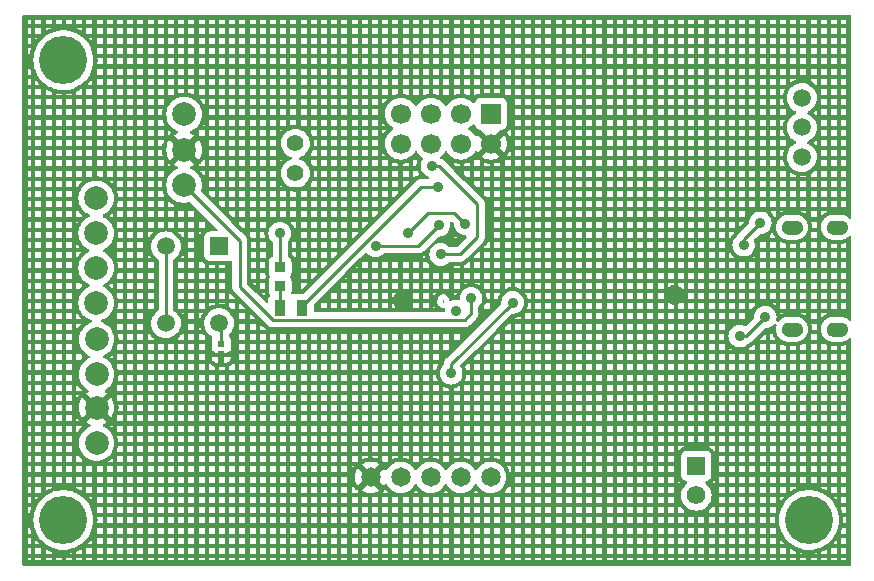
<source format=gbr>
%TF.GenerationSoftware,KiCad,Pcbnew,7.0.8*%
%TF.CreationDate,2024-01-19T17:30:03-07:00*%
%TF.ProjectId,Remote,52656d6f-7465-42e6-9b69-6361645f7063,rev?*%
%TF.SameCoordinates,Original*%
%TF.FileFunction,Copper,L2,Bot*%
%TF.FilePolarity,Positive*%
%FSLAX46Y46*%
G04 Gerber Fmt 4.6, Leading zero omitted, Abs format (unit mm)*
G04 Created by KiCad (PCBNEW 7.0.8) date 2024-01-19 17:30:03*
%MOMM*%
%LPD*%
G01*
G04 APERTURE LIST*
%TA.AperFunction,EtchedComponent*%
%ADD10C,0.010000*%
%TD*%
%TA.AperFunction,ComponentPad*%
%ADD11R,1.700000X1.700000*%
%TD*%
%TA.AperFunction,ComponentPad*%
%ADD12C,1.700000*%
%TD*%
%TA.AperFunction,ComponentPad*%
%ADD13C,1.998980*%
%TD*%
%TA.AperFunction,ComponentPad*%
%ADD14C,4.064000*%
%TD*%
%TA.AperFunction,ComponentPad*%
%ADD15O,1.600000X0.800000*%
%TD*%
%TA.AperFunction,ComponentPad*%
%ADD16C,1.422400*%
%TD*%
%TA.AperFunction,ComponentPad*%
%ADD17C,1.651000*%
%TD*%
%TA.AperFunction,ComponentPad*%
%ADD18R,1.575000X1.575000*%
%TD*%
%TA.AperFunction,ComponentPad*%
%ADD19C,1.575000*%
%TD*%
%TA.AperFunction,ComponentPad*%
%ADD20C,1.508000*%
%TD*%
%TA.AperFunction,SMDPad,CuDef*%
%ADD21R,0.600000X0.540000*%
%TD*%
%TA.AperFunction,ComponentPad*%
%ADD22R,1.508000X1.508000*%
%TD*%
%TA.AperFunction,SMDPad,CuDef*%
%ADD23R,0.930000X0.810000*%
%TD*%
%TA.AperFunction,SMDPad,CuDef*%
%ADD24R,0.970000X1.380000*%
%TD*%
%TA.AperFunction,ViaPad*%
%ADD25C,0.900000*%
%TD*%
%TA.AperFunction,Conductor*%
%ADD26C,0.250000*%
%TD*%
%TA.AperFunction,Conductor*%
%ADD27C,0.000000*%
%TD*%
G04 APERTURE END LIST*
%TO.C,J1*%
D10*
X172464000Y-81654500D02*
X172492000Y-81656500D01*
X172521000Y-81660500D01*
X172549000Y-81665500D01*
X172577000Y-81672500D01*
X172605000Y-81680500D01*
X172632000Y-81690500D01*
X172659000Y-81701500D01*
X172685000Y-81713500D01*
X172710000Y-81727500D01*
X172735000Y-81742500D01*
X172758000Y-81758500D01*
X172781000Y-81776500D01*
X172803000Y-81794500D01*
X172824000Y-81814500D01*
X172844000Y-81835500D01*
X172862000Y-81857500D01*
X172880000Y-81880500D01*
X172896000Y-81903500D01*
X172911000Y-81928500D01*
X172925000Y-81953500D01*
X172937000Y-81979500D01*
X172948000Y-82006500D01*
X172958000Y-82033500D01*
X172966000Y-82061500D01*
X172973000Y-82089500D01*
X172978000Y-82117500D01*
X172982000Y-82146500D01*
X172984000Y-82174500D01*
X172985000Y-82203500D01*
X172984000Y-82232500D01*
X172982000Y-82260500D01*
X172978000Y-82289500D01*
X172973000Y-82317500D01*
X172966000Y-82345500D01*
X172958000Y-82373500D01*
X172948000Y-82400500D01*
X172937000Y-82427500D01*
X172925000Y-82453500D01*
X172911000Y-82478500D01*
X172896000Y-82503500D01*
X172880000Y-82526500D01*
X172862000Y-82549500D01*
X172844000Y-82571500D01*
X172824000Y-82592500D01*
X172803000Y-82612500D01*
X172781000Y-82630500D01*
X172758000Y-82648500D01*
X172735000Y-82664500D01*
X172710000Y-82679500D01*
X172685000Y-82693500D01*
X172659000Y-82705500D01*
X172632000Y-82716500D01*
X172605000Y-82726500D01*
X172577000Y-82734500D01*
X172549000Y-82741500D01*
X172521000Y-82746500D01*
X172492000Y-82750500D01*
X172464000Y-82752500D01*
X172435000Y-82753500D01*
X171835000Y-82753500D01*
X171806000Y-82752500D01*
X171778000Y-82750500D01*
X171749000Y-82746500D01*
X171721000Y-82741500D01*
X171693000Y-82734500D01*
X171665000Y-82726500D01*
X171638000Y-82716500D01*
X171611000Y-82705500D01*
X171585000Y-82693500D01*
X171560000Y-82679500D01*
X171535000Y-82664500D01*
X171512000Y-82648500D01*
X171489000Y-82630500D01*
X171467000Y-82612500D01*
X171446000Y-82592500D01*
X171426000Y-82571500D01*
X171408000Y-82549500D01*
X171390000Y-82526500D01*
X171374000Y-82503500D01*
X171359000Y-82478500D01*
X171345000Y-82453500D01*
X171333000Y-82427500D01*
X171322000Y-82400500D01*
X171312000Y-82373500D01*
X171304000Y-82345500D01*
X171297000Y-82317500D01*
X171292000Y-82289500D01*
X171288000Y-82260500D01*
X171286000Y-82232500D01*
X171285000Y-82203500D01*
X171286000Y-82174500D01*
X171288000Y-82146500D01*
X171292000Y-82117500D01*
X171297000Y-82089500D01*
X171304000Y-82061500D01*
X171312000Y-82033500D01*
X171322000Y-82006500D01*
X171333000Y-81979500D01*
X171345000Y-81953500D01*
X171359000Y-81928500D01*
X171374000Y-81903500D01*
X171390000Y-81880500D01*
X171408000Y-81857500D01*
X171426000Y-81835500D01*
X171446000Y-81814500D01*
X171467000Y-81794500D01*
X171489000Y-81776500D01*
X171512000Y-81758500D01*
X171535000Y-81742500D01*
X171560000Y-81727500D01*
X171585000Y-81713500D01*
X171611000Y-81701500D01*
X171638000Y-81690500D01*
X171665000Y-81680500D01*
X171693000Y-81672500D01*
X171721000Y-81665500D01*
X171749000Y-81660500D01*
X171778000Y-81656500D01*
X171806000Y-81654500D01*
X171835000Y-81653500D01*
X172435000Y-81653500D01*
X172464000Y-81654500D01*
%TA.AperFunction,EtchedComponent*%
G36*
X172464000Y-81654500D02*
G01*
X172492000Y-81656500D01*
X172521000Y-81660500D01*
X172549000Y-81665500D01*
X172577000Y-81672500D01*
X172605000Y-81680500D01*
X172632000Y-81690500D01*
X172659000Y-81701500D01*
X172685000Y-81713500D01*
X172710000Y-81727500D01*
X172735000Y-81742500D01*
X172758000Y-81758500D01*
X172781000Y-81776500D01*
X172803000Y-81794500D01*
X172824000Y-81814500D01*
X172844000Y-81835500D01*
X172862000Y-81857500D01*
X172880000Y-81880500D01*
X172896000Y-81903500D01*
X172911000Y-81928500D01*
X172925000Y-81953500D01*
X172937000Y-81979500D01*
X172948000Y-82006500D01*
X172958000Y-82033500D01*
X172966000Y-82061500D01*
X172973000Y-82089500D01*
X172978000Y-82117500D01*
X172982000Y-82146500D01*
X172984000Y-82174500D01*
X172985000Y-82203500D01*
X172984000Y-82232500D01*
X172982000Y-82260500D01*
X172978000Y-82289500D01*
X172973000Y-82317500D01*
X172966000Y-82345500D01*
X172958000Y-82373500D01*
X172948000Y-82400500D01*
X172937000Y-82427500D01*
X172925000Y-82453500D01*
X172911000Y-82478500D01*
X172896000Y-82503500D01*
X172880000Y-82526500D01*
X172862000Y-82549500D01*
X172844000Y-82571500D01*
X172824000Y-82592500D01*
X172803000Y-82612500D01*
X172781000Y-82630500D01*
X172758000Y-82648500D01*
X172735000Y-82664500D01*
X172710000Y-82679500D01*
X172685000Y-82693500D01*
X172659000Y-82705500D01*
X172632000Y-82716500D01*
X172605000Y-82726500D01*
X172577000Y-82734500D01*
X172549000Y-82741500D01*
X172521000Y-82746500D01*
X172492000Y-82750500D01*
X172464000Y-82752500D01*
X172435000Y-82753500D01*
X171835000Y-82753500D01*
X171806000Y-82752500D01*
X171778000Y-82750500D01*
X171749000Y-82746500D01*
X171721000Y-82741500D01*
X171693000Y-82734500D01*
X171665000Y-82726500D01*
X171638000Y-82716500D01*
X171611000Y-82705500D01*
X171585000Y-82693500D01*
X171560000Y-82679500D01*
X171535000Y-82664500D01*
X171512000Y-82648500D01*
X171489000Y-82630500D01*
X171467000Y-82612500D01*
X171446000Y-82592500D01*
X171426000Y-82571500D01*
X171408000Y-82549500D01*
X171390000Y-82526500D01*
X171374000Y-82503500D01*
X171359000Y-82478500D01*
X171345000Y-82453500D01*
X171333000Y-82427500D01*
X171322000Y-82400500D01*
X171312000Y-82373500D01*
X171304000Y-82345500D01*
X171297000Y-82317500D01*
X171292000Y-82289500D01*
X171288000Y-82260500D01*
X171286000Y-82232500D01*
X171285000Y-82203500D01*
X171286000Y-82174500D01*
X171288000Y-82146500D01*
X171292000Y-82117500D01*
X171297000Y-82089500D01*
X171304000Y-82061500D01*
X171312000Y-82033500D01*
X171322000Y-82006500D01*
X171333000Y-81979500D01*
X171345000Y-81953500D01*
X171359000Y-81928500D01*
X171374000Y-81903500D01*
X171390000Y-81880500D01*
X171408000Y-81857500D01*
X171426000Y-81835500D01*
X171446000Y-81814500D01*
X171467000Y-81794500D01*
X171489000Y-81776500D01*
X171512000Y-81758500D01*
X171535000Y-81742500D01*
X171560000Y-81727500D01*
X171585000Y-81713500D01*
X171611000Y-81701500D01*
X171638000Y-81690500D01*
X171665000Y-81680500D01*
X171693000Y-81672500D01*
X171721000Y-81665500D01*
X171749000Y-81660500D01*
X171778000Y-81656500D01*
X171806000Y-81654500D01*
X171835000Y-81653500D01*
X172435000Y-81653500D01*
X172464000Y-81654500D01*
G37*
%TD.AperFunction*%
X176264000Y-81654500D02*
X176292000Y-81656500D01*
X176321000Y-81660500D01*
X176349000Y-81665500D01*
X176377000Y-81672500D01*
X176405000Y-81680500D01*
X176432000Y-81690500D01*
X176459000Y-81701500D01*
X176485000Y-81713500D01*
X176510000Y-81727500D01*
X176535000Y-81742500D01*
X176558000Y-81758500D01*
X176581000Y-81776500D01*
X176603000Y-81794500D01*
X176624000Y-81814500D01*
X176644000Y-81835500D01*
X176662000Y-81857500D01*
X176680000Y-81880500D01*
X176696000Y-81903500D01*
X176711000Y-81928500D01*
X176725000Y-81953500D01*
X176737000Y-81979500D01*
X176748000Y-82006500D01*
X176758000Y-82033500D01*
X176766000Y-82061500D01*
X176773000Y-82089500D01*
X176778000Y-82117500D01*
X176782000Y-82146500D01*
X176784000Y-82174500D01*
X176785000Y-82203500D01*
X176784000Y-82232500D01*
X176782000Y-82260500D01*
X176778000Y-82289500D01*
X176773000Y-82317500D01*
X176766000Y-82345500D01*
X176758000Y-82373500D01*
X176748000Y-82400500D01*
X176737000Y-82427500D01*
X176725000Y-82453500D01*
X176711000Y-82478500D01*
X176696000Y-82503500D01*
X176680000Y-82526500D01*
X176662000Y-82549500D01*
X176644000Y-82571500D01*
X176624000Y-82592500D01*
X176603000Y-82612500D01*
X176581000Y-82630500D01*
X176558000Y-82648500D01*
X176535000Y-82664500D01*
X176510000Y-82679500D01*
X176485000Y-82693500D01*
X176459000Y-82705500D01*
X176432000Y-82716500D01*
X176405000Y-82726500D01*
X176377000Y-82734500D01*
X176349000Y-82741500D01*
X176321000Y-82746500D01*
X176292000Y-82750500D01*
X176264000Y-82752500D01*
X176235000Y-82753500D01*
X175635000Y-82753500D01*
X175606000Y-82752500D01*
X175578000Y-82750500D01*
X175549000Y-82746500D01*
X175521000Y-82741500D01*
X175493000Y-82734500D01*
X175465000Y-82726500D01*
X175438000Y-82716500D01*
X175411000Y-82705500D01*
X175385000Y-82693500D01*
X175360000Y-82679500D01*
X175335000Y-82664500D01*
X175312000Y-82648500D01*
X175289000Y-82630500D01*
X175267000Y-82612500D01*
X175246000Y-82592500D01*
X175226000Y-82571500D01*
X175208000Y-82549500D01*
X175190000Y-82526500D01*
X175174000Y-82503500D01*
X175159000Y-82478500D01*
X175145000Y-82453500D01*
X175133000Y-82427500D01*
X175122000Y-82400500D01*
X175112000Y-82373500D01*
X175104000Y-82345500D01*
X175097000Y-82317500D01*
X175092000Y-82289500D01*
X175088000Y-82260500D01*
X175086000Y-82232500D01*
X175085000Y-82203500D01*
X175086000Y-82174500D01*
X175088000Y-82146500D01*
X175092000Y-82117500D01*
X175097000Y-82089500D01*
X175104000Y-82061500D01*
X175112000Y-82033500D01*
X175122000Y-82006500D01*
X175133000Y-81979500D01*
X175145000Y-81953500D01*
X175159000Y-81928500D01*
X175174000Y-81903500D01*
X175190000Y-81880500D01*
X175208000Y-81857500D01*
X175226000Y-81835500D01*
X175246000Y-81814500D01*
X175267000Y-81794500D01*
X175289000Y-81776500D01*
X175312000Y-81758500D01*
X175335000Y-81742500D01*
X175360000Y-81727500D01*
X175385000Y-81713500D01*
X175411000Y-81701500D01*
X175438000Y-81690500D01*
X175465000Y-81680500D01*
X175493000Y-81672500D01*
X175521000Y-81665500D01*
X175549000Y-81660500D01*
X175578000Y-81656500D01*
X175606000Y-81654500D01*
X175635000Y-81653500D01*
X176235000Y-81653500D01*
X176264000Y-81654500D01*
%TA.AperFunction,EtchedComponent*%
G36*
X176264000Y-81654500D02*
G01*
X176292000Y-81656500D01*
X176321000Y-81660500D01*
X176349000Y-81665500D01*
X176377000Y-81672500D01*
X176405000Y-81680500D01*
X176432000Y-81690500D01*
X176459000Y-81701500D01*
X176485000Y-81713500D01*
X176510000Y-81727500D01*
X176535000Y-81742500D01*
X176558000Y-81758500D01*
X176581000Y-81776500D01*
X176603000Y-81794500D01*
X176624000Y-81814500D01*
X176644000Y-81835500D01*
X176662000Y-81857500D01*
X176680000Y-81880500D01*
X176696000Y-81903500D01*
X176711000Y-81928500D01*
X176725000Y-81953500D01*
X176737000Y-81979500D01*
X176748000Y-82006500D01*
X176758000Y-82033500D01*
X176766000Y-82061500D01*
X176773000Y-82089500D01*
X176778000Y-82117500D01*
X176782000Y-82146500D01*
X176784000Y-82174500D01*
X176785000Y-82203500D01*
X176784000Y-82232500D01*
X176782000Y-82260500D01*
X176778000Y-82289500D01*
X176773000Y-82317500D01*
X176766000Y-82345500D01*
X176758000Y-82373500D01*
X176748000Y-82400500D01*
X176737000Y-82427500D01*
X176725000Y-82453500D01*
X176711000Y-82478500D01*
X176696000Y-82503500D01*
X176680000Y-82526500D01*
X176662000Y-82549500D01*
X176644000Y-82571500D01*
X176624000Y-82592500D01*
X176603000Y-82612500D01*
X176581000Y-82630500D01*
X176558000Y-82648500D01*
X176535000Y-82664500D01*
X176510000Y-82679500D01*
X176485000Y-82693500D01*
X176459000Y-82705500D01*
X176432000Y-82716500D01*
X176405000Y-82726500D01*
X176377000Y-82734500D01*
X176349000Y-82741500D01*
X176321000Y-82746500D01*
X176292000Y-82750500D01*
X176264000Y-82752500D01*
X176235000Y-82753500D01*
X175635000Y-82753500D01*
X175606000Y-82752500D01*
X175578000Y-82750500D01*
X175549000Y-82746500D01*
X175521000Y-82741500D01*
X175493000Y-82734500D01*
X175465000Y-82726500D01*
X175438000Y-82716500D01*
X175411000Y-82705500D01*
X175385000Y-82693500D01*
X175360000Y-82679500D01*
X175335000Y-82664500D01*
X175312000Y-82648500D01*
X175289000Y-82630500D01*
X175267000Y-82612500D01*
X175246000Y-82592500D01*
X175226000Y-82571500D01*
X175208000Y-82549500D01*
X175190000Y-82526500D01*
X175174000Y-82503500D01*
X175159000Y-82478500D01*
X175145000Y-82453500D01*
X175133000Y-82427500D01*
X175122000Y-82400500D01*
X175112000Y-82373500D01*
X175104000Y-82345500D01*
X175097000Y-82317500D01*
X175092000Y-82289500D01*
X175088000Y-82260500D01*
X175086000Y-82232500D01*
X175085000Y-82203500D01*
X175086000Y-82174500D01*
X175088000Y-82146500D01*
X175092000Y-82117500D01*
X175097000Y-82089500D01*
X175104000Y-82061500D01*
X175112000Y-82033500D01*
X175122000Y-82006500D01*
X175133000Y-81979500D01*
X175145000Y-81953500D01*
X175159000Y-81928500D01*
X175174000Y-81903500D01*
X175190000Y-81880500D01*
X175208000Y-81857500D01*
X175226000Y-81835500D01*
X175246000Y-81814500D01*
X175267000Y-81794500D01*
X175289000Y-81776500D01*
X175312000Y-81758500D01*
X175335000Y-81742500D01*
X175360000Y-81727500D01*
X175385000Y-81713500D01*
X175411000Y-81701500D01*
X175438000Y-81690500D01*
X175465000Y-81680500D01*
X175493000Y-81672500D01*
X175521000Y-81665500D01*
X175549000Y-81660500D01*
X175578000Y-81656500D01*
X175606000Y-81654500D01*
X175635000Y-81653500D01*
X176235000Y-81653500D01*
X176264000Y-81654500D01*
G37*
%TD.AperFunction*%
X172464000Y-73014500D02*
X172492000Y-73016500D01*
X172521000Y-73020500D01*
X172549000Y-73025500D01*
X172577000Y-73032500D01*
X172605000Y-73040500D01*
X172632000Y-73050500D01*
X172659000Y-73061500D01*
X172685000Y-73073500D01*
X172710000Y-73087500D01*
X172735000Y-73102500D01*
X172758000Y-73118500D01*
X172781000Y-73136500D01*
X172803000Y-73154500D01*
X172824000Y-73174500D01*
X172844000Y-73195500D01*
X172862000Y-73217500D01*
X172880000Y-73240500D01*
X172896000Y-73263500D01*
X172911000Y-73288500D01*
X172925000Y-73313500D01*
X172937000Y-73339500D01*
X172948000Y-73366500D01*
X172958000Y-73393500D01*
X172966000Y-73421500D01*
X172973000Y-73449500D01*
X172978000Y-73477500D01*
X172982000Y-73506500D01*
X172984000Y-73534500D01*
X172985000Y-73563500D01*
X172984000Y-73592500D01*
X172982000Y-73620500D01*
X172978000Y-73649500D01*
X172973000Y-73677500D01*
X172966000Y-73705500D01*
X172958000Y-73733500D01*
X172948000Y-73760500D01*
X172937000Y-73787500D01*
X172925000Y-73813500D01*
X172911000Y-73838500D01*
X172896000Y-73863500D01*
X172880000Y-73886500D01*
X172862000Y-73909500D01*
X172844000Y-73931500D01*
X172824000Y-73952500D01*
X172803000Y-73972500D01*
X172781000Y-73990500D01*
X172758000Y-74008500D01*
X172735000Y-74024500D01*
X172710000Y-74039500D01*
X172685000Y-74053500D01*
X172659000Y-74065500D01*
X172632000Y-74076500D01*
X172605000Y-74086500D01*
X172577000Y-74094500D01*
X172549000Y-74101500D01*
X172521000Y-74106500D01*
X172492000Y-74110500D01*
X172464000Y-74112500D01*
X172435000Y-74113500D01*
X171835000Y-74113500D01*
X171806000Y-74112500D01*
X171778000Y-74110500D01*
X171749000Y-74106500D01*
X171721000Y-74101500D01*
X171693000Y-74094500D01*
X171665000Y-74086500D01*
X171638000Y-74076500D01*
X171611000Y-74065500D01*
X171585000Y-74053500D01*
X171560000Y-74039500D01*
X171535000Y-74024500D01*
X171512000Y-74008500D01*
X171489000Y-73990500D01*
X171467000Y-73972500D01*
X171446000Y-73952500D01*
X171426000Y-73931500D01*
X171408000Y-73909500D01*
X171390000Y-73886500D01*
X171374000Y-73863500D01*
X171359000Y-73838500D01*
X171345000Y-73813500D01*
X171333000Y-73787500D01*
X171322000Y-73760500D01*
X171312000Y-73733500D01*
X171304000Y-73705500D01*
X171297000Y-73677500D01*
X171292000Y-73649500D01*
X171288000Y-73620500D01*
X171286000Y-73592500D01*
X171285000Y-73563500D01*
X171286000Y-73534500D01*
X171288000Y-73506500D01*
X171292000Y-73477500D01*
X171297000Y-73449500D01*
X171304000Y-73421500D01*
X171312000Y-73393500D01*
X171322000Y-73366500D01*
X171333000Y-73339500D01*
X171345000Y-73313500D01*
X171359000Y-73288500D01*
X171374000Y-73263500D01*
X171390000Y-73240500D01*
X171408000Y-73217500D01*
X171426000Y-73195500D01*
X171446000Y-73174500D01*
X171467000Y-73154500D01*
X171489000Y-73136500D01*
X171512000Y-73118500D01*
X171535000Y-73102500D01*
X171560000Y-73087500D01*
X171585000Y-73073500D01*
X171611000Y-73061500D01*
X171638000Y-73050500D01*
X171665000Y-73040500D01*
X171693000Y-73032500D01*
X171721000Y-73025500D01*
X171749000Y-73020500D01*
X171778000Y-73016500D01*
X171806000Y-73014500D01*
X171835000Y-73013500D01*
X172435000Y-73013500D01*
X172464000Y-73014500D01*
%TA.AperFunction,EtchedComponent*%
G36*
X172464000Y-73014500D02*
G01*
X172492000Y-73016500D01*
X172521000Y-73020500D01*
X172549000Y-73025500D01*
X172577000Y-73032500D01*
X172605000Y-73040500D01*
X172632000Y-73050500D01*
X172659000Y-73061500D01*
X172685000Y-73073500D01*
X172710000Y-73087500D01*
X172735000Y-73102500D01*
X172758000Y-73118500D01*
X172781000Y-73136500D01*
X172803000Y-73154500D01*
X172824000Y-73174500D01*
X172844000Y-73195500D01*
X172862000Y-73217500D01*
X172880000Y-73240500D01*
X172896000Y-73263500D01*
X172911000Y-73288500D01*
X172925000Y-73313500D01*
X172937000Y-73339500D01*
X172948000Y-73366500D01*
X172958000Y-73393500D01*
X172966000Y-73421500D01*
X172973000Y-73449500D01*
X172978000Y-73477500D01*
X172982000Y-73506500D01*
X172984000Y-73534500D01*
X172985000Y-73563500D01*
X172984000Y-73592500D01*
X172982000Y-73620500D01*
X172978000Y-73649500D01*
X172973000Y-73677500D01*
X172966000Y-73705500D01*
X172958000Y-73733500D01*
X172948000Y-73760500D01*
X172937000Y-73787500D01*
X172925000Y-73813500D01*
X172911000Y-73838500D01*
X172896000Y-73863500D01*
X172880000Y-73886500D01*
X172862000Y-73909500D01*
X172844000Y-73931500D01*
X172824000Y-73952500D01*
X172803000Y-73972500D01*
X172781000Y-73990500D01*
X172758000Y-74008500D01*
X172735000Y-74024500D01*
X172710000Y-74039500D01*
X172685000Y-74053500D01*
X172659000Y-74065500D01*
X172632000Y-74076500D01*
X172605000Y-74086500D01*
X172577000Y-74094500D01*
X172549000Y-74101500D01*
X172521000Y-74106500D01*
X172492000Y-74110500D01*
X172464000Y-74112500D01*
X172435000Y-74113500D01*
X171835000Y-74113500D01*
X171806000Y-74112500D01*
X171778000Y-74110500D01*
X171749000Y-74106500D01*
X171721000Y-74101500D01*
X171693000Y-74094500D01*
X171665000Y-74086500D01*
X171638000Y-74076500D01*
X171611000Y-74065500D01*
X171585000Y-74053500D01*
X171560000Y-74039500D01*
X171535000Y-74024500D01*
X171512000Y-74008500D01*
X171489000Y-73990500D01*
X171467000Y-73972500D01*
X171446000Y-73952500D01*
X171426000Y-73931500D01*
X171408000Y-73909500D01*
X171390000Y-73886500D01*
X171374000Y-73863500D01*
X171359000Y-73838500D01*
X171345000Y-73813500D01*
X171333000Y-73787500D01*
X171322000Y-73760500D01*
X171312000Y-73733500D01*
X171304000Y-73705500D01*
X171297000Y-73677500D01*
X171292000Y-73649500D01*
X171288000Y-73620500D01*
X171286000Y-73592500D01*
X171285000Y-73563500D01*
X171286000Y-73534500D01*
X171288000Y-73506500D01*
X171292000Y-73477500D01*
X171297000Y-73449500D01*
X171304000Y-73421500D01*
X171312000Y-73393500D01*
X171322000Y-73366500D01*
X171333000Y-73339500D01*
X171345000Y-73313500D01*
X171359000Y-73288500D01*
X171374000Y-73263500D01*
X171390000Y-73240500D01*
X171408000Y-73217500D01*
X171426000Y-73195500D01*
X171446000Y-73174500D01*
X171467000Y-73154500D01*
X171489000Y-73136500D01*
X171512000Y-73118500D01*
X171535000Y-73102500D01*
X171560000Y-73087500D01*
X171585000Y-73073500D01*
X171611000Y-73061500D01*
X171638000Y-73050500D01*
X171665000Y-73040500D01*
X171693000Y-73032500D01*
X171721000Y-73025500D01*
X171749000Y-73020500D01*
X171778000Y-73016500D01*
X171806000Y-73014500D01*
X171835000Y-73013500D01*
X172435000Y-73013500D01*
X172464000Y-73014500D01*
G37*
%TD.AperFunction*%
X176264000Y-73014500D02*
X176292000Y-73016500D01*
X176321000Y-73020500D01*
X176349000Y-73025500D01*
X176377000Y-73032500D01*
X176405000Y-73040500D01*
X176432000Y-73050500D01*
X176459000Y-73061500D01*
X176485000Y-73073500D01*
X176510000Y-73087500D01*
X176535000Y-73102500D01*
X176558000Y-73118500D01*
X176581000Y-73136500D01*
X176603000Y-73154500D01*
X176624000Y-73174500D01*
X176644000Y-73195500D01*
X176662000Y-73217500D01*
X176680000Y-73240500D01*
X176696000Y-73263500D01*
X176711000Y-73288500D01*
X176725000Y-73313500D01*
X176737000Y-73339500D01*
X176748000Y-73366500D01*
X176758000Y-73393500D01*
X176766000Y-73421500D01*
X176773000Y-73449500D01*
X176778000Y-73477500D01*
X176782000Y-73506500D01*
X176784000Y-73534500D01*
X176785000Y-73563500D01*
X176784000Y-73592500D01*
X176782000Y-73620500D01*
X176778000Y-73649500D01*
X176773000Y-73677500D01*
X176766000Y-73705500D01*
X176758000Y-73733500D01*
X176748000Y-73760500D01*
X176737000Y-73787500D01*
X176725000Y-73813500D01*
X176711000Y-73838500D01*
X176696000Y-73863500D01*
X176680000Y-73886500D01*
X176662000Y-73909500D01*
X176644000Y-73931500D01*
X176624000Y-73952500D01*
X176603000Y-73972500D01*
X176581000Y-73990500D01*
X176558000Y-74008500D01*
X176535000Y-74024500D01*
X176510000Y-74039500D01*
X176485000Y-74053500D01*
X176459000Y-74065500D01*
X176432000Y-74076500D01*
X176405000Y-74086500D01*
X176377000Y-74094500D01*
X176349000Y-74101500D01*
X176321000Y-74106500D01*
X176292000Y-74110500D01*
X176264000Y-74112500D01*
X176235000Y-74113500D01*
X175635000Y-74113500D01*
X175606000Y-74112500D01*
X175578000Y-74110500D01*
X175549000Y-74106500D01*
X175521000Y-74101500D01*
X175493000Y-74094500D01*
X175465000Y-74086500D01*
X175438000Y-74076500D01*
X175411000Y-74065500D01*
X175385000Y-74053500D01*
X175360000Y-74039500D01*
X175335000Y-74024500D01*
X175312000Y-74008500D01*
X175289000Y-73990500D01*
X175267000Y-73972500D01*
X175246000Y-73952500D01*
X175226000Y-73931500D01*
X175208000Y-73909500D01*
X175190000Y-73886500D01*
X175174000Y-73863500D01*
X175159000Y-73838500D01*
X175145000Y-73813500D01*
X175133000Y-73787500D01*
X175122000Y-73760500D01*
X175112000Y-73733500D01*
X175104000Y-73705500D01*
X175097000Y-73677500D01*
X175092000Y-73649500D01*
X175088000Y-73620500D01*
X175086000Y-73592500D01*
X175085000Y-73563500D01*
X175086000Y-73534500D01*
X175088000Y-73506500D01*
X175092000Y-73477500D01*
X175097000Y-73449500D01*
X175104000Y-73421500D01*
X175112000Y-73393500D01*
X175122000Y-73366500D01*
X175133000Y-73339500D01*
X175145000Y-73313500D01*
X175159000Y-73288500D01*
X175174000Y-73263500D01*
X175190000Y-73240500D01*
X175208000Y-73217500D01*
X175226000Y-73195500D01*
X175246000Y-73174500D01*
X175267000Y-73154500D01*
X175289000Y-73136500D01*
X175312000Y-73118500D01*
X175335000Y-73102500D01*
X175360000Y-73087500D01*
X175385000Y-73073500D01*
X175411000Y-73061500D01*
X175438000Y-73050500D01*
X175465000Y-73040500D01*
X175493000Y-73032500D01*
X175521000Y-73025500D01*
X175549000Y-73020500D01*
X175578000Y-73016500D01*
X175606000Y-73014500D01*
X175635000Y-73013500D01*
X176235000Y-73013500D01*
X176264000Y-73014500D01*
%TA.AperFunction,EtchedComponent*%
G36*
X176264000Y-73014500D02*
G01*
X176292000Y-73016500D01*
X176321000Y-73020500D01*
X176349000Y-73025500D01*
X176377000Y-73032500D01*
X176405000Y-73040500D01*
X176432000Y-73050500D01*
X176459000Y-73061500D01*
X176485000Y-73073500D01*
X176510000Y-73087500D01*
X176535000Y-73102500D01*
X176558000Y-73118500D01*
X176581000Y-73136500D01*
X176603000Y-73154500D01*
X176624000Y-73174500D01*
X176644000Y-73195500D01*
X176662000Y-73217500D01*
X176680000Y-73240500D01*
X176696000Y-73263500D01*
X176711000Y-73288500D01*
X176725000Y-73313500D01*
X176737000Y-73339500D01*
X176748000Y-73366500D01*
X176758000Y-73393500D01*
X176766000Y-73421500D01*
X176773000Y-73449500D01*
X176778000Y-73477500D01*
X176782000Y-73506500D01*
X176784000Y-73534500D01*
X176785000Y-73563500D01*
X176784000Y-73592500D01*
X176782000Y-73620500D01*
X176778000Y-73649500D01*
X176773000Y-73677500D01*
X176766000Y-73705500D01*
X176758000Y-73733500D01*
X176748000Y-73760500D01*
X176737000Y-73787500D01*
X176725000Y-73813500D01*
X176711000Y-73838500D01*
X176696000Y-73863500D01*
X176680000Y-73886500D01*
X176662000Y-73909500D01*
X176644000Y-73931500D01*
X176624000Y-73952500D01*
X176603000Y-73972500D01*
X176581000Y-73990500D01*
X176558000Y-74008500D01*
X176535000Y-74024500D01*
X176510000Y-74039500D01*
X176485000Y-74053500D01*
X176459000Y-74065500D01*
X176432000Y-74076500D01*
X176405000Y-74086500D01*
X176377000Y-74094500D01*
X176349000Y-74101500D01*
X176321000Y-74106500D01*
X176292000Y-74110500D01*
X176264000Y-74112500D01*
X176235000Y-74113500D01*
X175635000Y-74113500D01*
X175606000Y-74112500D01*
X175578000Y-74110500D01*
X175549000Y-74106500D01*
X175521000Y-74101500D01*
X175493000Y-74094500D01*
X175465000Y-74086500D01*
X175438000Y-74076500D01*
X175411000Y-74065500D01*
X175385000Y-74053500D01*
X175360000Y-74039500D01*
X175335000Y-74024500D01*
X175312000Y-74008500D01*
X175289000Y-73990500D01*
X175267000Y-73972500D01*
X175246000Y-73952500D01*
X175226000Y-73931500D01*
X175208000Y-73909500D01*
X175190000Y-73886500D01*
X175174000Y-73863500D01*
X175159000Y-73838500D01*
X175145000Y-73813500D01*
X175133000Y-73787500D01*
X175122000Y-73760500D01*
X175112000Y-73733500D01*
X175104000Y-73705500D01*
X175097000Y-73677500D01*
X175092000Y-73649500D01*
X175088000Y-73620500D01*
X175086000Y-73592500D01*
X175085000Y-73563500D01*
X175086000Y-73534500D01*
X175088000Y-73506500D01*
X175092000Y-73477500D01*
X175097000Y-73449500D01*
X175104000Y-73421500D01*
X175112000Y-73393500D01*
X175122000Y-73366500D01*
X175133000Y-73339500D01*
X175145000Y-73313500D01*
X175159000Y-73288500D01*
X175174000Y-73263500D01*
X175190000Y-73240500D01*
X175208000Y-73217500D01*
X175226000Y-73195500D01*
X175246000Y-73174500D01*
X175267000Y-73154500D01*
X175289000Y-73136500D01*
X175312000Y-73118500D01*
X175335000Y-73102500D01*
X175360000Y-73087500D01*
X175385000Y-73073500D01*
X175411000Y-73061500D01*
X175438000Y-73050500D01*
X175465000Y-73040500D01*
X175493000Y-73032500D01*
X175521000Y-73025500D01*
X175549000Y-73020500D01*
X175578000Y-73016500D01*
X175606000Y-73014500D01*
X175635000Y-73013500D01*
X176235000Y-73013500D01*
X176264000Y-73014500D01*
G37*
%TD.AperFunction*%
%TD*%
D11*
%TO.P,U4,1,GND*%
%TO.N,GND*%
X146645000Y-63945000D03*
D12*
%TO.P,U4,2,VCC*%
%TO.N,VDD*%
X146645000Y-66485000D03*
%TO.P,U4,3,CE*%
%TO.N,/MCU/SPI1_CE*%
X144105000Y-63945000D03*
%TO.P,U4,4,~{CSN}*%
%TO.N,/MCU/SPI1_CSN*%
X144105000Y-66485000D03*
%TO.P,U4,5,SCK*%
%TO.N,/MCU/SPI1_SCK*%
X141565000Y-63945000D03*
%TO.P,U4,6,MOSI*%
%TO.N,/MCU/SPI1_MOSI*%
X141565000Y-66485000D03*
%TO.P,U4,7,MISO*%
%TO.N,/MCU/SPI1_MISO*%
X139025000Y-63945000D03*
%TO.P,U4,8,IRQ*%
%TO.N,unconnected-(U4-IRQ-Pad8)*%
X139025000Y-66485000D03*
%TD*%
D13*
%TO.P,U7,1*%
%TO.N,GND*%
X120669490Y-64012550D03*
%TD*%
D14*
%TO.P,,1*%
%TO.N,N/C*%
X110450000Y-98350000D03*
%TD*%
D15*
%TO.P,J1,S1,SHIELD*%
%TO.N,unconnected-(J1-SHIELD-PadS1)*%
X172135000Y-82203500D03*
%TO.P,J1,S2,SHIELD__1*%
%TO.N,unconnected-(J1-SHIELD__1-PadS2)*%
X172135000Y-73563500D03*
%TO.P,J1,S3,SHIELD__2*%
%TO.N,unconnected-(J1-SHIELD__2-PadS3)*%
X175935000Y-82203500D03*
%TO.P,J1,S4,SHIELD__3*%
%TO.N,unconnected-(J1-SHIELD__3-PadS4)*%
X175935000Y-73563500D03*
%TD*%
D16*
%TO.P,J4,1,1*%
%TO.N,GND*%
X130100000Y-68985800D03*
%TO.P,J4,2,2*%
%TO.N,/MCU/USART1_TX*%
X130100000Y-66445800D03*
%TD*%
D17*
%TO.P,J3,1,1*%
%TO.N,VDD*%
X136470000Y-94730000D03*
%TO.P,J3,2,2*%
%TO.N,Net-(U3-PA13)*%
X139010000Y-94730000D03*
%TO.P,J3,3,3*%
%TO.N,Net-(U3-PA14{slash}PA15)*%
X141550000Y-94730000D03*
%TO.P,J3,4,4*%
%TO.N,Net-(U3-NRST)*%
X144090000Y-94730000D03*
%TO.P,J3,5,5*%
%TO.N,GND*%
X146630000Y-94730000D03*
%TD*%
D18*
%TO.P,J2,1,1*%
%TO.N,GND*%
X164035000Y-93765000D03*
D19*
%TO.P,J2,2,2*%
%TO.N,+BATT*%
X164035000Y-96265000D03*
%TD*%
D14*
%TO.P,,1*%
%TO.N,N/C*%
X110450000Y-59410000D03*
%TD*%
D13*
%TO.P,U6,1*%
%TO.N,VDD*%
X120669490Y-67011530D03*
%TD*%
D14*
%TO.P,,1*%
%TO.N,N/C*%
X173570000Y-98350000D03*
%TD*%
D13*
%TO.P,U5,1*%
%TO.N,/MCU/ADC1_IN1*%
X120669490Y-70010510D03*
%TD*%
%TO.P,U13,1*%
%TO.N,/MCU/Display_DC*%
X113230930Y-79963944D03*
%TD*%
D20*
%TO.P,S1,1*%
%TO.N,+BATT*%
X172975000Y-62615000D03*
%TO.P,S1,2*%
%TO.N,Net-(U2-VIN)*%
X172975000Y-65115000D03*
%TO.P,S1,3*%
%TO.N,unconnected-(S1-Pad3)*%
X172975000Y-67615000D03*
%TD*%
D21*
%TO.P,R5,1*%
%TO.N,Net-(R5-Pad1)*%
X123815000Y-83413000D03*
%TO.P,R5,2*%
%TO.N,VDD*%
X123815000Y-84277000D03*
%TD*%
D13*
%TO.P,U10,1*%
%TO.N,/MCU/SPI2_MOSI*%
X113230930Y-71108250D03*
%TD*%
D22*
%TO.P,S2,1*%
%TO.N,/MCU/Button*%
X123630000Y-75179000D03*
D20*
%TO.P,S2,2*%
%TO.N,Net-(R5-Pad1)*%
X123630000Y-81679000D03*
%TO.P,S2,3*%
%TO.N,GND*%
X119130000Y-75179000D03*
%TO.P,S2,4*%
X119130000Y-81679000D03*
%TD*%
D13*
%TO.P,U9,1*%
%TO.N,GND*%
X113259490Y-91833570D03*
%TD*%
D23*
%TO.P,D3,A*%
%TO.N,Net-(D3-PadA)*%
X128800000Y-78548500D03*
%TO.P,D3,C*%
%TO.N,GND*%
X128800000Y-76928500D03*
%TD*%
D13*
%TO.P,U12,1*%
%TO.N,/MCU/SPI2_CS*%
X113259070Y-86014158D03*
%TD*%
D24*
%TO.P,R4,1*%
%TO.N,/MCU/GPIO_Output*%
X130645000Y-80370000D03*
%TO.P,R4,2*%
%TO.N,Net-(D3-PadA)*%
X128785000Y-80370000D03*
%TD*%
D13*
%TO.P,U11,1*%
%TO.N,/MCU/SPI2_SCK*%
X113230930Y-77012046D03*
%TD*%
%TO.P,U15,1*%
%TO.N,/MCU/Display_BL*%
X113259070Y-83062260D03*
%TD*%
%TO.P,U14,1*%
%TO.N,/MCU/Display_RST*%
X113230930Y-74080930D03*
%TD*%
%TO.P,U8,1*%
%TO.N,VDD*%
X113259490Y-88834590D03*
%TD*%
D25*
%TO.N,GND*%
X128770000Y-74080000D03*
X169890000Y-81160000D03*
X143725500Y-80640000D03*
X168050000Y-75080000D03*
X167700000Y-82780000D03*
X169450000Y-73190000D03*
%TO.N,VDD*%
X162210000Y-79280000D03*
X139159247Y-79749247D03*
%TO.N,Net-(U3-PA13)*%
X143280000Y-85930000D03*
X148490000Y-79940000D03*
%TO.N,/MCU/GPIO_Output*%
X142151753Y-70132747D03*
%TO.N,/MCU/Button*%
X136883586Y-75155500D03*
X142251340Y-73398624D03*
%TO.N,/MCU/ADC1_IN1*%
X144970000Y-79570000D03*
%TO.N,/MCU/SPI1_MOSI*%
X141650000Y-68360000D03*
X142390000Y-75870500D03*
%TO.N,/MCU/SPI2_MOSI*%
X144450327Y-73288684D03*
X139629466Y-74080063D03*
%TD*%
D26*
%TO.N,/MCU/SPI1_MOSI*%
X142250000Y-68360000D02*
X141650000Y-68360000D01*
X145500000Y-74390000D02*
X145500000Y-71610000D01*
X144019500Y-75870500D02*
X145500000Y-74390000D01*
X142390000Y-75870500D02*
X144019500Y-75870500D01*
X145500000Y-71610000D02*
X142250000Y-68360000D01*
%TO.N,/MCU/SPI2_MOSI*%
X143541643Y-72380000D02*
X141329529Y-72380000D01*
X141329529Y-72380000D02*
X139629466Y-74080063D01*
X144450327Y-73288684D02*
X143541643Y-72380000D01*
%TO.N,/MCU/Button*%
X140494464Y-75155500D02*
X136883586Y-75155500D01*
X142251340Y-73398624D02*
X140494464Y-75155500D01*
%TO.N,/MCU/ADC1_IN1*%
X144970000Y-80840000D02*
X144970000Y-79570000D01*
X125370000Y-78600000D02*
X128155000Y-81385000D01*
X125370000Y-74711020D02*
X125370000Y-78600000D01*
X128155000Y-81385000D02*
X144425000Y-81385000D01*
X120669490Y-70010510D02*
X125370000Y-74711020D01*
X144425000Y-81385000D02*
X144970000Y-80840000D01*
D27*
%TO.N,*%
X142610000Y-79890000D02*
X142610000Y-79750000D01*
D26*
%TO.N,GND*%
X168270000Y-82780000D02*
X169890000Y-81160000D01*
X119130000Y-81679000D02*
X119130000Y-75179000D01*
X128800000Y-74110000D02*
X128770000Y-74080000D01*
X128800000Y-76928500D02*
X128800000Y-74110000D01*
X168050000Y-75080000D02*
X168050000Y-74590000D01*
X168050000Y-74590000D02*
X169450000Y-73190000D01*
X167700000Y-82780000D02*
X168270000Y-82780000D01*
%TO.N,Net-(D3-PadA)*%
X128785000Y-80370000D02*
X128785000Y-78563500D01*
X128785000Y-78563500D02*
X128800000Y-78548500D01*
%TO.N,Net-(U3-PA13)*%
X143280000Y-85930000D02*
X143280000Y-85150000D01*
X143280000Y-85150000D02*
X148490000Y-79940000D01*
%TO.N,/MCU/GPIO_Output*%
X142151753Y-70132747D02*
X140707253Y-70132747D01*
X130645000Y-80195000D02*
X130645000Y-80370000D01*
X140707253Y-70132747D02*
X130645000Y-80195000D01*
%TO.N,Net-(R5-Pad1)*%
X123815000Y-81864000D02*
X123630000Y-81679000D01*
X123815000Y-83413000D02*
X123815000Y-81864000D01*
%TD*%
%TA.AperFunction,Conductor*%
%TO.N,VDD*%
G36*
X145229340Y-64833068D02*
G01*
X145285274Y-64874939D01*
X145302189Y-64905917D01*
X145351202Y-65037328D01*
X145351206Y-65037335D01*
X145437452Y-65152544D01*
X145437455Y-65152547D01*
X145552664Y-65238793D01*
X145552671Y-65238797D01*
X145597618Y-65255561D01*
X145687517Y-65289091D01*
X145747127Y-65295500D01*
X145757684Y-65295499D01*
X145824722Y-65315179D01*
X145845371Y-65331818D01*
X146512466Y-65998913D01*
X146502685Y-66000320D01*
X146371900Y-66060048D01*
X146263239Y-66154202D01*
X146185507Y-66275156D01*
X146161923Y-66355475D01*
X145530073Y-65723626D01*
X145476881Y-65799594D01*
X145422304Y-65843219D01*
X145352806Y-65850413D01*
X145290451Y-65818891D01*
X145273730Y-65799594D01*
X145143494Y-65613597D01*
X144976402Y-65446506D01*
X144976396Y-65446501D01*
X144790842Y-65316575D01*
X144747217Y-65261998D01*
X144740023Y-65192500D01*
X144771546Y-65130145D01*
X144790842Y-65113425D01*
X144813026Y-65097891D01*
X144976401Y-64983495D01*
X145098329Y-64861566D01*
X145159648Y-64828084D01*
X145229340Y-64833068D01*
G37*
%TD.AperFunction*%
%TA.AperFunction,Conductor*%
G36*
X177113039Y-55589685D02*
G01*
X177158794Y-55642489D01*
X177170000Y-55694000D01*
X177170000Y-72705644D01*
X177150315Y-72772683D01*
X177097511Y-72818438D01*
X177028353Y-72828382D01*
X176969396Y-72801457D01*
X176968614Y-72802452D01*
X176967205Y-72801343D01*
X176965321Y-72799596D01*
X176964797Y-72799357D01*
X176962582Y-72797391D01*
X176961888Y-72796760D01*
X176962059Y-72796571D01*
X176952516Y-72787722D01*
X176951082Y-72786158D01*
X176951080Y-72786156D01*
X176951078Y-72786154D01*
X176939643Y-72776798D01*
X176936145Y-72773709D01*
X176925440Y-72763514D01*
X176917525Y-72757885D01*
X176915249Y-72756186D01*
X176896878Y-72741808D01*
X176885201Y-72732254D01*
X176882175Y-72729609D01*
X176876354Y-72724180D01*
X176859775Y-72712647D01*
X176856971Y-72710577D01*
X176852059Y-72706733D01*
X176841073Y-72698135D01*
X176841067Y-72698132D01*
X176841064Y-72698129D01*
X176837395Y-72695658D01*
X176837501Y-72695499D01*
X176829721Y-72690150D01*
X176829701Y-72690180D01*
X176826665Y-72688049D01*
X176826147Y-72687693D01*
X176826079Y-72687638D01*
X176826077Y-72687637D01*
X176826075Y-72687635D01*
X176826070Y-72687632D01*
X176811471Y-72678872D01*
X176807972Y-72676610D01*
X176793995Y-72666887D01*
X176793846Y-72666812D01*
X176790332Y-72665048D01*
X176787856Y-72663734D01*
X176763596Y-72650148D01*
X176763586Y-72650142D01*
X176739077Y-72635437D01*
X176739072Y-72635435D01*
X176737669Y-72634593D01*
X176733882Y-72632414D01*
X176733663Y-72632272D01*
X176729660Y-72629677D01*
X176716945Y-72623808D01*
X176712643Y-72621614D01*
X176700451Y-72614786D01*
X176700448Y-72614785D01*
X176699531Y-72614432D01*
X176698287Y-72613952D01*
X176687311Y-72608669D01*
X176687170Y-72608957D01*
X176683206Y-72607001D01*
X176661686Y-72598233D01*
X176659099Y-72597110D01*
X176638005Y-72587374D01*
X176634888Y-72586446D01*
X176631064Y-72585169D01*
X176615187Y-72579289D01*
X176589236Y-72568717D01*
X176588938Y-72568620D01*
X176582840Y-72566266D01*
X176578631Y-72564381D01*
X176578633Y-72564381D01*
X176564721Y-72560406D01*
X176560228Y-72558934D01*
X176546666Y-72553911D01*
X176542042Y-72552916D01*
X176535811Y-72551231D01*
X176534686Y-72550863D01*
X176507756Y-72544130D01*
X176475750Y-72534986D01*
X176473458Y-72534228D01*
X176473445Y-72534225D01*
X176456923Y-72531275D01*
X176452786Y-72530389D01*
X176436535Y-72526326D01*
X176436523Y-72526324D01*
X176434228Y-72526089D01*
X176427734Y-72525072D01*
X176425885Y-72524681D01*
X176399988Y-72521108D01*
X176382013Y-72517899D01*
X176374272Y-72516517D01*
X176374271Y-72516516D01*
X176374260Y-72516515D01*
X176372608Y-72516340D01*
X176365975Y-72515272D01*
X176364087Y-72514862D01*
X176364081Y-72514861D01*
X176364076Y-72514860D01*
X176364071Y-72514859D01*
X176364067Y-72514859D01*
X176346626Y-72513612D01*
X176342581Y-72513189D01*
X176325255Y-72510800D01*
X176323703Y-72510809D01*
X176320321Y-72510641D01*
X176290717Y-72509619D01*
X176276445Y-72508600D01*
X176272063Y-72508130D01*
X176271158Y-72508000D01*
X176271153Y-72508000D01*
X176270240Y-72508000D01*
X176265835Y-72507843D01*
X176263954Y-72507709D01*
X176263952Y-72507709D01*
X176263951Y-72507709D01*
X176262110Y-72507841D01*
X176257675Y-72508000D01*
X176243722Y-72508000D01*
X176216291Y-72507053D01*
X176210937Y-72507636D01*
X176204228Y-72508000D01*
X175665772Y-72508000D01*
X175659063Y-72507636D01*
X175653705Y-72507053D01*
X175626278Y-72508000D01*
X175612324Y-72508000D01*
X175607889Y-72507841D01*
X175606047Y-72507709D01*
X175606045Y-72507709D01*
X175604163Y-72507843D01*
X175599759Y-72508000D01*
X175598835Y-72508000D01*
X175597926Y-72508131D01*
X175593550Y-72508600D01*
X175579282Y-72509619D01*
X175549690Y-72510641D01*
X175546265Y-72510809D01*
X175544742Y-72510800D01*
X175527418Y-72513189D01*
X175523373Y-72513612D01*
X175505918Y-72514860D01*
X175505910Y-72514861D01*
X175504038Y-72515268D01*
X175497411Y-72516336D01*
X175495753Y-72516511D01*
X175476423Y-72519962D01*
X175469991Y-72521111D01*
X175455218Y-72523149D01*
X175444108Y-72524682D01*
X175442264Y-72525072D01*
X175435767Y-72526089D01*
X175433476Y-72526323D01*
X175417203Y-72530391D01*
X175413074Y-72531274D01*
X175397930Y-72533980D01*
X175396548Y-72534227D01*
X175396547Y-72534227D01*
X175396543Y-72534228D01*
X175396536Y-72534229D01*
X175394254Y-72534984D01*
X175362237Y-72544132D01*
X175335312Y-72550863D01*
X175334180Y-72551234D01*
X175327959Y-72552915D01*
X175323351Y-72553907D01*
X175323330Y-72553913D01*
X175309774Y-72558933D01*
X175305279Y-72560405D01*
X175291373Y-72564378D01*
X175291362Y-72564382D01*
X175287150Y-72566269D01*
X175281069Y-72568617D01*
X175280776Y-72568712D01*
X175254815Y-72579288D01*
X175238928Y-72585170D01*
X175235130Y-72586439D01*
X175232005Y-72587371D01*
X175231987Y-72587378D01*
X175210886Y-72597116D01*
X175208300Y-72598239D01*
X175186803Y-72606996D01*
X175182841Y-72608952D01*
X175182701Y-72608668D01*
X175182697Y-72608670D01*
X175182695Y-72608667D01*
X175171719Y-72613950D01*
X175169553Y-72614784D01*
X175157345Y-72621620D01*
X175153041Y-72623814D01*
X175140338Y-72629678D01*
X175140332Y-72629681D01*
X175136139Y-72632399D01*
X175132318Y-72634600D01*
X175106412Y-72650143D01*
X175082150Y-72663730D01*
X175079682Y-72665040D01*
X175076009Y-72666884D01*
X175062015Y-72676618D01*
X175058512Y-72678883D01*
X175043922Y-72687637D01*
X175043913Y-72687644D01*
X175043842Y-72687702D01*
X175043271Y-72688094D01*
X175040291Y-72690185D01*
X175040271Y-72690156D01*
X175032483Y-72695510D01*
X175032590Y-72695668D01*
X175028934Y-72698129D01*
X175013031Y-72710575D01*
X175010229Y-72712643D01*
X174993649Y-72724178D01*
X174993645Y-72724180D01*
X174987813Y-72729619D01*
X174984797Y-72732254D01*
X174979731Y-72736400D01*
X174973113Y-72741815D01*
X174964629Y-72748454D01*
X174954750Y-72756186D01*
X174952477Y-72757882D01*
X174944560Y-72763513D01*
X174944559Y-72763513D01*
X174933854Y-72773708D01*
X174930364Y-72776790D01*
X174918925Y-72786151D01*
X174918904Y-72786170D01*
X174917460Y-72787745D01*
X174907990Y-72796530D01*
X174908159Y-72796716D01*
X174904880Y-72799700D01*
X174889491Y-72815857D01*
X174887357Y-72817991D01*
X174871192Y-72833388D01*
X174868219Y-72836655D01*
X174868032Y-72836485D01*
X174859235Y-72845970D01*
X174857667Y-72847408D01*
X174857659Y-72847416D01*
X174848292Y-72858862D01*
X174845214Y-72862348D01*
X174835014Y-72873059D01*
X174835010Y-72873064D01*
X174829388Y-72880969D01*
X174827691Y-72883242D01*
X174813308Y-72901621D01*
X174803754Y-72913297D01*
X174801116Y-72916317D01*
X174795679Y-72922146D01*
X174784142Y-72938729D01*
X174782074Y-72941531D01*
X174769638Y-72957422D01*
X174767170Y-72961089D01*
X174767012Y-72960983D01*
X174761657Y-72968771D01*
X174761685Y-72968791D01*
X174759660Y-72971676D01*
X174759212Y-72972329D01*
X174759145Y-72972410D01*
X174759135Y-72972424D01*
X174750376Y-72987021D01*
X174748113Y-72990520D01*
X174738388Y-73004503D01*
X174738383Y-73004510D01*
X174736543Y-73008176D01*
X174735231Y-73010649D01*
X174721648Y-73034902D01*
X174706088Y-73060838D01*
X174703888Y-73064653D01*
X174701182Y-73068829D01*
X174701172Y-73068846D01*
X174695308Y-73081551D01*
X174693116Y-73085851D01*
X174686284Y-73098054D01*
X174686280Y-73098062D01*
X174685445Y-73100230D01*
X174680168Y-73111201D01*
X174680452Y-73111341D01*
X174678496Y-73115303D01*
X174669739Y-73136800D01*
X174668616Y-73139386D01*
X174658878Y-73160487D01*
X174658871Y-73160505D01*
X174657939Y-73163630D01*
X174656670Y-73167428D01*
X174650791Y-73183308D01*
X174640205Y-73209291D01*
X174640104Y-73209602D01*
X174637764Y-73215663D01*
X174635888Y-73219851D01*
X174635883Y-73219862D01*
X174635883Y-73219866D01*
X174635880Y-73219874D01*
X174631907Y-73233775D01*
X174630436Y-73238264D01*
X174625413Y-73251829D01*
X174625411Y-73251835D01*
X174624417Y-73256455D01*
X174622731Y-73262689D01*
X174622361Y-73263817D01*
X174615630Y-73290743D01*
X174606482Y-73322762D01*
X174605730Y-73325036D01*
X174605725Y-73325055D01*
X174602775Y-73341571D01*
X174601891Y-73345704D01*
X174597825Y-73361970D01*
X174597822Y-73361988D01*
X174597588Y-73364273D01*
X174596572Y-73370757D01*
X174596183Y-73372595D01*
X174592608Y-73398509D01*
X174588014Y-73424240D01*
X174587839Y-73425897D01*
X174586774Y-73432510D01*
X174586363Y-73434402D01*
X174586359Y-73434427D01*
X174585112Y-73451874D01*
X174584689Y-73455920D01*
X174582300Y-73473243D01*
X174582300Y-73473245D01*
X174582309Y-73474765D01*
X174582141Y-73478187D01*
X174581120Y-73507779D01*
X174579209Y-73534544D01*
X174579209Y-73535404D01*
X174578845Y-73542113D01*
X174578553Y-73544792D01*
X174579125Y-73561364D01*
X174579125Y-73565636D01*
X174578553Y-73582205D01*
X174578845Y-73584884D01*
X174579209Y-73591595D01*
X174579209Y-73592455D01*
X174581120Y-73619220D01*
X174582141Y-73648813D01*
X174582309Y-73652203D01*
X174582300Y-73653754D01*
X174582300Y-73653757D01*
X174584689Y-73671081D01*
X174585112Y-73675126D01*
X174586359Y-73692567D01*
X174586362Y-73692587D01*
X174586772Y-73694475D01*
X174587840Y-73701108D01*
X174588015Y-73702760D01*
X174588016Y-73702771D01*
X174588017Y-73702772D01*
X174590122Y-73714562D01*
X174592608Y-73728488D01*
X174596181Y-73754385D01*
X174596572Y-73756234D01*
X174597589Y-73762728D01*
X174597824Y-73765023D01*
X174597826Y-73765035D01*
X174601889Y-73781286D01*
X174602775Y-73785423D01*
X174605725Y-73801945D01*
X174605728Y-73801958D01*
X174606486Y-73804250D01*
X174615630Y-73836256D01*
X174622363Y-73863186D01*
X174622731Y-73864311D01*
X174624416Y-73870542D01*
X174625411Y-73875166D01*
X174630434Y-73888728D01*
X174631906Y-73893221D01*
X174635881Y-73907132D01*
X174637766Y-73911340D01*
X174640120Y-73917438D01*
X174640217Y-73917736D01*
X174650789Y-73943687D01*
X174656669Y-73959564D01*
X174657946Y-73963388D01*
X174658874Y-73966505D01*
X174668610Y-73987599D01*
X174669733Y-73990186D01*
X174678501Y-74011706D01*
X174680457Y-74015670D01*
X174680169Y-74015811D01*
X174685454Y-74026790D01*
X174686285Y-74028948D01*
X174686286Y-74028951D01*
X174693114Y-74041143D01*
X174695308Y-74045445D01*
X174701177Y-74058160D01*
X174703392Y-74061576D01*
X174703914Y-74062382D01*
X174706093Y-74066169D01*
X174706935Y-74067572D01*
X174706937Y-74067577D01*
X174714945Y-74080924D01*
X174721648Y-74092096D01*
X174735234Y-74116356D01*
X174736548Y-74118832D01*
X174738375Y-74122471D01*
X174738387Y-74122495D01*
X174748100Y-74136458D01*
X174748104Y-74136463D01*
X174750372Y-74139971D01*
X174759132Y-74154570D01*
X174759135Y-74154575D01*
X174759137Y-74154577D01*
X174759138Y-74154579D01*
X174759193Y-74154647D01*
X174759549Y-74155165D01*
X174761680Y-74158201D01*
X174761650Y-74158221D01*
X174766999Y-74166001D01*
X174767158Y-74165895D01*
X174769629Y-74169564D01*
X174769630Y-74169565D01*
X174769635Y-74169573D01*
X174779880Y-74182664D01*
X174782077Y-74185471D01*
X174784147Y-74188275D01*
X174795680Y-74204854D01*
X174801109Y-74210675D01*
X174803754Y-74213701D01*
X174813308Y-74225378D01*
X174827686Y-74243749D01*
X174829385Y-74246025D01*
X174835014Y-74253940D01*
X174845209Y-74264645D01*
X174848298Y-74268143D01*
X174857654Y-74279578D01*
X174857656Y-74279580D01*
X174857658Y-74279582D01*
X174859222Y-74281016D01*
X174868030Y-74290515D01*
X174868219Y-74290344D01*
X174871193Y-74293611D01*
X174871195Y-74293613D01*
X174871200Y-74293619D01*
X174881612Y-74303535D01*
X174887354Y-74309004D01*
X174889494Y-74311144D01*
X174904888Y-74327308D01*
X174908155Y-74330281D01*
X174907983Y-74330469D01*
X174917482Y-74339278D01*
X174918914Y-74340839D01*
X174918915Y-74340841D01*
X174930359Y-74350204D01*
X174933860Y-74353295D01*
X174944556Y-74363483D01*
X174944562Y-74363487D01*
X174952471Y-74369112D01*
X174954753Y-74370815D01*
X174959017Y-74374152D01*
X174973113Y-74385184D01*
X174984805Y-74394750D01*
X174987809Y-74397375D01*
X174991300Y-74400631D01*
X174993643Y-74402817D01*
X174993653Y-74402825D01*
X175010225Y-74414353D01*
X175013031Y-74416425D01*
X175028930Y-74428868D01*
X175032600Y-74431339D01*
X175032492Y-74431497D01*
X175040280Y-74436851D01*
X175040301Y-74436822D01*
X175043396Y-74438993D01*
X175043856Y-74439310D01*
X175043914Y-74439357D01*
X175043927Y-74439366D01*
X175058516Y-74448119D01*
X175062026Y-74450389D01*
X175070701Y-74456423D01*
X175076005Y-74460113D01*
X175079663Y-74461948D01*
X175082089Y-74463235D01*
X175106405Y-74476852D01*
X175106416Y-74476858D01*
X175132303Y-74492391D01*
X175136128Y-74494592D01*
X175138183Y-74495924D01*
X175140341Y-74497323D01*
X175153038Y-74503183D01*
X175157336Y-74505373D01*
X175169555Y-74512216D01*
X175171707Y-74513045D01*
X175182679Y-74518325D01*
X175182821Y-74518038D01*
X175186778Y-74519989D01*
X175186795Y-74519999D01*
X175208306Y-74528762D01*
X175210889Y-74529883D01*
X175231992Y-74539624D01*
X175235122Y-74540556D01*
X175238927Y-74541826D01*
X175254821Y-74547713D01*
X175280758Y-74558280D01*
X175280762Y-74558281D01*
X175281023Y-74558366D01*
X175287143Y-74560726D01*
X175291366Y-74562618D01*
X175302840Y-74565896D01*
X175305272Y-74566591D01*
X175309766Y-74568062D01*
X175323335Y-74573088D01*
X175327954Y-74574081D01*
X175334222Y-74575777D01*
X175335313Y-74576134D01*
X175335325Y-74576139D01*
X175348780Y-74579502D01*
X175362234Y-74582866D01*
X175367156Y-74584272D01*
X175388890Y-74590482D01*
X175388897Y-74590482D01*
X175394236Y-74592008D01*
X175396548Y-74592773D01*
X175413082Y-74595725D01*
X175417182Y-74596602D01*
X175433472Y-74600675D01*
X175435756Y-74600908D01*
X175442293Y-74601932D01*
X175444097Y-74602313D01*
X175444116Y-74602319D01*
X175469991Y-74605888D01*
X175495728Y-74610484D01*
X175495730Y-74610484D01*
X175497369Y-74610657D01*
X175504045Y-74611731D01*
X175505923Y-74612140D01*
X175523385Y-74613386D01*
X175527418Y-74613809D01*
X175529785Y-74614135D01*
X175544744Y-74616199D01*
X175546395Y-74616189D01*
X175549751Y-74616361D01*
X175579272Y-74617379D01*
X175582822Y-74617632D01*
X175593566Y-74618399D01*
X175597942Y-74618869D01*
X175598847Y-74619000D01*
X175599759Y-74619000D01*
X175604163Y-74619156D01*
X175606045Y-74619291D01*
X175607810Y-74619164D01*
X175607889Y-74619159D01*
X175612324Y-74619000D01*
X175626278Y-74619000D01*
X175653708Y-74619946D01*
X175653708Y-74619945D01*
X175653711Y-74619946D01*
X175657936Y-74619486D01*
X175659063Y-74619364D01*
X175665772Y-74619000D01*
X176204228Y-74619000D01*
X176210937Y-74619364D01*
X176211242Y-74619397D01*
X176216289Y-74619946D01*
X176243722Y-74619000D01*
X176257675Y-74619000D01*
X176262110Y-74619159D01*
X176262195Y-74619165D01*
X176263954Y-74619291D01*
X176265835Y-74619156D01*
X176270240Y-74619000D01*
X176271148Y-74619000D01*
X176271153Y-74619000D01*
X176272047Y-74618871D01*
X176276449Y-74618397D01*
X176284146Y-74617848D01*
X176290724Y-74617379D01*
X176320257Y-74616361D01*
X176323591Y-74616189D01*
X176325256Y-74616199D01*
X176342593Y-74613807D01*
X176346603Y-74613387D01*
X176364076Y-74612140D01*
X176365964Y-74611729D01*
X176372632Y-74610656D01*
X176374272Y-74610483D01*
X176399988Y-74605891D01*
X176425864Y-74602322D01*
X176425865Y-74602321D01*
X176425885Y-74602319D01*
X176425904Y-74602313D01*
X176427696Y-74601934D01*
X176434232Y-74600910D01*
X176436528Y-74600675D01*
X176452801Y-74596606D01*
X176456915Y-74595725D01*
X176473452Y-74592773D01*
X176475735Y-74592017D01*
X176481108Y-74590482D01*
X176481110Y-74590482D01*
X176507757Y-74582868D01*
X176534676Y-74576139D01*
X176534679Y-74576137D01*
X176535787Y-74575775D01*
X176542053Y-74574080D01*
X176542305Y-74574025D01*
X176546665Y-74573088D01*
X176560235Y-74568061D01*
X176564726Y-74566591D01*
X176567155Y-74565897D01*
X176578633Y-74562618D01*
X176582856Y-74560726D01*
X176588979Y-74558365D01*
X176589221Y-74558285D01*
X176589243Y-74558280D01*
X176605063Y-74551834D01*
X176615185Y-74547711D01*
X176621471Y-74545382D01*
X176631089Y-74541820D01*
X176634882Y-74540555D01*
X176638008Y-74539624D01*
X176659113Y-74529881D01*
X176661652Y-74528778D01*
X176683205Y-74519999D01*
X176683215Y-74519992D01*
X176687179Y-74518038D01*
X176687322Y-74518328D01*
X176698303Y-74513041D01*
X176700445Y-74512216D01*
X176712671Y-74505368D01*
X176716933Y-74503196D01*
X176729660Y-74497323D01*
X176733886Y-74494582D01*
X176737691Y-74492395D01*
X176763595Y-74476852D01*
X176777584Y-74469018D01*
X176787911Y-74463234D01*
X176790383Y-74461925D01*
X176793995Y-74460113D01*
X176807973Y-74450388D01*
X176811471Y-74448126D01*
X176814458Y-74446334D01*
X176826079Y-74439362D01*
X176826126Y-74439323D01*
X176826480Y-74439080D01*
X176829707Y-74436816D01*
X176829729Y-74436847D01*
X176837494Y-74431510D01*
X176837385Y-74431349D01*
X176841063Y-74428871D01*
X176841064Y-74428870D01*
X176841073Y-74428865D01*
X176856999Y-74416399D01*
X176859733Y-74414381D01*
X176876351Y-74402822D01*
X176882189Y-74397375D01*
X176885189Y-74394754D01*
X176893723Y-74387771D01*
X176896882Y-74385188D01*
X176903126Y-74380299D01*
X176915273Y-74370793D01*
X176917527Y-74369112D01*
X176925441Y-74363485D01*
X176936158Y-74353277D01*
X176939638Y-74350204D01*
X176951082Y-74340842D01*
X176952505Y-74339289D01*
X176962008Y-74330479D01*
X176961835Y-74330288D01*
X176962536Y-74329650D01*
X176963308Y-74329274D01*
X176967236Y-74325633D01*
X176968637Y-74324531D01*
X176969860Y-74326086D01*
X177025366Y-74299084D01*
X177094746Y-74307338D01*
X177148650Y-74351792D01*
X177169963Y-74418332D01*
X177170000Y-74421355D01*
X177170000Y-81345644D01*
X177150315Y-81412683D01*
X177097511Y-81458438D01*
X177028353Y-81468382D01*
X176969396Y-81441457D01*
X176968614Y-81442452D01*
X176967205Y-81441343D01*
X176965321Y-81439596D01*
X176964797Y-81439357D01*
X176962582Y-81437391D01*
X176961888Y-81436760D01*
X176962059Y-81436571D01*
X176952516Y-81427722D01*
X176951082Y-81426158D01*
X176951080Y-81426156D01*
X176951078Y-81426154D01*
X176939643Y-81416798D01*
X176936145Y-81413709D01*
X176925440Y-81403514D01*
X176917525Y-81397885D01*
X176915249Y-81396186D01*
X176896878Y-81381808D01*
X176885201Y-81372254D01*
X176882175Y-81369609D01*
X176876354Y-81364180D01*
X176859775Y-81352647D01*
X176856971Y-81350577D01*
X176851548Y-81346333D01*
X176841073Y-81338135D01*
X176841067Y-81338132D01*
X176841064Y-81338129D01*
X176837395Y-81335658D01*
X176837501Y-81335499D01*
X176829721Y-81330150D01*
X176829701Y-81330180D01*
X176826665Y-81328049D01*
X176826147Y-81327693D01*
X176826079Y-81327638D01*
X176826077Y-81327637D01*
X176826075Y-81327635D01*
X176826070Y-81327632D01*
X176811471Y-81318872D01*
X176807972Y-81316610D01*
X176793995Y-81306887D01*
X176793971Y-81306875D01*
X176790332Y-81305048D01*
X176787856Y-81303734D01*
X176763596Y-81290148D01*
X176763586Y-81290142D01*
X176739077Y-81275437D01*
X176739072Y-81275435D01*
X176737669Y-81274593D01*
X176733882Y-81272414D01*
X176733663Y-81272272D01*
X176729660Y-81269677D01*
X176716945Y-81263808D01*
X176712643Y-81261614D01*
X176700451Y-81254786D01*
X176700448Y-81254785D01*
X176699531Y-81254432D01*
X176698287Y-81253952D01*
X176687311Y-81248669D01*
X176687170Y-81248957D01*
X176683206Y-81247001D01*
X176661686Y-81238233D01*
X176659099Y-81237110D01*
X176638005Y-81227374D01*
X176634888Y-81226446D01*
X176631064Y-81225169D01*
X176615187Y-81219289D01*
X176589236Y-81208717D01*
X176588938Y-81208620D01*
X176582840Y-81206266D01*
X176578631Y-81204381D01*
X176578633Y-81204381D01*
X176564721Y-81200406D01*
X176560228Y-81198934D01*
X176546666Y-81193911D01*
X176542042Y-81192916D01*
X176535811Y-81191231D01*
X176534686Y-81190863D01*
X176507756Y-81184130D01*
X176475750Y-81174986D01*
X176473458Y-81174228D01*
X176473445Y-81174225D01*
X176456923Y-81171275D01*
X176452786Y-81170389D01*
X176436535Y-81166326D01*
X176436523Y-81166324D01*
X176434228Y-81166089D01*
X176427734Y-81165072D01*
X176425885Y-81164681D01*
X176399988Y-81161108D01*
X176393804Y-81160004D01*
X176374272Y-81156517D01*
X176374271Y-81156516D01*
X176374260Y-81156515D01*
X176372608Y-81156340D01*
X176365975Y-81155272D01*
X176364087Y-81154862D01*
X176364081Y-81154861D01*
X176364076Y-81154860D01*
X176364071Y-81154859D01*
X176364067Y-81154859D01*
X176346626Y-81153612D01*
X176342581Y-81153189D01*
X176325255Y-81150800D01*
X176323703Y-81150809D01*
X176320321Y-81150641D01*
X176290717Y-81149619D01*
X176276445Y-81148600D01*
X176272063Y-81148130D01*
X176271158Y-81148000D01*
X176271153Y-81148000D01*
X176270240Y-81148000D01*
X176265835Y-81147843D01*
X176263954Y-81147709D01*
X176263952Y-81147709D01*
X176263951Y-81147709D01*
X176262110Y-81147841D01*
X176257675Y-81148000D01*
X176243722Y-81148000D01*
X176216291Y-81147053D01*
X176210937Y-81147636D01*
X176204228Y-81148000D01*
X175665772Y-81148000D01*
X175659063Y-81147636D01*
X175653705Y-81147053D01*
X175626278Y-81148000D01*
X175612324Y-81148000D01*
X175607889Y-81147841D01*
X175606047Y-81147709D01*
X175606045Y-81147709D01*
X175604163Y-81147843D01*
X175599759Y-81148000D01*
X175598835Y-81148000D01*
X175597926Y-81148131D01*
X175593550Y-81148600D01*
X175579282Y-81149619D01*
X175549690Y-81150641D01*
X175546265Y-81150809D01*
X175544742Y-81150800D01*
X175527418Y-81153189D01*
X175523373Y-81153612D01*
X175505918Y-81154860D01*
X175505910Y-81154861D01*
X175504038Y-81155268D01*
X175497411Y-81156336D01*
X175495753Y-81156511D01*
X175476423Y-81159962D01*
X175469991Y-81161111D01*
X175455218Y-81163149D01*
X175444108Y-81164682D01*
X175442264Y-81165072D01*
X175435767Y-81166089D01*
X175433476Y-81166323D01*
X175417203Y-81170391D01*
X175413074Y-81171274D01*
X175397930Y-81173980D01*
X175396548Y-81174227D01*
X175396547Y-81174227D01*
X175396543Y-81174228D01*
X175396536Y-81174229D01*
X175394254Y-81174984D01*
X175362237Y-81184132D01*
X175335312Y-81190863D01*
X175334180Y-81191234D01*
X175327959Y-81192915D01*
X175323351Y-81193907D01*
X175323330Y-81193913D01*
X175309774Y-81198933D01*
X175305279Y-81200405D01*
X175291373Y-81204378D01*
X175291362Y-81204382D01*
X175287150Y-81206269D01*
X175281069Y-81208617D01*
X175280776Y-81208712D01*
X175254815Y-81219288D01*
X175238928Y-81225170D01*
X175235130Y-81226439D01*
X175232005Y-81227371D01*
X175231987Y-81227378D01*
X175210886Y-81237116D01*
X175208300Y-81238239D01*
X175186803Y-81246996D01*
X175182841Y-81248952D01*
X175182701Y-81248668D01*
X175182697Y-81248670D01*
X175182695Y-81248667D01*
X175171719Y-81253950D01*
X175169553Y-81254784D01*
X175157345Y-81261620D01*
X175153041Y-81263814D01*
X175140338Y-81269678D01*
X175140332Y-81269681D01*
X175136139Y-81272399D01*
X175132318Y-81274600D01*
X175106412Y-81290143D01*
X175082150Y-81303730D01*
X175079682Y-81305040D01*
X175076009Y-81306884D01*
X175062015Y-81316618D01*
X175058512Y-81318883D01*
X175043922Y-81327637D01*
X175043913Y-81327644D01*
X175043842Y-81327702D01*
X175043271Y-81328094D01*
X175040291Y-81330185D01*
X175040271Y-81330156D01*
X175032483Y-81335510D01*
X175032590Y-81335668D01*
X175028934Y-81338129D01*
X175013031Y-81350575D01*
X175010229Y-81352643D01*
X174993649Y-81364178D01*
X174993645Y-81364180D01*
X174987813Y-81369619D01*
X174984797Y-81372254D01*
X174976987Y-81378645D01*
X174973113Y-81381815D01*
X174964629Y-81388454D01*
X174954750Y-81396186D01*
X174952477Y-81397882D01*
X174944560Y-81403513D01*
X174944559Y-81403513D01*
X174933854Y-81413708D01*
X174930364Y-81416790D01*
X174918925Y-81426151D01*
X174918904Y-81426170D01*
X174917460Y-81427745D01*
X174907990Y-81436530D01*
X174908159Y-81436716D01*
X174904880Y-81439700D01*
X174889491Y-81455857D01*
X174887357Y-81457991D01*
X174871192Y-81473388D01*
X174868219Y-81476655D01*
X174868032Y-81476485D01*
X174859235Y-81485970D01*
X174857667Y-81487408D01*
X174857659Y-81487416D01*
X174848292Y-81498862D01*
X174845214Y-81502348D01*
X174835014Y-81513059D01*
X174835010Y-81513064D01*
X174829388Y-81520969D01*
X174827691Y-81523242D01*
X174813308Y-81541621D01*
X174803754Y-81553297D01*
X174801116Y-81556317D01*
X174795679Y-81562146D01*
X174784142Y-81578729D01*
X174782074Y-81581531D01*
X174769638Y-81597422D01*
X174767170Y-81601089D01*
X174767012Y-81600983D01*
X174761657Y-81608771D01*
X174761685Y-81608791D01*
X174759660Y-81611676D01*
X174759212Y-81612329D01*
X174759145Y-81612410D01*
X174759135Y-81612424D01*
X174750376Y-81627021D01*
X174748113Y-81630520D01*
X174738388Y-81644503D01*
X174738383Y-81644510D01*
X174736543Y-81648176D01*
X174735231Y-81650649D01*
X174721648Y-81674902D01*
X174706088Y-81700838D01*
X174703888Y-81704653D01*
X174701182Y-81708829D01*
X174701172Y-81708846D01*
X174695308Y-81721551D01*
X174693116Y-81725851D01*
X174686284Y-81738054D01*
X174686280Y-81738062D01*
X174685445Y-81740230D01*
X174680168Y-81751201D01*
X174680452Y-81751341D01*
X174678496Y-81755303D01*
X174669739Y-81776800D01*
X174668616Y-81779386D01*
X174658878Y-81800487D01*
X174658871Y-81800505D01*
X174657939Y-81803630D01*
X174656670Y-81807428D01*
X174650791Y-81823308D01*
X174640205Y-81849291D01*
X174640104Y-81849602D01*
X174637764Y-81855663D01*
X174635888Y-81859851D01*
X174635883Y-81859862D01*
X174635883Y-81859866D01*
X174635880Y-81859874D01*
X174631907Y-81873775D01*
X174630436Y-81878264D01*
X174625413Y-81891829D01*
X174625411Y-81891835D01*
X174624417Y-81896455D01*
X174622731Y-81902689D01*
X174622361Y-81903817D01*
X174615630Y-81930743D01*
X174606482Y-81962762D01*
X174605730Y-81965036D01*
X174605725Y-81965055D01*
X174602775Y-81981571D01*
X174601891Y-81985704D01*
X174597825Y-82001970D01*
X174597822Y-82001988D01*
X174597588Y-82004273D01*
X174596572Y-82010757D01*
X174596183Y-82012595D01*
X174592608Y-82038509D01*
X174588014Y-82064240D01*
X174587839Y-82065897D01*
X174586774Y-82072510D01*
X174586363Y-82074402D01*
X174586359Y-82074427D01*
X174585112Y-82091874D01*
X174584689Y-82095920D01*
X174582300Y-82113243D01*
X174582300Y-82113245D01*
X174582309Y-82114765D01*
X174582141Y-82118187D01*
X174581120Y-82147779D01*
X174579209Y-82174544D01*
X174579209Y-82175404D01*
X174578845Y-82182113D01*
X174578553Y-82184792D01*
X174579125Y-82201364D01*
X174579125Y-82205636D01*
X174578553Y-82222205D01*
X174578845Y-82224884D01*
X174579209Y-82231595D01*
X174579209Y-82232455D01*
X174581120Y-82259220D01*
X174582141Y-82288824D01*
X174582309Y-82292203D01*
X174582300Y-82293754D01*
X174582300Y-82293757D01*
X174584689Y-82311081D01*
X174585112Y-82315126D01*
X174586359Y-82332567D01*
X174586362Y-82332587D01*
X174586772Y-82334475D01*
X174587840Y-82341108D01*
X174588015Y-82342760D01*
X174592608Y-82368488D01*
X174596181Y-82394385D01*
X174596572Y-82396234D01*
X174597589Y-82402728D01*
X174597824Y-82405023D01*
X174597826Y-82405035D01*
X174601889Y-82421286D01*
X174602775Y-82425423D01*
X174605725Y-82441945D01*
X174605728Y-82441958D01*
X174606486Y-82444250D01*
X174615630Y-82476256D01*
X174622363Y-82503186D01*
X174622731Y-82504311D01*
X174624416Y-82510542D01*
X174625411Y-82515166D01*
X174630434Y-82528728D01*
X174631906Y-82533221D01*
X174635881Y-82547132D01*
X174637766Y-82551340D01*
X174640120Y-82557438D01*
X174640217Y-82557736D01*
X174650789Y-82583687D01*
X174656669Y-82599564D01*
X174657946Y-82603388D01*
X174658874Y-82606505D01*
X174668610Y-82627599D01*
X174669733Y-82630186D01*
X174678501Y-82651706D01*
X174680457Y-82655670D01*
X174680169Y-82655811D01*
X174685454Y-82666790D01*
X174686285Y-82668948D01*
X174686286Y-82668951D01*
X174693114Y-82681143D01*
X174695308Y-82685445D01*
X174701177Y-82698160D01*
X174703696Y-82702045D01*
X174703914Y-82702382D01*
X174706093Y-82706169D01*
X174706935Y-82707572D01*
X174706937Y-82707577D01*
X174721648Y-82732096D01*
X174730666Y-82748200D01*
X174735234Y-82756356D01*
X174736548Y-82758832D01*
X174738375Y-82762471D01*
X174738387Y-82762495D01*
X174748100Y-82776458D01*
X174748104Y-82776463D01*
X174750372Y-82779971D01*
X174759132Y-82794570D01*
X174759135Y-82794575D01*
X174759137Y-82794577D01*
X174759138Y-82794579D01*
X174759193Y-82794647D01*
X174759549Y-82795165D01*
X174761680Y-82798201D01*
X174761650Y-82798221D01*
X174766999Y-82806001D01*
X174767158Y-82805895D01*
X174769629Y-82809564D01*
X174769630Y-82809565D01*
X174769635Y-82809573D01*
X174781694Y-82824981D01*
X174782077Y-82825471D01*
X174784147Y-82828275D01*
X174795680Y-82844854D01*
X174801109Y-82850675D01*
X174803754Y-82853701D01*
X174813308Y-82865378D01*
X174827686Y-82883749D01*
X174829385Y-82886025D01*
X174835014Y-82893940D01*
X174845209Y-82904645D01*
X174848298Y-82908143D01*
X174857654Y-82919578D01*
X174857656Y-82919580D01*
X174857658Y-82919582D01*
X174859222Y-82921016D01*
X174868030Y-82930515D01*
X174868219Y-82930344D01*
X174871193Y-82933611D01*
X174871195Y-82933613D01*
X174871200Y-82933619D01*
X174879529Y-82941551D01*
X174887354Y-82949004D01*
X174889494Y-82951144D01*
X174904888Y-82967308D01*
X174908155Y-82970281D01*
X174907983Y-82970469D01*
X174917482Y-82979278D01*
X174918914Y-82980839D01*
X174918915Y-82980841D01*
X174930359Y-82990204D01*
X174933860Y-82993295D01*
X174944556Y-83003483D01*
X174944562Y-83003487D01*
X174952471Y-83009112D01*
X174954753Y-83010815D01*
X174973113Y-83025184D01*
X174984805Y-83034750D01*
X174987809Y-83037375D01*
X174991300Y-83040631D01*
X174993643Y-83042817D01*
X174993653Y-83042825D01*
X175010225Y-83054353D01*
X175013031Y-83056425D01*
X175028930Y-83068868D01*
X175032600Y-83071339D01*
X175032492Y-83071497D01*
X175040280Y-83076851D01*
X175040301Y-83076822D01*
X175043396Y-83078993D01*
X175043856Y-83079310D01*
X175043914Y-83079357D01*
X175043927Y-83079366D01*
X175058516Y-83088119D01*
X175062026Y-83090389D01*
X175068849Y-83095135D01*
X175076005Y-83100113D01*
X175079663Y-83101948D01*
X175082089Y-83103235D01*
X175106405Y-83116852D01*
X175106416Y-83116858D01*
X175132303Y-83132391D01*
X175136128Y-83134592D01*
X175138183Y-83135924D01*
X175140341Y-83137323D01*
X175153038Y-83143183D01*
X175157336Y-83145373D01*
X175169555Y-83152216D01*
X175171707Y-83153045D01*
X175182679Y-83158325D01*
X175182821Y-83158038D01*
X175186778Y-83159989D01*
X175186795Y-83159999D01*
X175208306Y-83168762D01*
X175210889Y-83169883D01*
X175231992Y-83179624D01*
X175235122Y-83180556D01*
X175238927Y-83181826D01*
X175254821Y-83187713D01*
X175280758Y-83198280D01*
X175280762Y-83198281D01*
X175281023Y-83198366D01*
X175287143Y-83200726D01*
X175291366Y-83202618D01*
X175303154Y-83205986D01*
X175305272Y-83206591D01*
X175309766Y-83208062D01*
X175323335Y-83213088D01*
X175327954Y-83214081D01*
X175334222Y-83215777D01*
X175335313Y-83216134D01*
X175335325Y-83216139D01*
X175348780Y-83219502D01*
X175362234Y-83222866D01*
X175367850Y-83224470D01*
X175388890Y-83230482D01*
X175388897Y-83230482D01*
X175394236Y-83232008D01*
X175396548Y-83232773D01*
X175413082Y-83235725D01*
X175417182Y-83236602D01*
X175433472Y-83240675D01*
X175435756Y-83240908D01*
X175442293Y-83241932D01*
X175444097Y-83242313D01*
X175444116Y-83242319D01*
X175469991Y-83245888D01*
X175495728Y-83250484D01*
X175495730Y-83250484D01*
X175497369Y-83250657D01*
X175504045Y-83251731D01*
X175505923Y-83252140D01*
X175523385Y-83253386D01*
X175527418Y-83253809D01*
X175529785Y-83254135D01*
X175544744Y-83256199D01*
X175546395Y-83256189D01*
X175549751Y-83256361D01*
X175579272Y-83257379D01*
X175582822Y-83257632D01*
X175593566Y-83258399D01*
X175597942Y-83258869D01*
X175598847Y-83259000D01*
X175599759Y-83259000D01*
X175604163Y-83259156D01*
X175606045Y-83259291D01*
X175607810Y-83259164D01*
X175607889Y-83259159D01*
X175612324Y-83259000D01*
X175626278Y-83259000D01*
X175653708Y-83259946D01*
X175653708Y-83259945D01*
X175653711Y-83259946D01*
X175657936Y-83259486D01*
X175659063Y-83259364D01*
X175665772Y-83259000D01*
X176204228Y-83259000D01*
X176210937Y-83259364D01*
X176211242Y-83259397D01*
X176216289Y-83259946D01*
X176243722Y-83259000D01*
X176257675Y-83259000D01*
X176262110Y-83259159D01*
X176262195Y-83259165D01*
X176263954Y-83259291D01*
X176265835Y-83259156D01*
X176270240Y-83259000D01*
X176271148Y-83259000D01*
X176271153Y-83259000D01*
X176272047Y-83258871D01*
X176276449Y-83258397D01*
X176284146Y-83257848D01*
X176290724Y-83257379D01*
X176320257Y-83256361D01*
X176323591Y-83256189D01*
X176325256Y-83256199D01*
X176342593Y-83253807D01*
X176346603Y-83253387D01*
X176364076Y-83252140D01*
X176365964Y-83251729D01*
X176372632Y-83250656D01*
X176374272Y-83250483D01*
X176399988Y-83245891D01*
X176425864Y-83242322D01*
X176425865Y-83242321D01*
X176425885Y-83242319D01*
X176425904Y-83242313D01*
X176427696Y-83241934D01*
X176434232Y-83240910D01*
X176436528Y-83240675D01*
X176452801Y-83236606D01*
X176456915Y-83235725D01*
X176473452Y-83232773D01*
X176475735Y-83232017D01*
X176481108Y-83230482D01*
X176481110Y-83230482D01*
X176507757Y-83222868D01*
X176534676Y-83216139D01*
X176534679Y-83216137D01*
X176535787Y-83215775D01*
X176542053Y-83214080D01*
X176542305Y-83214025D01*
X176546665Y-83213088D01*
X176560235Y-83208061D01*
X176564726Y-83206591D01*
X176578633Y-83202618D01*
X176582856Y-83200726D01*
X176588979Y-83198365D01*
X176589221Y-83198285D01*
X176589243Y-83198280D01*
X176605063Y-83191834D01*
X176615185Y-83187711D01*
X176621471Y-83185382D01*
X176631089Y-83181820D01*
X176634882Y-83180555D01*
X176638008Y-83179624D01*
X176659113Y-83169881D01*
X176661652Y-83168778D01*
X176683205Y-83159999D01*
X176683215Y-83159992D01*
X176687179Y-83158038D01*
X176687322Y-83158328D01*
X176698303Y-83153041D01*
X176700445Y-83152216D01*
X176712671Y-83145368D01*
X176716933Y-83143196D01*
X176729660Y-83137323D01*
X176733886Y-83134582D01*
X176737691Y-83132395D01*
X176763595Y-83116852D01*
X176772643Y-83111784D01*
X176787911Y-83103234D01*
X176790383Y-83101925D01*
X176793995Y-83100113D01*
X176807973Y-83090388D01*
X176811471Y-83088126D01*
X176814458Y-83086334D01*
X176826079Y-83079362D01*
X176826126Y-83079323D01*
X176826480Y-83079080D01*
X176829707Y-83076816D01*
X176829729Y-83076847D01*
X176837494Y-83071510D01*
X176837385Y-83071349D01*
X176841063Y-83068871D01*
X176841064Y-83068870D01*
X176841073Y-83068865D01*
X176856999Y-83056399D01*
X176859733Y-83054381D01*
X176876351Y-83042822D01*
X176882189Y-83037375D01*
X176885189Y-83034754D01*
X176893723Y-83027771D01*
X176896882Y-83025188D01*
X176910956Y-83014172D01*
X176915273Y-83010793D01*
X176917527Y-83009112D01*
X176925441Y-83003485D01*
X176936158Y-82993277D01*
X176939638Y-82990204D01*
X176951082Y-82980842D01*
X176952505Y-82979289D01*
X176962008Y-82970479D01*
X176961835Y-82970288D01*
X176962536Y-82969650D01*
X176963308Y-82969274D01*
X176967236Y-82965633D01*
X176968637Y-82964531D01*
X176969860Y-82966086D01*
X177025366Y-82939084D01*
X177094746Y-82947338D01*
X177148650Y-82991792D01*
X177169963Y-83058332D01*
X177170000Y-83061355D01*
X177170000Y-102094000D01*
X177150315Y-102161039D01*
X177097511Y-102206794D01*
X177046000Y-102218000D01*
X107094000Y-102218000D01*
X107026961Y-102198315D01*
X106981206Y-102145511D01*
X106970000Y-102094000D01*
X106970000Y-101588800D01*
X107449600Y-101588800D01*
X107449600Y-101740400D01*
X107728000Y-101740400D01*
X107728000Y-101588800D01*
X108081600Y-101588800D01*
X108081600Y-101740400D01*
X108591600Y-101740400D01*
X108591600Y-101588800D01*
X108945200Y-101588800D01*
X108945200Y-101740400D01*
X109455200Y-101740400D01*
X109455200Y-101588800D01*
X109808800Y-101588800D01*
X109808800Y-101740400D01*
X110318800Y-101740400D01*
X110318800Y-101588800D01*
X110672400Y-101588800D01*
X110672400Y-101740400D01*
X111182400Y-101740400D01*
X111182400Y-101588800D01*
X111536000Y-101588800D01*
X111536000Y-101740400D01*
X112046000Y-101740400D01*
X112046000Y-101588800D01*
X112399600Y-101588800D01*
X112399600Y-101740400D01*
X112909600Y-101740400D01*
X112909600Y-101588800D01*
X113263200Y-101588800D01*
X113263200Y-101740400D01*
X113773200Y-101740400D01*
X113773200Y-101588800D01*
X114126800Y-101588800D01*
X114126800Y-101740400D01*
X114636800Y-101740400D01*
X114636800Y-101588800D01*
X114990400Y-101588800D01*
X114990400Y-101740400D01*
X115500400Y-101740400D01*
X115500400Y-101588800D01*
X115854000Y-101588800D01*
X115854000Y-101740400D01*
X116364000Y-101740400D01*
X116364000Y-101588800D01*
X116717600Y-101588800D01*
X116717600Y-101740400D01*
X117227600Y-101740400D01*
X117227600Y-101588800D01*
X117581200Y-101588800D01*
X117581200Y-101740400D01*
X118091200Y-101740400D01*
X118091200Y-101588800D01*
X118444800Y-101588800D01*
X118444800Y-101740400D01*
X118954800Y-101740400D01*
X118954800Y-101588800D01*
X119308400Y-101588800D01*
X119308400Y-101740400D01*
X119818400Y-101740400D01*
X119818400Y-101588800D01*
X120172000Y-101588800D01*
X120172000Y-101740400D01*
X120682000Y-101740400D01*
X120682000Y-101588800D01*
X121035600Y-101588800D01*
X121035600Y-101740400D01*
X121545600Y-101740400D01*
X121545600Y-101588800D01*
X121899200Y-101588800D01*
X121899200Y-101740400D01*
X122409200Y-101740400D01*
X122409200Y-101588800D01*
X122762800Y-101588800D01*
X122762800Y-101740400D01*
X123272800Y-101740400D01*
X123272800Y-101588800D01*
X123626400Y-101588800D01*
X123626400Y-101740400D01*
X124136400Y-101740400D01*
X124136400Y-101588800D01*
X124490000Y-101588800D01*
X124490000Y-101740400D01*
X125000000Y-101740400D01*
X125000000Y-101588800D01*
X125353600Y-101588800D01*
X125353600Y-101740400D01*
X125863600Y-101740400D01*
X125863600Y-101588800D01*
X126217200Y-101588800D01*
X126217200Y-101740400D01*
X126727200Y-101740400D01*
X126727200Y-101588800D01*
X127080800Y-101588800D01*
X127080800Y-101740400D01*
X127590800Y-101740400D01*
X127590800Y-101588800D01*
X127944400Y-101588800D01*
X127944400Y-101740400D01*
X128454400Y-101740400D01*
X128454400Y-101588800D01*
X128808000Y-101588800D01*
X128808000Y-101740400D01*
X129318000Y-101740400D01*
X129318000Y-101588800D01*
X129671600Y-101588800D01*
X129671600Y-101740400D01*
X130181600Y-101740400D01*
X130181600Y-101588800D01*
X130535200Y-101588800D01*
X130535200Y-101740400D01*
X131045200Y-101740400D01*
X131045200Y-101588800D01*
X131398800Y-101588800D01*
X131398800Y-101740400D01*
X131908800Y-101740400D01*
X131908800Y-101588800D01*
X132262400Y-101588800D01*
X132262400Y-101740400D01*
X132772400Y-101740400D01*
X132772400Y-101588800D01*
X133126000Y-101588800D01*
X133126000Y-101740400D01*
X133636000Y-101740400D01*
X133636000Y-101588800D01*
X133989600Y-101588800D01*
X133989600Y-101740400D01*
X134499600Y-101740400D01*
X134499600Y-101588800D01*
X134853200Y-101588800D01*
X134853200Y-101740400D01*
X135363200Y-101740400D01*
X135363200Y-101588800D01*
X135716800Y-101588800D01*
X135716800Y-101740400D01*
X136226800Y-101740400D01*
X136226800Y-101588800D01*
X136580400Y-101588800D01*
X136580400Y-101740400D01*
X137090400Y-101740400D01*
X137090400Y-101588800D01*
X137444000Y-101588800D01*
X137444000Y-101740400D01*
X137954000Y-101740400D01*
X137954000Y-101588800D01*
X138307600Y-101588800D01*
X138307600Y-101740400D01*
X138817600Y-101740400D01*
X138817600Y-101588800D01*
X139171200Y-101588800D01*
X139171200Y-101740400D01*
X139681200Y-101740400D01*
X139681200Y-101588800D01*
X140034800Y-101588800D01*
X140034800Y-101740400D01*
X140544800Y-101740400D01*
X140544800Y-101588800D01*
X140898400Y-101588800D01*
X140898400Y-101740400D01*
X141408400Y-101740400D01*
X141408400Y-101588800D01*
X141762000Y-101588800D01*
X141762000Y-101740400D01*
X142272000Y-101740400D01*
X142272000Y-101588800D01*
X142625600Y-101588800D01*
X142625600Y-101740400D01*
X143135600Y-101740400D01*
X143135600Y-101588800D01*
X143489200Y-101588800D01*
X143489200Y-101740400D01*
X143999200Y-101740400D01*
X143999200Y-101588800D01*
X144352800Y-101588800D01*
X144352800Y-101740400D01*
X144862800Y-101740400D01*
X144862800Y-101588800D01*
X145216400Y-101588800D01*
X145216400Y-101740400D01*
X145726400Y-101740400D01*
X145726400Y-101588800D01*
X146080000Y-101588800D01*
X146080000Y-101740400D01*
X146590000Y-101740400D01*
X146590000Y-101588800D01*
X146943600Y-101588800D01*
X146943600Y-101740400D01*
X147453600Y-101740400D01*
X147453600Y-101588800D01*
X147807200Y-101588800D01*
X147807200Y-101740400D01*
X148317200Y-101740400D01*
X148317200Y-101588800D01*
X148670800Y-101588800D01*
X148670800Y-101740400D01*
X149180800Y-101740400D01*
X149180800Y-101588800D01*
X149534400Y-101588800D01*
X149534400Y-101740400D01*
X150044400Y-101740400D01*
X150044400Y-101588800D01*
X150398000Y-101588800D01*
X150398000Y-101740400D01*
X150908000Y-101740400D01*
X150908000Y-101588800D01*
X151261600Y-101588800D01*
X151261600Y-101740400D01*
X151771600Y-101740400D01*
X151771600Y-101588800D01*
X152125200Y-101588800D01*
X152125200Y-101740400D01*
X152635200Y-101740400D01*
X152635200Y-101588800D01*
X152988800Y-101588800D01*
X152988800Y-101740400D01*
X153498800Y-101740400D01*
X153498800Y-101588800D01*
X153852400Y-101588800D01*
X153852400Y-101740400D01*
X154362400Y-101740400D01*
X154362400Y-101588800D01*
X154716000Y-101588800D01*
X154716000Y-101740400D01*
X155226000Y-101740400D01*
X155226000Y-101588800D01*
X155579600Y-101588800D01*
X155579600Y-101740400D01*
X156089600Y-101740400D01*
X156089600Y-101588800D01*
X156443200Y-101588800D01*
X156443200Y-101740400D01*
X156953200Y-101740400D01*
X156953200Y-101588800D01*
X157306800Y-101588800D01*
X157306800Y-101740400D01*
X157816800Y-101740400D01*
X157816800Y-101588800D01*
X158170400Y-101588800D01*
X158170400Y-101740400D01*
X158680400Y-101740400D01*
X158680400Y-101588800D01*
X159034000Y-101588800D01*
X159034000Y-101740400D01*
X159544000Y-101740400D01*
X159544000Y-101588800D01*
X159897600Y-101588800D01*
X159897600Y-101740400D01*
X160407600Y-101740400D01*
X160407600Y-101588800D01*
X160761200Y-101588800D01*
X160761200Y-101740400D01*
X161271200Y-101740400D01*
X161271200Y-101588800D01*
X161624800Y-101588800D01*
X161624800Y-101740400D01*
X162134800Y-101740400D01*
X162134800Y-101588800D01*
X162488400Y-101588800D01*
X162488400Y-101740400D01*
X162998400Y-101740400D01*
X162998400Y-101588800D01*
X163352000Y-101588800D01*
X163352000Y-101740400D01*
X163862000Y-101740400D01*
X163862000Y-101588800D01*
X164215600Y-101588800D01*
X164215600Y-101740400D01*
X164725600Y-101740400D01*
X164725600Y-101588800D01*
X165079200Y-101588800D01*
X165079200Y-101740400D01*
X165589200Y-101740400D01*
X165589200Y-101588800D01*
X165942800Y-101588800D01*
X165942800Y-101740400D01*
X166452800Y-101740400D01*
X166452800Y-101588800D01*
X166806400Y-101588800D01*
X166806400Y-101740400D01*
X167316400Y-101740400D01*
X167316400Y-101588800D01*
X167670000Y-101588800D01*
X167670000Y-101740400D01*
X168180000Y-101740400D01*
X168180000Y-101588800D01*
X168533600Y-101588800D01*
X168533600Y-101740400D01*
X169043600Y-101740400D01*
X169043600Y-101588800D01*
X169397200Y-101588800D01*
X169397200Y-101740400D01*
X169907200Y-101740400D01*
X169907200Y-101588800D01*
X170260800Y-101588800D01*
X170260800Y-101740400D01*
X170770800Y-101740400D01*
X170770800Y-101588800D01*
X171124400Y-101588800D01*
X171124400Y-101740400D01*
X171634400Y-101740400D01*
X171634400Y-101588800D01*
X171988000Y-101588800D01*
X171988000Y-101740400D01*
X172498000Y-101740400D01*
X172498000Y-101588800D01*
X172851600Y-101588800D01*
X172851600Y-101740400D01*
X173361600Y-101740400D01*
X173361600Y-101588800D01*
X173715200Y-101588800D01*
X173715200Y-101740400D01*
X174225200Y-101740400D01*
X174225200Y-101588800D01*
X174578800Y-101588800D01*
X174578800Y-101740400D01*
X175088800Y-101740400D01*
X175088800Y-101588800D01*
X175442400Y-101588800D01*
X175442400Y-101740400D01*
X175952400Y-101740400D01*
X175952400Y-101588800D01*
X176306000Y-101588800D01*
X176306000Y-101740400D01*
X176690400Y-101740400D01*
X176690400Y-101588800D01*
X176306000Y-101588800D01*
X175952400Y-101588800D01*
X175442400Y-101588800D01*
X175088800Y-101588800D01*
X174578800Y-101588800D01*
X174225200Y-101588800D01*
X173715200Y-101588800D01*
X173361600Y-101588800D01*
X172851600Y-101588800D01*
X172498000Y-101588800D01*
X171988000Y-101588800D01*
X171634400Y-101588800D01*
X171124400Y-101588800D01*
X170770800Y-101588800D01*
X170260800Y-101588800D01*
X169907200Y-101588800D01*
X169397200Y-101588800D01*
X169043600Y-101588800D01*
X168533600Y-101588800D01*
X168180000Y-101588800D01*
X167670000Y-101588800D01*
X167316400Y-101588800D01*
X166806400Y-101588800D01*
X166452800Y-101588800D01*
X165942800Y-101588800D01*
X165589200Y-101588800D01*
X165079200Y-101588800D01*
X164725600Y-101588800D01*
X164215600Y-101588800D01*
X163862000Y-101588800D01*
X163352000Y-101588800D01*
X162998400Y-101588800D01*
X162488400Y-101588800D01*
X162134800Y-101588800D01*
X161624800Y-101588800D01*
X161271200Y-101588800D01*
X160761200Y-101588800D01*
X160407600Y-101588800D01*
X159897600Y-101588800D01*
X159544000Y-101588800D01*
X159034000Y-101588800D01*
X158680400Y-101588800D01*
X158170400Y-101588800D01*
X157816800Y-101588800D01*
X157306800Y-101588800D01*
X156953200Y-101588800D01*
X156443200Y-101588800D01*
X156089600Y-101588800D01*
X155579600Y-101588800D01*
X155226000Y-101588800D01*
X154716000Y-101588800D01*
X154362400Y-101588800D01*
X153852400Y-101588800D01*
X153498800Y-101588800D01*
X152988800Y-101588800D01*
X152635200Y-101588800D01*
X152125200Y-101588800D01*
X151771600Y-101588800D01*
X151261600Y-101588800D01*
X150908000Y-101588800D01*
X150398000Y-101588800D01*
X150044400Y-101588800D01*
X149534400Y-101588800D01*
X149180800Y-101588800D01*
X148670800Y-101588800D01*
X148317200Y-101588800D01*
X147807200Y-101588800D01*
X147453600Y-101588800D01*
X146943600Y-101588800D01*
X146590000Y-101588800D01*
X146080000Y-101588800D01*
X145726400Y-101588800D01*
X145216400Y-101588800D01*
X144862800Y-101588800D01*
X144352800Y-101588800D01*
X143999200Y-101588800D01*
X143489200Y-101588800D01*
X143135600Y-101588800D01*
X142625600Y-101588800D01*
X142272000Y-101588800D01*
X141762000Y-101588800D01*
X141408400Y-101588800D01*
X140898400Y-101588800D01*
X140544800Y-101588800D01*
X140034800Y-101588800D01*
X139681200Y-101588800D01*
X139171200Y-101588800D01*
X138817600Y-101588800D01*
X138307600Y-101588800D01*
X137954000Y-101588800D01*
X137444000Y-101588800D01*
X137090400Y-101588800D01*
X136580400Y-101588800D01*
X136226800Y-101588800D01*
X135716800Y-101588800D01*
X135363200Y-101588800D01*
X134853200Y-101588800D01*
X134499600Y-101588800D01*
X133989600Y-101588800D01*
X133636000Y-101588800D01*
X133126000Y-101588800D01*
X132772400Y-101588800D01*
X132262400Y-101588800D01*
X131908800Y-101588800D01*
X131398800Y-101588800D01*
X131045200Y-101588800D01*
X130535200Y-101588800D01*
X130181600Y-101588800D01*
X129671600Y-101588800D01*
X129318000Y-101588800D01*
X128808000Y-101588800D01*
X128454400Y-101588800D01*
X127944400Y-101588800D01*
X127590800Y-101588800D01*
X127080800Y-101588800D01*
X126727200Y-101588800D01*
X126217200Y-101588800D01*
X125863600Y-101588800D01*
X125353600Y-101588800D01*
X125000000Y-101588800D01*
X124490000Y-101588800D01*
X124136400Y-101588800D01*
X123626400Y-101588800D01*
X123272800Y-101588800D01*
X122762800Y-101588800D01*
X122409200Y-101588800D01*
X121899200Y-101588800D01*
X121545600Y-101588800D01*
X121035600Y-101588800D01*
X120682000Y-101588800D01*
X120172000Y-101588800D01*
X119818400Y-101588800D01*
X119308400Y-101588800D01*
X118954800Y-101588800D01*
X118444800Y-101588800D01*
X118091200Y-101588800D01*
X117581200Y-101588800D01*
X117227600Y-101588800D01*
X116717600Y-101588800D01*
X116364000Y-101588800D01*
X115854000Y-101588800D01*
X115500400Y-101588800D01*
X114990400Y-101588800D01*
X114636800Y-101588800D01*
X114126800Y-101588800D01*
X113773200Y-101588800D01*
X113263200Y-101588800D01*
X112909600Y-101588800D01*
X112399600Y-101588800D01*
X112046000Y-101588800D01*
X111536000Y-101588800D01*
X111182400Y-101588800D01*
X110672400Y-101588800D01*
X110318800Y-101588800D01*
X109808800Y-101588800D01*
X109455200Y-101588800D01*
X108945200Y-101588800D01*
X108591600Y-101588800D01*
X108081600Y-101588800D01*
X107728000Y-101588800D01*
X107449600Y-101588800D01*
X106970000Y-101588800D01*
X106970000Y-100725200D01*
X107449600Y-100725200D01*
X107449600Y-101235200D01*
X107728000Y-101235200D01*
X107728000Y-100725200D01*
X108081600Y-100725200D01*
X108081600Y-101235200D01*
X108591600Y-101235200D01*
X108591600Y-100816210D01*
X108945200Y-100816210D01*
X108945200Y-101235200D01*
X109455200Y-101235200D01*
X109455200Y-101165080D01*
X109808800Y-101165080D01*
X109808800Y-101235200D01*
X110265239Y-101235200D01*
X110672400Y-101235200D01*
X111182400Y-101235200D01*
X111536000Y-101235200D01*
X112046000Y-101235200D01*
X112046000Y-100757854D01*
X112011431Y-100782970D01*
X112005460Y-100787027D01*
X111992787Y-100795069D01*
X111986583Y-100798738D01*
X111694198Y-100959477D01*
X111687778Y-100962749D01*
X111674194Y-100969143D01*
X111667566Y-100972011D01*
X111536000Y-101024101D01*
X111536000Y-101235200D01*
X111182400Y-101235200D01*
X111182400Y-101141664D01*
X111006153Y-101186917D01*
X110999116Y-101188490D01*
X110984381Y-101191301D01*
X110977254Y-101192431D01*
X110672400Y-101230942D01*
X110672400Y-101235200D01*
X110265239Y-101235200D01*
X110260974Y-101234932D01*
X110253786Y-101234251D01*
X109922746Y-101192431D01*
X109915619Y-101191301D01*
X109900884Y-101188490D01*
X109893847Y-101186917D01*
X109808800Y-101165080D01*
X109455200Y-101165080D01*
X109455200Y-101060209D01*
X109232434Y-100972011D01*
X109225806Y-100969143D01*
X109212222Y-100962749D01*
X109205802Y-100959477D01*
X108945200Y-100816210D01*
X108591600Y-100816210D01*
X108591600Y-100725200D01*
X108081600Y-100725200D01*
X107728000Y-100725200D01*
X107449600Y-100725200D01*
X106970000Y-100725200D01*
X106970000Y-99861600D01*
X107449600Y-99861600D01*
X107449600Y-100371600D01*
X107728000Y-100371600D01*
X107728000Y-100004254D01*
X108081600Y-100004254D01*
X108081600Y-100371600D01*
X108386713Y-100371600D01*
X108352711Y-100339670D01*
X108347612Y-100334570D01*
X108337345Y-100323638D01*
X108332572Y-100318225D01*
X108119877Y-100061120D01*
X108115459Y-100055425D01*
X108106633Y-100043278D01*
X108102576Y-100037307D01*
X108081600Y-100004254D01*
X107728000Y-100004254D01*
X107728000Y-99861600D01*
X107449600Y-99861600D01*
X106970000Y-99861600D01*
X106970000Y-98998000D01*
X107449600Y-98998000D01*
X107449600Y-99508000D01*
X107728000Y-99508000D01*
X107728000Y-99312158D01*
X107653600Y-99083180D01*
X107651588Y-99076254D01*
X107647854Y-99061715D01*
X107646281Y-99054674D01*
X107635470Y-98998000D01*
X107449600Y-98998000D01*
X106970000Y-98998000D01*
X106970000Y-98134400D01*
X107449600Y-98134400D01*
X107449600Y-98644400D01*
X107576716Y-98644400D01*
X107559119Y-98364710D01*
X107558893Y-98357500D01*
X107558893Y-98350005D01*
X107912493Y-98350005D01*
X107932500Y-98668023D01*
X107932501Y-98668030D01*
X107992214Y-98981056D01*
X108090686Y-99284120D01*
X108090688Y-99284125D01*
X108226364Y-99572449D01*
X108226367Y-99572455D01*
X108397110Y-99841504D01*
X108397113Y-99841508D01*
X108397114Y-99841509D01*
X108574080Y-100055425D01*
X108600238Y-100087044D01*
X108832530Y-100305181D01*
X108832540Y-100305189D01*
X109090324Y-100492480D01*
X109090342Y-100492492D01*
X109369582Y-100646005D01*
X109665867Y-100763313D01*
X109665866Y-100763313D01*
X109841914Y-100808514D01*
X109974519Y-100842561D01*
X110040843Y-100850939D01*
X110290657Y-100882499D01*
X110290666Y-100882499D01*
X110290669Y-100882500D01*
X110290671Y-100882500D01*
X110609329Y-100882500D01*
X110609331Y-100882500D01*
X110609334Y-100882499D01*
X110609342Y-100882499D01*
X110797989Y-100858666D01*
X110925481Y-100842561D01*
X111234133Y-100763313D01*
X111330395Y-100725200D01*
X112399600Y-100725200D01*
X112399600Y-101235200D01*
X112909600Y-101235200D01*
X112909600Y-100725200D01*
X113263200Y-100725200D01*
X113263200Y-101235200D01*
X113773200Y-101235200D01*
X113773200Y-100725200D01*
X114126800Y-100725200D01*
X114126800Y-101235200D01*
X114636800Y-101235200D01*
X114636800Y-100725200D01*
X114990400Y-100725200D01*
X114990400Y-101235200D01*
X115500400Y-101235200D01*
X115500400Y-100725200D01*
X115854000Y-100725200D01*
X115854000Y-101235200D01*
X116364000Y-101235200D01*
X116364000Y-100725200D01*
X116717600Y-100725200D01*
X116717600Y-101235200D01*
X117227600Y-101235200D01*
X117227600Y-100725200D01*
X117581200Y-100725200D01*
X117581200Y-101235200D01*
X118091200Y-101235200D01*
X118091200Y-100725200D01*
X118444800Y-100725200D01*
X118444800Y-101235200D01*
X118954800Y-101235200D01*
X118954800Y-100725200D01*
X119308400Y-100725200D01*
X119308400Y-101235200D01*
X119818400Y-101235200D01*
X119818400Y-100725200D01*
X120172000Y-100725200D01*
X120172000Y-101235200D01*
X120682000Y-101235200D01*
X120682000Y-100725200D01*
X121035600Y-100725200D01*
X121035600Y-101235200D01*
X121545600Y-101235200D01*
X121545600Y-100725200D01*
X121899200Y-100725200D01*
X121899200Y-101235200D01*
X122409200Y-101235200D01*
X122409200Y-100725200D01*
X122762800Y-100725200D01*
X122762800Y-101235200D01*
X123272800Y-101235200D01*
X123272800Y-100725200D01*
X123626400Y-100725200D01*
X123626400Y-101235200D01*
X124136400Y-101235200D01*
X124136400Y-100725200D01*
X124490000Y-100725200D01*
X124490000Y-101235200D01*
X125000000Y-101235200D01*
X125000000Y-100725200D01*
X125353600Y-100725200D01*
X125353600Y-101235200D01*
X125863600Y-101235200D01*
X125863600Y-100725200D01*
X126217200Y-100725200D01*
X126217200Y-101235200D01*
X126727200Y-101235200D01*
X126727200Y-100725200D01*
X127080800Y-100725200D01*
X127080800Y-101235200D01*
X127590800Y-101235200D01*
X127590800Y-100725200D01*
X127944400Y-100725200D01*
X127944400Y-101235200D01*
X128454400Y-101235200D01*
X128454400Y-100725200D01*
X128808000Y-100725200D01*
X128808000Y-101235200D01*
X129318000Y-101235200D01*
X129318000Y-100725200D01*
X129671600Y-100725200D01*
X129671600Y-101235200D01*
X130181600Y-101235200D01*
X130181600Y-100725200D01*
X130535200Y-100725200D01*
X130535200Y-101235200D01*
X131045200Y-101235200D01*
X131045200Y-100725200D01*
X131398800Y-100725200D01*
X131398800Y-101235200D01*
X131908800Y-101235200D01*
X131908800Y-100725200D01*
X132262400Y-100725200D01*
X132262400Y-101235200D01*
X132772400Y-101235200D01*
X132772400Y-100725200D01*
X133126000Y-100725200D01*
X133126000Y-101235200D01*
X133636000Y-101235200D01*
X133636000Y-100725200D01*
X133989600Y-100725200D01*
X133989600Y-101235200D01*
X134499600Y-101235200D01*
X134499600Y-100725200D01*
X134853200Y-100725200D01*
X134853200Y-101235200D01*
X135363200Y-101235200D01*
X135363200Y-100725200D01*
X135716800Y-100725200D01*
X135716800Y-101235200D01*
X136226800Y-101235200D01*
X136226800Y-100725200D01*
X136580400Y-100725200D01*
X136580400Y-101235200D01*
X137090400Y-101235200D01*
X137090400Y-100725200D01*
X137444000Y-100725200D01*
X137444000Y-101235200D01*
X137954000Y-101235200D01*
X137954000Y-100725200D01*
X138307600Y-100725200D01*
X138307600Y-101235200D01*
X138817600Y-101235200D01*
X138817600Y-100725200D01*
X139171200Y-100725200D01*
X139171200Y-101235200D01*
X139681200Y-101235200D01*
X139681200Y-100725200D01*
X140034800Y-100725200D01*
X140034800Y-101235200D01*
X140544800Y-101235200D01*
X140544800Y-100725200D01*
X140898400Y-100725200D01*
X140898400Y-101235200D01*
X141408400Y-101235200D01*
X141408400Y-100725200D01*
X141762000Y-100725200D01*
X141762000Y-101235200D01*
X142272000Y-101235200D01*
X142272000Y-100725200D01*
X142625600Y-100725200D01*
X142625600Y-101235200D01*
X143135600Y-101235200D01*
X143135600Y-100725200D01*
X143489200Y-100725200D01*
X143489200Y-101235200D01*
X143999200Y-101235200D01*
X143999200Y-100725200D01*
X144352800Y-100725200D01*
X144352800Y-101235200D01*
X144862800Y-101235200D01*
X144862800Y-100725200D01*
X145216400Y-100725200D01*
X145216400Y-101235200D01*
X145726400Y-101235200D01*
X145726400Y-100725200D01*
X146080000Y-100725200D01*
X146080000Y-101235200D01*
X146590000Y-101235200D01*
X146590000Y-100725200D01*
X146943600Y-100725200D01*
X146943600Y-101235200D01*
X147453600Y-101235200D01*
X147453600Y-100725200D01*
X147807200Y-100725200D01*
X147807200Y-101235200D01*
X148317200Y-101235200D01*
X148317200Y-100725200D01*
X148670800Y-100725200D01*
X148670800Y-101235200D01*
X149180800Y-101235200D01*
X149180800Y-100725200D01*
X149534400Y-100725200D01*
X149534400Y-101235200D01*
X150044400Y-101235200D01*
X150044400Y-100725200D01*
X150398000Y-100725200D01*
X150398000Y-101235200D01*
X150908000Y-101235200D01*
X150908000Y-100725200D01*
X151261600Y-100725200D01*
X151261600Y-101235200D01*
X151771600Y-101235200D01*
X151771600Y-100725200D01*
X152125200Y-100725200D01*
X152125200Y-101235200D01*
X152635200Y-101235200D01*
X152635200Y-100725200D01*
X152988800Y-100725200D01*
X152988800Y-101235200D01*
X153498800Y-101235200D01*
X153498800Y-100725200D01*
X153852400Y-100725200D01*
X153852400Y-101235200D01*
X154362400Y-101235200D01*
X154362400Y-100725200D01*
X154716000Y-100725200D01*
X154716000Y-101235200D01*
X155226000Y-101235200D01*
X155226000Y-100725200D01*
X155579600Y-100725200D01*
X155579600Y-101235200D01*
X156089600Y-101235200D01*
X156089600Y-100725200D01*
X156443200Y-100725200D01*
X156443200Y-101235200D01*
X156953200Y-101235200D01*
X156953200Y-100725200D01*
X157306800Y-100725200D01*
X157306800Y-101235200D01*
X157816800Y-101235200D01*
X157816800Y-100725200D01*
X158170400Y-100725200D01*
X158170400Y-101235200D01*
X158680400Y-101235200D01*
X158680400Y-100725200D01*
X159034000Y-100725200D01*
X159034000Y-101235200D01*
X159544000Y-101235200D01*
X159544000Y-100725200D01*
X159897600Y-100725200D01*
X159897600Y-101235200D01*
X160407600Y-101235200D01*
X160407600Y-100725200D01*
X160761200Y-100725200D01*
X160761200Y-101235200D01*
X161271200Y-101235200D01*
X161271200Y-100725200D01*
X161624800Y-100725200D01*
X161624800Y-101235200D01*
X162134800Y-101235200D01*
X162134800Y-100725200D01*
X162488400Y-100725200D01*
X162488400Y-101235200D01*
X162998400Y-101235200D01*
X162998400Y-100725200D01*
X163352000Y-100725200D01*
X163352000Y-101235200D01*
X163862000Y-101235200D01*
X163862000Y-100725200D01*
X164215600Y-100725200D01*
X164215600Y-101235200D01*
X164725600Y-101235200D01*
X164725600Y-100725200D01*
X165079200Y-100725200D01*
X165079200Y-101235200D01*
X165589200Y-101235200D01*
X165589200Y-100725200D01*
X165942800Y-100725200D01*
X165942800Y-101235200D01*
X166452800Y-101235200D01*
X166452800Y-100725200D01*
X166806400Y-100725200D01*
X166806400Y-101235200D01*
X167316400Y-101235200D01*
X167316400Y-100725200D01*
X167670000Y-100725200D01*
X167670000Y-101235200D01*
X168180000Y-101235200D01*
X168180000Y-100725200D01*
X168533600Y-100725200D01*
X168533600Y-101235200D01*
X169043600Y-101235200D01*
X169043600Y-100725200D01*
X169397200Y-100725200D01*
X169397200Y-101235200D01*
X169907200Y-101235200D01*
X169907200Y-100725200D01*
X170260800Y-100725200D01*
X170260800Y-101235200D01*
X170770800Y-101235200D01*
X170770800Y-100725200D01*
X171124400Y-100725200D01*
X171124400Y-101235200D01*
X171634400Y-101235200D01*
X171634400Y-100768025D01*
X171988000Y-100768025D01*
X171988000Y-101235200D01*
X172498000Y-101235200D01*
X172498000Y-101145258D01*
X172851600Y-101145258D01*
X172851600Y-101235200D01*
X173361600Y-101235200D01*
X173754761Y-101235200D01*
X174225200Y-101235200D01*
X174578800Y-101235200D01*
X175088800Y-101235200D01*
X175088800Y-100808514D01*
X174814198Y-100959477D01*
X174807778Y-100962749D01*
X174794194Y-100969143D01*
X174787566Y-100972011D01*
X174578800Y-101054666D01*
X174578800Y-101235200D01*
X174225200Y-101235200D01*
X174225200Y-101161485D01*
X174126153Y-101186917D01*
X174119116Y-101188490D01*
X174104381Y-101191301D01*
X174097254Y-101192431D01*
X173766214Y-101234251D01*
X173759026Y-101234932D01*
X173754761Y-101235200D01*
X173361600Y-101235200D01*
X173361600Y-101232711D01*
X173042746Y-101192431D01*
X173035619Y-101191301D01*
X173020884Y-101188490D01*
X173013847Y-101186917D01*
X172851600Y-101145258D01*
X172498000Y-101145258D01*
X172498000Y-101029644D01*
X172352434Y-100972011D01*
X172345806Y-100969143D01*
X172332222Y-100962749D01*
X172325802Y-100959477D01*
X172033417Y-100798738D01*
X172027213Y-100795069D01*
X172014540Y-100787027D01*
X172008569Y-100782970D01*
X171988000Y-100768025D01*
X171634400Y-100768025D01*
X171634400Y-100725200D01*
X171124400Y-100725200D01*
X170770800Y-100725200D01*
X170260800Y-100725200D01*
X169907200Y-100725200D01*
X169397200Y-100725200D01*
X169043600Y-100725200D01*
X168533600Y-100725200D01*
X168180000Y-100725200D01*
X167670000Y-100725200D01*
X167316400Y-100725200D01*
X166806400Y-100725200D01*
X166452800Y-100725200D01*
X165942800Y-100725200D01*
X165589200Y-100725200D01*
X165079200Y-100725200D01*
X164725600Y-100725200D01*
X164215600Y-100725200D01*
X163862000Y-100725200D01*
X163352000Y-100725200D01*
X162998400Y-100725200D01*
X162488400Y-100725200D01*
X162134800Y-100725200D01*
X161624800Y-100725200D01*
X161271200Y-100725200D01*
X160761200Y-100725200D01*
X160407600Y-100725200D01*
X159897600Y-100725200D01*
X159544000Y-100725200D01*
X159034000Y-100725200D01*
X158680400Y-100725200D01*
X158170400Y-100725200D01*
X157816800Y-100725200D01*
X157306800Y-100725200D01*
X156953200Y-100725200D01*
X156443200Y-100725200D01*
X156089600Y-100725200D01*
X155579600Y-100725200D01*
X155226000Y-100725200D01*
X154716000Y-100725200D01*
X154362400Y-100725200D01*
X153852400Y-100725200D01*
X153498800Y-100725200D01*
X152988800Y-100725200D01*
X152635200Y-100725200D01*
X152125200Y-100725200D01*
X151771600Y-100725200D01*
X151261600Y-100725200D01*
X150908000Y-100725200D01*
X150398000Y-100725200D01*
X150044400Y-100725200D01*
X149534400Y-100725200D01*
X149180800Y-100725200D01*
X148670800Y-100725200D01*
X148317200Y-100725200D01*
X147807200Y-100725200D01*
X147453600Y-100725200D01*
X146943600Y-100725200D01*
X146590000Y-100725200D01*
X146080000Y-100725200D01*
X145726400Y-100725200D01*
X145216400Y-100725200D01*
X144862800Y-100725200D01*
X144352800Y-100725200D01*
X143999200Y-100725200D01*
X143489200Y-100725200D01*
X143135600Y-100725200D01*
X142625600Y-100725200D01*
X142272000Y-100725200D01*
X141762000Y-100725200D01*
X141408400Y-100725200D01*
X140898400Y-100725200D01*
X140544800Y-100725200D01*
X140034800Y-100725200D01*
X139681200Y-100725200D01*
X139171200Y-100725200D01*
X138817600Y-100725200D01*
X138307600Y-100725200D01*
X137954000Y-100725200D01*
X137444000Y-100725200D01*
X137090400Y-100725200D01*
X136580400Y-100725200D01*
X136226800Y-100725200D01*
X135716800Y-100725200D01*
X135363200Y-100725200D01*
X134853200Y-100725200D01*
X134499600Y-100725200D01*
X133989600Y-100725200D01*
X133636000Y-100725200D01*
X133126000Y-100725200D01*
X132772400Y-100725200D01*
X132262400Y-100725200D01*
X131908800Y-100725200D01*
X131398800Y-100725200D01*
X131045200Y-100725200D01*
X130535200Y-100725200D01*
X130181600Y-100725200D01*
X129671600Y-100725200D01*
X129318000Y-100725200D01*
X128808000Y-100725200D01*
X128454400Y-100725200D01*
X127944400Y-100725200D01*
X127590800Y-100725200D01*
X127080800Y-100725200D01*
X126727200Y-100725200D01*
X126217200Y-100725200D01*
X125863600Y-100725200D01*
X125353600Y-100725200D01*
X125000000Y-100725200D01*
X124490000Y-100725200D01*
X124136400Y-100725200D01*
X123626400Y-100725200D01*
X123272800Y-100725200D01*
X122762800Y-100725200D01*
X122409200Y-100725200D01*
X121899200Y-100725200D01*
X121545600Y-100725200D01*
X121035600Y-100725200D01*
X120682000Y-100725200D01*
X120172000Y-100725200D01*
X119818400Y-100725200D01*
X119308400Y-100725200D01*
X118954800Y-100725200D01*
X118444800Y-100725200D01*
X118091200Y-100725200D01*
X117581200Y-100725200D01*
X117227600Y-100725200D01*
X116717600Y-100725200D01*
X116364000Y-100725200D01*
X115854000Y-100725200D01*
X115500400Y-100725200D01*
X114990400Y-100725200D01*
X114636800Y-100725200D01*
X114126800Y-100725200D01*
X113773200Y-100725200D01*
X113263200Y-100725200D01*
X112909600Y-100725200D01*
X112399600Y-100725200D01*
X111330395Y-100725200D01*
X111530418Y-100646005D01*
X111809664Y-100492488D01*
X111976053Y-100371600D01*
X112513287Y-100371600D01*
X112909600Y-100371600D01*
X112909600Y-99861600D01*
X113263200Y-99861600D01*
X113263200Y-100371600D01*
X113773200Y-100371600D01*
X113773200Y-99861600D01*
X114126800Y-99861600D01*
X114126800Y-100371600D01*
X114636800Y-100371600D01*
X114636800Y-99861600D01*
X114990400Y-99861600D01*
X114990400Y-100371600D01*
X115500400Y-100371600D01*
X115500400Y-99861600D01*
X115854000Y-99861600D01*
X115854000Y-100371600D01*
X116364000Y-100371600D01*
X116364000Y-99861600D01*
X116717600Y-99861600D01*
X116717600Y-100371600D01*
X117227600Y-100371600D01*
X117227600Y-99861600D01*
X117581200Y-99861600D01*
X117581200Y-100371600D01*
X118091200Y-100371600D01*
X118091200Y-99861600D01*
X118444800Y-99861600D01*
X118444800Y-100371600D01*
X118954800Y-100371600D01*
X118954800Y-99861600D01*
X119308400Y-99861600D01*
X119308400Y-100371600D01*
X119818400Y-100371600D01*
X119818400Y-99861600D01*
X120172000Y-99861600D01*
X120172000Y-100371600D01*
X120682000Y-100371600D01*
X120682000Y-99861600D01*
X121035600Y-99861600D01*
X121035600Y-100371600D01*
X121545600Y-100371600D01*
X121545600Y-99861600D01*
X121899200Y-99861600D01*
X121899200Y-100371600D01*
X122409200Y-100371600D01*
X122409200Y-99861600D01*
X122762800Y-99861600D01*
X122762800Y-100371600D01*
X123272800Y-100371600D01*
X123272800Y-99861600D01*
X123626400Y-99861600D01*
X123626400Y-100371600D01*
X124136400Y-100371600D01*
X124136400Y-99861600D01*
X124490000Y-99861600D01*
X124490000Y-100371600D01*
X125000000Y-100371600D01*
X125000000Y-99861600D01*
X125353600Y-99861600D01*
X125353600Y-100371600D01*
X125863600Y-100371600D01*
X125863600Y-99861600D01*
X126217200Y-99861600D01*
X126217200Y-100371600D01*
X126727200Y-100371600D01*
X126727200Y-99861600D01*
X127080800Y-99861600D01*
X127080800Y-100371600D01*
X127590800Y-100371600D01*
X127590800Y-99861600D01*
X127944400Y-99861600D01*
X127944400Y-100371600D01*
X128454400Y-100371600D01*
X128454400Y-99861600D01*
X128808000Y-99861600D01*
X128808000Y-100371600D01*
X129318000Y-100371600D01*
X129318000Y-99861600D01*
X129671600Y-99861600D01*
X129671600Y-100371600D01*
X130181600Y-100371600D01*
X130181600Y-99861600D01*
X130535200Y-99861600D01*
X130535200Y-100371600D01*
X131045200Y-100371600D01*
X131045200Y-99861600D01*
X131398800Y-99861600D01*
X131398800Y-100371600D01*
X131908800Y-100371600D01*
X131908800Y-99861600D01*
X132262400Y-99861600D01*
X132262400Y-100371600D01*
X132772400Y-100371600D01*
X132772400Y-99861600D01*
X133126000Y-99861600D01*
X133126000Y-100371600D01*
X133636000Y-100371600D01*
X133636000Y-99861600D01*
X133989600Y-99861600D01*
X133989600Y-100371600D01*
X134499600Y-100371600D01*
X134499600Y-99861600D01*
X134853200Y-99861600D01*
X134853200Y-100371600D01*
X135363200Y-100371600D01*
X135363200Y-99861600D01*
X135716800Y-99861600D01*
X135716800Y-100371600D01*
X136226800Y-100371600D01*
X136226800Y-99861600D01*
X136580400Y-99861600D01*
X136580400Y-100371600D01*
X137090400Y-100371600D01*
X137090400Y-99861600D01*
X137444000Y-99861600D01*
X137444000Y-100371600D01*
X137954000Y-100371600D01*
X137954000Y-99861600D01*
X138307600Y-99861600D01*
X138307600Y-100371600D01*
X138817600Y-100371600D01*
X138817600Y-99861600D01*
X139171200Y-99861600D01*
X139171200Y-100371600D01*
X139681200Y-100371600D01*
X139681200Y-99861600D01*
X140034800Y-99861600D01*
X140034800Y-100371600D01*
X140544800Y-100371600D01*
X140544800Y-99861600D01*
X140898400Y-99861600D01*
X140898400Y-100371600D01*
X141408400Y-100371600D01*
X141408400Y-99861600D01*
X141762000Y-99861600D01*
X141762000Y-100371600D01*
X142272000Y-100371600D01*
X142272000Y-99861600D01*
X142625600Y-99861600D01*
X142625600Y-100371600D01*
X143135600Y-100371600D01*
X143135600Y-99861600D01*
X143489200Y-99861600D01*
X143489200Y-100371600D01*
X143999200Y-100371600D01*
X143999200Y-99861600D01*
X144352800Y-99861600D01*
X144352800Y-100371600D01*
X144862800Y-100371600D01*
X144862800Y-99861600D01*
X145216400Y-99861600D01*
X145216400Y-100371600D01*
X145726400Y-100371600D01*
X145726400Y-99861600D01*
X146080000Y-99861600D01*
X146080000Y-100371600D01*
X146590000Y-100371600D01*
X146590000Y-99861600D01*
X146943600Y-99861600D01*
X146943600Y-100371600D01*
X147453600Y-100371600D01*
X147453600Y-99861600D01*
X147807200Y-99861600D01*
X147807200Y-100371600D01*
X148317200Y-100371600D01*
X148317200Y-99861600D01*
X148670800Y-99861600D01*
X148670800Y-100371600D01*
X149180800Y-100371600D01*
X149180800Y-99861600D01*
X149534400Y-99861600D01*
X149534400Y-100371600D01*
X150044400Y-100371600D01*
X150044400Y-99861600D01*
X150398000Y-99861600D01*
X150398000Y-100371600D01*
X150908000Y-100371600D01*
X150908000Y-99861600D01*
X151261600Y-99861600D01*
X151261600Y-100371600D01*
X151771600Y-100371600D01*
X151771600Y-99861600D01*
X152125200Y-99861600D01*
X152125200Y-100371600D01*
X152635200Y-100371600D01*
X152635200Y-99861600D01*
X152988800Y-99861600D01*
X152988800Y-100371600D01*
X153498800Y-100371600D01*
X153498800Y-99861600D01*
X153852400Y-99861600D01*
X153852400Y-100371600D01*
X154362400Y-100371600D01*
X154362400Y-99861600D01*
X154716000Y-99861600D01*
X154716000Y-100371600D01*
X155226000Y-100371600D01*
X155226000Y-99861600D01*
X155579600Y-99861600D01*
X155579600Y-100371600D01*
X156089600Y-100371600D01*
X156089600Y-99861600D01*
X156443200Y-99861600D01*
X156443200Y-100371600D01*
X156953200Y-100371600D01*
X156953200Y-99861600D01*
X157306800Y-99861600D01*
X157306800Y-100371600D01*
X157816800Y-100371600D01*
X157816800Y-99861600D01*
X158170400Y-99861600D01*
X158170400Y-100371600D01*
X158680400Y-100371600D01*
X158680400Y-99861600D01*
X159034000Y-99861600D01*
X159034000Y-100371600D01*
X159544000Y-100371600D01*
X159544000Y-99861600D01*
X159897600Y-99861600D01*
X159897600Y-100371600D01*
X160407600Y-100371600D01*
X160407600Y-99861600D01*
X160761200Y-99861600D01*
X160761200Y-100371600D01*
X161271200Y-100371600D01*
X161271200Y-99861600D01*
X161624800Y-99861600D01*
X161624800Y-100371600D01*
X162134800Y-100371600D01*
X162134800Y-99861600D01*
X162488400Y-99861600D01*
X162488400Y-100371600D01*
X162998400Y-100371600D01*
X162998400Y-99861600D01*
X163352000Y-99861600D01*
X163352000Y-100371600D01*
X163862000Y-100371600D01*
X163862000Y-99861600D01*
X164215600Y-99861600D01*
X164215600Y-100371600D01*
X164725600Y-100371600D01*
X164725600Y-99861600D01*
X165079200Y-99861600D01*
X165079200Y-100371600D01*
X165589200Y-100371600D01*
X165589200Y-99861600D01*
X165942800Y-99861600D01*
X165942800Y-100371600D01*
X166452800Y-100371600D01*
X166452800Y-99861600D01*
X166806400Y-99861600D01*
X166806400Y-100371600D01*
X167316400Y-100371600D01*
X167316400Y-99861600D01*
X167670000Y-99861600D01*
X167670000Y-100371600D01*
X168180000Y-100371600D01*
X168180000Y-99861600D01*
X168533600Y-99861600D01*
X168533600Y-100371600D01*
X169043600Y-100371600D01*
X169043600Y-99861600D01*
X169397200Y-99861600D01*
X169397200Y-100371600D01*
X169907200Y-100371600D01*
X169907200Y-99861600D01*
X170260800Y-99861600D01*
X170260800Y-100371600D01*
X170770800Y-100371600D01*
X170770800Y-99882605D01*
X171124400Y-99882605D01*
X171124400Y-100371600D01*
X171506713Y-100371600D01*
X171472711Y-100339670D01*
X171467612Y-100334570D01*
X171457345Y-100323638D01*
X171452572Y-100318225D01*
X171239877Y-100061120D01*
X171235459Y-100055425D01*
X171226633Y-100043278D01*
X171222576Y-100037307D01*
X171124400Y-99882605D01*
X170770800Y-99882605D01*
X170770800Y-99861600D01*
X170260800Y-99861600D01*
X169907200Y-99861600D01*
X169397200Y-99861600D01*
X169043600Y-99861600D01*
X168533600Y-99861600D01*
X168180000Y-99861600D01*
X167670000Y-99861600D01*
X167316400Y-99861600D01*
X166806400Y-99861600D01*
X166452800Y-99861600D01*
X165942800Y-99861600D01*
X165589200Y-99861600D01*
X165079200Y-99861600D01*
X164725600Y-99861600D01*
X164215600Y-99861600D01*
X163862000Y-99861600D01*
X163352000Y-99861600D01*
X162998400Y-99861600D01*
X162488400Y-99861600D01*
X162134800Y-99861600D01*
X161624800Y-99861600D01*
X161271200Y-99861600D01*
X160761200Y-99861600D01*
X160407600Y-99861600D01*
X159897600Y-99861600D01*
X159544000Y-99861600D01*
X159034000Y-99861600D01*
X158680400Y-99861600D01*
X158170400Y-99861600D01*
X157816800Y-99861600D01*
X157306800Y-99861600D01*
X156953200Y-99861600D01*
X156443200Y-99861600D01*
X156089600Y-99861600D01*
X155579600Y-99861600D01*
X155226000Y-99861600D01*
X154716000Y-99861600D01*
X154362400Y-99861600D01*
X153852400Y-99861600D01*
X153498800Y-99861600D01*
X152988800Y-99861600D01*
X152635200Y-99861600D01*
X152125200Y-99861600D01*
X151771600Y-99861600D01*
X151261600Y-99861600D01*
X150908000Y-99861600D01*
X150398000Y-99861600D01*
X150044400Y-99861600D01*
X149534400Y-99861600D01*
X149180800Y-99861600D01*
X148670800Y-99861600D01*
X148317200Y-99861600D01*
X147807200Y-99861600D01*
X147453600Y-99861600D01*
X146943600Y-99861600D01*
X146590000Y-99861600D01*
X146080000Y-99861600D01*
X145726400Y-99861600D01*
X145216400Y-99861600D01*
X144862800Y-99861600D01*
X144352800Y-99861600D01*
X143999200Y-99861600D01*
X143489200Y-99861600D01*
X143135600Y-99861600D01*
X142625600Y-99861600D01*
X142272000Y-99861600D01*
X141762000Y-99861600D01*
X141408400Y-99861600D01*
X140898400Y-99861600D01*
X140544800Y-99861600D01*
X140034800Y-99861600D01*
X139681200Y-99861600D01*
X139171200Y-99861600D01*
X138817600Y-99861600D01*
X138307600Y-99861600D01*
X137954000Y-99861600D01*
X137444000Y-99861600D01*
X137090400Y-99861600D01*
X136580400Y-99861600D01*
X136226800Y-99861600D01*
X135716800Y-99861600D01*
X135363200Y-99861600D01*
X134853200Y-99861600D01*
X134499600Y-99861600D01*
X133989600Y-99861600D01*
X133636000Y-99861600D01*
X133126000Y-99861600D01*
X132772400Y-99861600D01*
X132262400Y-99861600D01*
X131908800Y-99861600D01*
X131398800Y-99861600D01*
X131045200Y-99861600D01*
X130535200Y-99861600D01*
X130181600Y-99861600D01*
X129671600Y-99861600D01*
X129318000Y-99861600D01*
X128808000Y-99861600D01*
X128454400Y-99861600D01*
X127944400Y-99861600D01*
X127590800Y-99861600D01*
X127080800Y-99861600D01*
X126727200Y-99861600D01*
X126217200Y-99861600D01*
X125863600Y-99861600D01*
X125353600Y-99861600D01*
X125000000Y-99861600D01*
X124490000Y-99861600D01*
X124136400Y-99861600D01*
X123626400Y-99861600D01*
X123272800Y-99861600D01*
X122762800Y-99861600D01*
X122409200Y-99861600D01*
X121899200Y-99861600D01*
X121545600Y-99861600D01*
X121035600Y-99861600D01*
X120682000Y-99861600D01*
X120172000Y-99861600D01*
X119818400Y-99861600D01*
X119308400Y-99861600D01*
X118954800Y-99861600D01*
X118444800Y-99861600D01*
X118091200Y-99861600D01*
X117581200Y-99861600D01*
X117227600Y-99861600D01*
X116717600Y-99861600D01*
X116364000Y-99861600D01*
X115854000Y-99861600D01*
X115500400Y-99861600D01*
X114990400Y-99861600D01*
X114636800Y-99861600D01*
X114126800Y-99861600D01*
X113773200Y-99861600D01*
X113263200Y-99861600D01*
X112909600Y-99861600D01*
X112908931Y-99861600D01*
X112797424Y-100037307D01*
X112793367Y-100043278D01*
X112784541Y-100055425D01*
X112780123Y-100061120D01*
X112567428Y-100318225D01*
X112562655Y-100323638D01*
X112552388Y-100334570D01*
X112547289Y-100339670D01*
X112513287Y-100371600D01*
X111976053Y-100371600D01*
X112067468Y-100305183D01*
X112299763Y-100087043D01*
X112502886Y-99841509D01*
X112673634Y-99572453D01*
X112703963Y-99508000D01*
X113263200Y-99508000D01*
X113773200Y-99508000D01*
X113773200Y-98998000D01*
X114126800Y-98998000D01*
X114126800Y-99508000D01*
X114636800Y-99508000D01*
X114636800Y-98998000D01*
X114990400Y-98998000D01*
X114990400Y-99508000D01*
X115500400Y-99508000D01*
X115500400Y-98998000D01*
X115854000Y-98998000D01*
X115854000Y-99508000D01*
X116364000Y-99508000D01*
X116364000Y-98998000D01*
X116717600Y-98998000D01*
X116717600Y-99508000D01*
X117227600Y-99508000D01*
X117227600Y-98998000D01*
X117581200Y-98998000D01*
X117581200Y-99508000D01*
X118091200Y-99508000D01*
X118091200Y-98998000D01*
X118444800Y-98998000D01*
X118444800Y-99508000D01*
X118954800Y-99508000D01*
X118954800Y-98998000D01*
X119308400Y-98998000D01*
X119308400Y-99508000D01*
X119818400Y-99508000D01*
X119818400Y-98998000D01*
X120172000Y-98998000D01*
X120172000Y-99508000D01*
X120682000Y-99508000D01*
X120682000Y-98998000D01*
X121035600Y-98998000D01*
X121035600Y-99508000D01*
X121545600Y-99508000D01*
X121545600Y-98998000D01*
X121899200Y-98998000D01*
X121899200Y-99508000D01*
X122409200Y-99508000D01*
X122409200Y-98998000D01*
X122762800Y-98998000D01*
X122762800Y-99508000D01*
X123272800Y-99508000D01*
X123272800Y-98998000D01*
X123626400Y-98998000D01*
X123626400Y-99508000D01*
X124136400Y-99508000D01*
X124136400Y-98998000D01*
X124490000Y-98998000D01*
X124490000Y-99508000D01*
X125000000Y-99508000D01*
X125000000Y-98998000D01*
X125353600Y-98998000D01*
X125353600Y-99508000D01*
X125863600Y-99508000D01*
X125863600Y-98998000D01*
X126217200Y-98998000D01*
X126217200Y-99508000D01*
X126727200Y-99508000D01*
X126727200Y-98998000D01*
X127080800Y-98998000D01*
X127080800Y-99508000D01*
X127590800Y-99508000D01*
X127590800Y-98998000D01*
X127944400Y-98998000D01*
X127944400Y-99508000D01*
X128454400Y-99508000D01*
X128454400Y-98998000D01*
X128808000Y-98998000D01*
X128808000Y-99508000D01*
X129318000Y-99508000D01*
X129318000Y-98998000D01*
X129671600Y-98998000D01*
X129671600Y-99508000D01*
X130181600Y-99508000D01*
X130181600Y-98998000D01*
X130535200Y-98998000D01*
X130535200Y-99508000D01*
X131045200Y-99508000D01*
X131045200Y-98998000D01*
X131398800Y-98998000D01*
X131398800Y-99508000D01*
X131908800Y-99508000D01*
X131908800Y-98998000D01*
X132262400Y-98998000D01*
X132262400Y-99508000D01*
X132772400Y-99508000D01*
X132772400Y-98998000D01*
X133126000Y-98998000D01*
X133126000Y-99508000D01*
X133636000Y-99508000D01*
X133636000Y-98998000D01*
X133989600Y-98998000D01*
X133989600Y-99508000D01*
X134499600Y-99508000D01*
X134499600Y-98998000D01*
X134853200Y-98998000D01*
X134853200Y-99508000D01*
X135363200Y-99508000D01*
X135363200Y-98998000D01*
X135716800Y-98998000D01*
X135716800Y-99508000D01*
X136226800Y-99508000D01*
X136226800Y-98998000D01*
X136580400Y-98998000D01*
X136580400Y-99508000D01*
X137090400Y-99508000D01*
X137090400Y-98998000D01*
X137444000Y-98998000D01*
X137444000Y-99508000D01*
X137954000Y-99508000D01*
X137954000Y-98998000D01*
X138307600Y-98998000D01*
X138307600Y-99508000D01*
X138817600Y-99508000D01*
X138817600Y-98998000D01*
X139171200Y-98998000D01*
X139171200Y-99508000D01*
X139681200Y-99508000D01*
X139681200Y-98998000D01*
X140034800Y-98998000D01*
X140034800Y-99508000D01*
X140544800Y-99508000D01*
X140544800Y-98998000D01*
X140898400Y-98998000D01*
X140898400Y-99508000D01*
X141408400Y-99508000D01*
X141408400Y-98998000D01*
X141762000Y-98998000D01*
X141762000Y-99508000D01*
X142272000Y-99508000D01*
X142272000Y-98998000D01*
X142625600Y-98998000D01*
X142625600Y-99508000D01*
X143135600Y-99508000D01*
X143135600Y-98998000D01*
X143489200Y-98998000D01*
X143489200Y-99508000D01*
X143999200Y-99508000D01*
X143999200Y-98998000D01*
X144352800Y-98998000D01*
X144352800Y-99508000D01*
X144862800Y-99508000D01*
X144862800Y-98998000D01*
X145216400Y-98998000D01*
X145216400Y-99508000D01*
X145726400Y-99508000D01*
X145726400Y-98998000D01*
X146080000Y-98998000D01*
X146080000Y-99508000D01*
X146590000Y-99508000D01*
X146590000Y-98998000D01*
X146943600Y-98998000D01*
X146943600Y-99508000D01*
X147453600Y-99508000D01*
X147453600Y-98998000D01*
X147807200Y-98998000D01*
X147807200Y-99508000D01*
X148317200Y-99508000D01*
X148317200Y-98998000D01*
X148670800Y-98998000D01*
X148670800Y-99508000D01*
X149180800Y-99508000D01*
X149180800Y-98998000D01*
X149534400Y-98998000D01*
X149534400Y-99508000D01*
X150044400Y-99508000D01*
X150044400Y-98998000D01*
X150398000Y-98998000D01*
X150398000Y-99508000D01*
X150908000Y-99508000D01*
X150908000Y-98998000D01*
X151261600Y-98998000D01*
X151261600Y-99508000D01*
X151771600Y-99508000D01*
X151771600Y-98998000D01*
X152125200Y-98998000D01*
X152125200Y-99508000D01*
X152635200Y-99508000D01*
X152635200Y-98998000D01*
X152988800Y-98998000D01*
X152988800Y-99508000D01*
X153498800Y-99508000D01*
X153498800Y-98998000D01*
X153852400Y-98998000D01*
X153852400Y-99508000D01*
X154362400Y-99508000D01*
X154362400Y-98998000D01*
X154716000Y-98998000D01*
X154716000Y-99508000D01*
X155226000Y-99508000D01*
X155226000Y-98998000D01*
X155579600Y-98998000D01*
X155579600Y-99508000D01*
X156089600Y-99508000D01*
X156089600Y-98998000D01*
X156443200Y-98998000D01*
X156443200Y-99508000D01*
X156953200Y-99508000D01*
X156953200Y-98998000D01*
X157306800Y-98998000D01*
X157306800Y-99508000D01*
X157816800Y-99508000D01*
X157816800Y-98998000D01*
X158170400Y-98998000D01*
X158170400Y-99508000D01*
X158680400Y-99508000D01*
X158680400Y-98998000D01*
X159034000Y-98998000D01*
X159034000Y-99508000D01*
X159544000Y-99508000D01*
X159544000Y-98998000D01*
X159897600Y-98998000D01*
X159897600Y-99508000D01*
X160407600Y-99508000D01*
X160407600Y-98998000D01*
X160761200Y-98998000D01*
X160761200Y-99508000D01*
X161271200Y-99508000D01*
X161271200Y-98998000D01*
X161624800Y-98998000D01*
X161624800Y-99508000D01*
X162134800Y-99508000D01*
X162134800Y-98998000D01*
X162488400Y-98998000D01*
X162488400Y-99508000D01*
X162998400Y-99508000D01*
X162998400Y-98998000D01*
X163352000Y-98998000D01*
X163352000Y-99508000D01*
X163862000Y-99508000D01*
X163862000Y-98998000D01*
X164215600Y-98998000D01*
X164215600Y-99508000D01*
X164725600Y-99508000D01*
X164725600Y-98998000D01*
X165079200Y-98998000D01*
X165079200Y-99508000D01*
X165589200Y-99508000D01*
X165589200Y-98998000D01*
X165942800Y-98998000D01*
X165942800Y-99508000D01*
X166452800Y-99508000D01*
X166452800Y-98998000D01*
X166806400Y-98998000D01*
X166806400Y-99508000D01*
X167316400Y-99508000D01*
X167316400Y-98998000D01*
X167670000Y-98998000D01*
X167670000Y-99508000D01*
X168180000Y-99508000D01*
X168180000Y-98998000D01*
X168533600Y-98998000D01*
X168533600Y-99508000D01*
X169043600Y-99508000D01*
X169043600Y-98998000D01*
X169397200Y-98998000D01*
X169397200Y-99508000D01*
X169907200Y-99508000D01*
X169907200Y-98998000D01*
X170260800Y-98998000D01*
X170260800Y-99508000D01*
X170770800Y-99508000D01*
X170770800Y-99073185D01*
X170767854Y-99061715D01*
X170766281Y-99054674D01*
X170755470Y-98998000D01*
X170260800Y-98998000D01*
X169907200Y-98998000D01*
X169397200Y-98998000D01*
X169043600Y-98998000D01*
X168533600Y-98998000D01*
X168180000Y-98998000D01*
X167670000Y-98998000D01*
X167316400Y-98998000D01*
X166806400Y-98998000D01*
X166452800Y-98998000D01*
X165942800Y-98998000D01*
X165589200Y-98998000D01*
X165079200Y-98998000D01*
X164725600Y-98998000D01*
X164215600Y-98998000D01*
X163862000Y-98998000D01*
X163352000Y-98998000D01*
X162998400Y-98998000D01*
X162488400Y-98998000D01*
X162134800Y-98998000D01*
X161624800Y-98998000D01*
X161271200Y-98998000D01*
X160761200Y-98998000D01*
X160407600Y-98998000D01*
X159897600Y-98998000D01*
X159544000Y-98998000D01*
X159034000Y-98998000D01*
X158680400Y-98998000D01*
X158170400Y-98998000D01*
X157816800Y-98998000D01*
X157306800Y-98998000D01*
X156953200Y-98998000D01*
X156443200Y-98998000D01*
X156089600Y-98998000D01*
X155579600Y-98998000D01*
X155226000Y-98998000D01*
X154716000Y-98998000D01*
X154362400Y-98998000D01*
X153852400Y-98998000D01*
X153498800Y-98998000D01*
X152988800Y-98998000D01*
X152635200Y-98998000D01*
X152125200Y-98998000D01*
X151771600Y-98998000D01*
X151261600Y-98998000D01*
X150908000Y-98998000D01*
X150398000Y-98998000D01*
X150044400Y-98998000D01*
X149534400Y-98998000D01*
X149180800Y-98998000D01*
X148670800Y-98998000D01*
X148317200Y-98998000D01*
X147807200Y-98998000D01*
X147453600Y-98998000D01*
X146943600Y-98998000D01*
X146590000Y-98998000D01*
X146080000Y-98998000D01*
X145726400Y-98998000D01*
X145216400Y-98998000D01*
X144862800Y-98998000D01*
X144352800Y-98998000D01*
X143999200Y-98998000D01*
X143489200Y-98998000D01*
X143135600Y-98998000D01*
X142625600Y-98998000D01*
X142272000Y-98998000D01*
X141762000Y-98998000D01*
X141408400Y-98998000D01*
X140898400Y-98998000D01*
X140544800Y-98998000D01*
X140034800Y-98998000D01*
X139681200Y-98998000D01*
X139171200Y-98998000D01*
X138817600Y-98998000D01*
X138307600Y-98998000D01*
X137954000Y-98998000D01*
X137444000Y-98998000D01*
X137090400Y-98998000D01*
X136580400Y-98998000D01*
X136226800Y-98998000D01*
X135716800Y-98998000D01*
X135363200Y-98998000D01*
X134853200Y-98998000D01*
X134499600Y-98998000D01*
X133989600Y-98998000D01*
X133636000Y-98998000D01*
X133126000Y-98998000D01*
X132772400Y-98998000D01*
X132262400Y-98998000D01*
X131908800Y-98998000D01*
X131398800Y-98998000D01*
X131045200Y-98998000D01*
X130535200Y-98998000D01*
X130181600Y-98998000D01*
X129671600Y-98998000D01*
X129318000Y-98998000D01*
X128808000Y-98998000D01*
X128454400Y-98998000D01*
X127944400Y-98998000D01*
X127590800Y-98998000D01*
X127080800Y-98998000D01*
X126727200Y-98998000D01*
X126217200Y-98998000D01*
X125863600Y-98998000D01*
X125353600Y-98998000D01*
X125000000Y-98998000D01*
X124490000Y-98998000D01*
X124136400Y-98998000D01*
X123626400Y-98998000D01*
X123272800Y-98998000D01*
X122762800Y-98998000D01*
X122409200Y-98998000D01*
X121899200Y-98998000D01*
X121545600Y-98998000D01*
X121035600Y-98998000D01*
X120682000Y-98998000D01*
X120172000Y-98998000D01*
X119818400Y-98998000D01*
X119308400Y-98998000D01*
X118954800Y-98998000D01*
X118444800Y-98998000D01*
X118091200Y-98998000D01*
X117581200Y-98998000D01*
X117227600Y-98998000D01*
X116717600Y-98998000D01*
X116364000Y-98998000D01*
X115854000Y-98998000D01*
X115500400Y-98998000D01*
X114990400Y-98998000D01*
X114636800Y-98998000D01*
X114126800Y-98998000D01*
X113773200Y-98998000D01*
X113264530Y-98998000D01*
X113263200Y-99004972D01*
X113263200Y-99508000D01*
X112703963Y-99508000D01*
X112809314Y-99284119D01*
X112907787Y-98981052D01*
X112967498Y-98668034D01*
X112968985Y-98644400D01*
X113323284Y-98644400D01*
X113773200Y-98644400D01*
X113773200Y-98134400D01*
X114126800Y-98134400D01*
X114126800Y-98644400D01*
X114636800Y-98644400D01*
X114636800Y-98134400D01*
X114990400Y-98134400D01*
X114990400Y-98644400D01*
X115500400Y-98644400D01*
X115500400Y-98134400D01*
X115854000Y-98134400D01*
X115854000Y-98644400D01*
X116364000Y-98644400D01*
X116364000Y-98134400D01*
X116717600Y-98134400D01*
X116717600Y-98644400D01*
X117227600Y-98644400D01*
X117227600Y-98134400D01*
X117581200Y-98134400D01*
X117581200Y-98644400D01*
X118091200Y-98644400D01*
X118091200Y-98134400D01*
X118444800Y-98134400D01*
X118444800Y-98644400D01*
X118954800Y-98644400D01*
X118954800Y-98134400D01*
X119308400Y-98134400D01*
X119308400Y-98644400D01*
X119818400Y-98644400D01*
X119818400Y-98134400D01*
X120172000Y-98134400D01*
X120172000Y-98644400D01*
X120682000Y-98644400D01*
X120682000Y-98134400D01*
X121035600Y-98134400D01*
X121035600Y-98644400D01*
X121545600Y-98644400D01*
X121545600Y-98134400D01*
X121899200Y-98134400D01*
X121899200Y-98644400D01*
X122409200Y-98644400D01*
X122409200Y-98134400D01*
X122762800Y-98134400D01*
X122762800Y-98644400D01*
X123272800Y-98644400D01*
X123272800Y-98134400D01*
X123626400Y-98134400D01*
X123626400Y-98644400D01*
X124136400Y-98644400D01*
X124136400Y-98134400D01*
X124490000Y-98134400D01*
X124490000Y-98644400D01*
X125000000Y-98644400D01*
X125000000Y-98134400D01*
X125353600Y-98134400D01*
X125353600Y-98644400D01*
X125863600Y-98644400D01*
X125863600Y-98134400D01*
X126217200Y-98134400D01*
X126217200Y-98644400D01*
X126727200Y-98644400D01*
X126727200Y-98134400D01*
X127080800Y-98134400D01*
X127080800Y-98644400D01*
X127590800Y-98644400D01*
X127590800Y-98134400D01*
X127944400Y-98134400D01*
X127944400Y-98644400D01*
X128454400Y-98644400D01*
X128454400Y-98134400D01*
X128808000Y-98134400D01*
X128808000Y-98644400D01*
X129318000Y-98644400D01*
X129318000Y-98134400D01*
X129671600Y-98134400D01*
X129671600Y-98644400D01*
X130181600Y-98644400D01*
X130181600Y-98134400D01*
X130535200Y-98134400D01*
X130535200Y-98644400D01*
X131045200Y-98644400D01*
X131045200Y-98134400D01*
X131398800Y-98134400D01*
X131398800Y-98644400D01*
X131908800Y-98644400D01*
X131908800Y-98134400D01*
X132262400Y-98134400D01*
X132262400Y-98644400D01*
X132772400Y-98644400D01*
X132772400Y-98134400D01*
X133126000Y-98134400D01*
X133126000Y-98644400D01*
X133636000Y-98644400D01*
X133636000Y-98134400D01*
X133989600Y-98134400D01*
X133989600Y-98644400D01*
X134499600Y-98644400D01*
X134499600Y-98134400D01*
X134853200Y-98134400D01*
X134853200Y-98644400D01*
X135363200Y-98644400D01*
X135363200Y-98134400D01*
X135716800Y-98134400D01*
X135716800Y-98644400D01*
X136226800Y-98644400D01*
X136226800Y-98134400D01*
X136580400Y-98134400D01*
X136580400Y-98644400D01*
X137090400Y-98644400D01*
X137090400Y-98134400D01*
X137444000Y-98134400D01*
X137444000Y-98644400D01*
X137954000Y-98644400D01*
X137954000Y-98134400D01*
X138307600Y-98134400D01*
X138307600Y-98644400D01*
X138817600Y-98644400D01*
X138817600Y-98134400D01*
X139171200Y-98134400D01*
X139171200Y-98644400D01*
X139681200Y-98644400D01*
X139681200Y-98134400D01*
X140034800Y-98134400D01*
X140034800Y-98644400D01*
X140544800Y-98644400D01*
X140544800Y-98134400D01*
X140898400Y-98134400D01*
X140898400Y-98644400D01*
X141408400Y-98644400D01*
X141408400Y-98134400D01*
X141762000Y-98134400D01*
X141762000Y-98644400D01*
X142272000Y-98644400D01*
X142272000Y-98134400D01*
X142625600Y-98134400D01*
X142625600Y-98644400D01*
X143135600Y-98644400D01*
X143135600Y-98134400D01*
X143489200Y-98134400D01*
X143489200Y-98644400D01*
X143999200Y-98644400D01*
X143999200Y-98134400D01*
X144352800Y-98134400D01*
X144352800Y-98644400D01*
X144862800Y-98644400D01*
X144862800Y-98134400D01*
X145216400Y-98134400D01*
X145216400Y-98644400D01*
X145726400Y-98644400D01*
X145726400Y-98134400D01*
X146080000Y-98134400D01*
X146080000Y-98644400D01*
X146590000Y-98644400D01*
X146590000Y-98134400D01*
X146943600Y-98134400D01*
X146943600Y-98644400D01*
X147453600Y-98644400D01*
X147453600Y-98134400D01*
X147807200Y-98134400D01*
X147807200Y-98644400D01*
X148317200Y-98644400D01*
X148317200Y-98134400D01*
X148670800Y-98134400D01*
X148670800Y-98644400D01*
X149180800Y-98644400D01*
X149180800Y-98134400D01*
X149534400Y-98134400D01*
X149534400Y-98644400D01*
X150044400Y-98644400D01*
X150044400Y-98134400D01*
X150398000Y-98134400D01*
X150398000Y-98644400D01*
X150908000Y-98644400D01*
X150908000Y-98134400D01*
X151261600Y-98134400D01*
X151261600Y-98644400D01*
X151771600Y-98644400D01*
X151771600Y-98134400D01*
X152125200Y-98134400D01*
X152125200Y-98644400D01*
X152635200Y-98644400D01*
X152635200Y-98134400D01*
X152988800Y-98134400D01*
X152988800Y-98644400D01*
X153498800Y-98644400D01*
X153498800Y-98134400D01*
X153852400Y-98134400D01*
X153852400Y-98644400D01*
X154362400Y-98644400D01*
X154362400Y-98134400D01*
X154716000Y-98134400D01*
X154716000Y-98644400D01*
X155226000Y-98644400D01*
X155226000Y-98134400D01*
X155579600Y-98134400D01*
X155579600Y-98644400D01*
X156089600Y-98644400D01*
X156089600Y-98134400D01*
X156443200Y-98134400D01*
X156443200Y-98644400D01*
X156953200Y-98644400D01*
X156953200Y-98134400D01*
X157306800Y-98134400D01*
X157306800Y-98644400D01*
X157816800Y-98644400D01*
X157816800Y-98134400D01*
X158170400Y-98134400D01*
X158170400Y-98644400D01*
X158680400Y-98644400D01*
X158680400Y-98134400D01*
X159034000Y-98134400D01*
X159034000Y-98644400D01*
X159544000Y-98644400D01*
X159544000Y-98134400D01*
X159897600Y-98134400D01*
X159897600Y-98644400D01*
X160407600Y-98644400D01*
X160407600Y-98134400D01*
X160761200Y-98134400D01*
X160761200Y-98644400D01*
X161271200Y-98644400D01*
X161271200Y-98134400D01*
X161624800Y-98134400D01*
X161624800Y-98644400D01*
X162134800Y-98644400D01*
X162134800Y-98134400D01*
X162488400Y-98134400D01*
X162488400Y-98644400D01*
X162998400Y-98644400D01*
X162998400Y-98134400D01*
X163352000Y-98134400D01*
X163352000Y-98644400D01*
X163862000Y-98644400D01*
X163862000Y-98134400D01*
X164215600Y-98134400D01*
X164215600Y-98644400D01*
X164725600Y-98644400D01*
X164725600Y-98134400D01*
X165079200Y-98134400D01*
X165079200Y-98644400D01*
X165589200Y-98644400D01*
X165589200Y-98134400D01*
X165942800Y-98134400D01*
X165942800Y-98644400D01*
X166452800Y-98644400D01*
X166452800Y-98134400D01*
X166806400Y-98134400D01*
X166806400Y-98644400D01*
X167316400Y-98644400D01*
X167316400Y-98134400D01*
X167670000Y-98134400D01*
X167670000Y-98644400D01*
X168180000Y-98644400D01*
X168180000Y-98134400D01*
X168533600Y-98134400D01*
X168533600Y-98644400D01*
X169043600Y-98644400D01*
X169043600Y-98134400D01*
X169397200Y-98134400D01*
X169397200Y-98644400D01*
X169907200Y-98644400D01*
X169907200Y-98134400D01*
X170260800Y-98134400D01*
X170260800Y-98644400D01*
X170696716Y-98644400D01*
X170679119Y-98364710D01*
X170678893Y-98357500D01*
X170678893Y-98350005D01*
X171032493Y-98350005D01*
X171052500Y-98668023D01*
X171052501Y-98668030D01*
X171112214Y-98981056D01*
X171210686Y-99284120D01*
X171210688Y-99284125D01*
X171346364Y-99572449D01*
X171346367Y-99572455D01*
X171517110Y-99841504D01*
X171517113Y-99841508D01*
X171517114Y-99841509D01*
X171694080Y-100055425D01*
X171720238Y-100087044D01*
X171952530Y-100305181D01*
X171952540Y-100305189D01*
X172210324Y-100492480D01*
X172210342Y-100492492D01*
X172489582Y-100646005D01*
X172785867Y-100763313D01*
X172785866Y-100763313D01*
X172961914Y-100808514D01*
X173094519Y-100842561D01*
X173160843Y-100850939D01*
X173410657Y-100882499D01*
X173410666Y-100882499D01*
X173410669Y-100882500D01*
X173410671Y-100882500D01*
X173729329Y-100882500D01*
X173729331Y-100882500D01*
X173729334Y-100882499D01*
X173729342Y-100882499D01*
X173917989Y-100858666D01*
X174045481Y-100842561D01*
X174354133Y-100763313D01*
X174450395Y-100725200D01*
X175442400Y-100725200D01*
X175442400Y-101235200D01*
X175952400Y-101235200D01*
X175952400Y-100725200D01*
X176306000Y-100725200D01*
X176306000Y-101235200D01*
X176690400Y-101235200D01*
X176690400Y-100725200D01*
X176306000Y-100725200D01*
X175952400Y-100725200D01*
X175442400Y-100725200D01*
X174450395Y-100725200D01*
X174650418Y-100646005D01*
X174929664Y-100492488D01*
X175096053Y-100371600D01*
X175633287Y-100371600D01*
X175952400Y-100371600D01*
X175952400Y-99982193D01*
X175917424Y-100037307D01*
X175913367Y-100043278D01*
X175904541Y-100055425D01*
X175900123Y-100061120D01*
X175687428Y-100318225D01*
X175682655Y-100323638D01*
X175672388Y-100334570D01*
X175667289Y-100339670D01*
X175633287Y-100371600D01*
X175096053Y-100371600D01*
X175187468Y-100305183D01*
X175419763Y-100087043D01*
X175606265Y-99861600D01*
X176306000Y-99861600D01*
X176306000Y-100371600D01*
X176690400Y-100371600D01*
X176690400Y-99861600D01*
X176306000Y-99861600D01*
X175606265Y-99861600D01*
X175622886Y-99841509D01*
X175793634Y-99572453D01*
X175823963Y-99508000D01*
X176306000Y-99508000D01*
X176690400Y-99508000D01*
X176690400Y-98998000D01*
X176384530Y-98998000D01*
X176373719Y-99054674D01*
X176372146Y-99061715D01*
X176368412Y-99076254D01*
X176366400Y-99083180D01*
X176306000Y-99269071D01*
X176306000Y-99508000D01*
X175823963Y-99508000D01*
X175929314Y-99284119D01*
X176027787Y-98981052D01*
X176087498Y-98668034D01*
X176088985Y-98644400D01*
X176443284Y-98644400D01*
X176690400Y-98644400D01*
X176690400Y-98134400D01*
X176448242Y-98134400D01*
X176460881Y-98335290D01*
X176461107Y-98342500D01*
X176461107Y-98357500D01*
X176460881Y-98364710D01*
X176443284Y-98644400D01*
X176088985Y-98644400D01*
X176107507Y-98350000D01*
X176107035Y-98342500D01*
X176087499Y-98031976D01*
X176087498Y-98031969D01*
X176087498Y-98031966D01*
X176027787Y-97718948D01*
X175929314Y-97415881D01*
X175861044Y-97270800D01*
X176306000Y-97270800D01*
X176306000Y-97430927D01*
X176366400Y-97616820D01*
X176368412Y-97623746D01*
X176372146Y-97638285D01*
X176373719Y-97645326D01*
X176399562Y-97780800D01*
X176690400Y-97780800D01*
X176690400Y-97270800D01*
X176306000Y-97270800D01*
X175861044Y-97270800D01*
X175793634Y-97127547D01*
X175622886Y-96858491D01*
X175419763Y-96612957D01*
X175200655Y-96407200D01*
X175708461Y-96407200D01*
X175900123Y-96638880D01*
X175904541Y-96644575D01*
X175913367Y-96656722D01*
X175917424Y-96662693D01*
X175952400Y-96717806D01*
X175952400Y-96407200D01*
X176306000Y-96407200D01*
X176306000Y-96917200D01*
X176690400Y-96917200D01*
X176690400Y-96407200D01*
X176306000Y-96407200D01*
X175952400Y-96407200D01*
X175708461Y-96407200D01*
X175200655Y-96407200D01*
X175187468Y-96394817D01*
X175187465Y-96394815D01*
X175187459Y-96394810D01*
X174929675Y-96207519D01*
X174929657Y-96207507D01*
X174650417Y-96053994D01*
X174650414Y-96053993D01*
X174367918Y-95942145D01*
X174354133Y-95936687D01*
X174354131Y-95936686D01*
X174354133Y-95936686D01*
X174045484Y-95857439D01*
X174045471Y-95857437D01*
X173729342Y-95817500D01*
X173729331Y-95817500D01*
X173410669Y-95817500D01*
X173410657Y-95817500D01*
X173094528Y-95857437D01*
X173094515Y-95857439D01*
X172785867Y-95936686D01*
X172489585Y-96053993D01*
X172489582Y-96053994D01*
X172210342Y-96207507D01*
X172210324Y-96207519D01*
X171952540Y-96394810D01*
X171952530Y-96394818D01*
X171720238Y-96612955D01*
X171517110Y-96858495D01*
X171346367Y-97127544D01*
X171346364Y-97127550D01*
X171210688Y-97415874D01*
X171210686Y-97415879D01*
X171112214Y-97718943D01*
X171052501Y-98031969D01*
X171052500Y-98031976D01*
X171032493Y-98349994D01*
X171032493Y-98350005D01*
X170678893Y-98350005D01*
X170678893Y-98342500D01*
X170679119Y-98335290D01*
X170691758Y-98134400D01*
X170260800Y-98134400D01*
X169907200Y-98134400D01*
X169397200Y-98134400D01*
X169043600Y-98134400D01*
X168533600Y-98134400D01*
X168180000Y-98134400D01*
X167670000Y-98134400D01*
X167316400Y-98134400D01*
X166806400Y-98134400D01*
X166452800Y-98134400D01*
X165942800Y-98134400D01*
X165589200Y-98134400D01*
X165079200Y-98134400D01*
X164725600Y-98134400D01*
X164215600Y-98134400D01*
X163862000Y-98134400D01*
X163352000Y-98134400D01*
X162998400Y-98134400D01*
X162488400Y-98134400D01*
X162134800Y-98134400D01*
X161624800Y-98134400D01*
X161271200Y-98134400D01*
X160761200Y-98134400D01*
X160407600Y-98134400D01*
X159897600Y-98134400D01*
X159544000Y-98134400D01*
X159034000Y-98134400D01*
X158680400Y-98134400D01*
X158170400Y-98134400D01*
X157816800Y-98134400D01*
X157306800Y-98134400D01*
X156953200Y-98134400D01*
X156443200Y-98134400D01*
X156089600Y-98134400D01*
X155579600Y-98134400D01*
X155226000Y-98134400D01*
X154716000Y-98134400D01*
X154362400Y-98134400D01*
X153852400Y-98134400D01*
X153498800Y-98134400D01*
X152988800Y-98134400D01*
X152635200Y-98134400D01*
X152125200Y-98134400D01*
X151771600Y-98134400D01*
X151261600Y-98134400D01*
X150908000Y-98134400D01*
X150398000Y-98134400D01*
X150044400Y-98134400D01*
X149534400Y-98134400D01*
X149180800Y-98134400D01*
X148670800Y-98134400D01*
X148317200Y-98134400D01*
X147807200Y-98134400D01*
X147453600Y-98134400D01*
X146943600Y-98134400D01*
X146590000Y-98134400D01*
X146080000Y-98134400D01*
X145726400Y-98134400D01*
X145216400Y-98134400D01*
X144862800Y-98134400D01*
X144352800Y-98134400D01*
X143999200Y-98134400D01*
X143489200Y-98134400D01*
X143135600Y-98134400D01*
X142625600Y-98134400D01*
X142272000Y-98134400D01*
X141762000Y-98134400D01*
X141408400Y-98134400D01*
X140898400Y-98134400D01*
X140544800Y-98134400D01*
X140034800Y-98134400D01*
X139681200Y-98134400D01*
X139171200Y-98134400D01*
X138817600Y-98134400D01*
X138307600Y-98134400D01*
X137954000Y-98134400D01*
X137444000Y-98134400D01*
X137090400Y-98134400D01*
X136580400Y-98134400D01*
X136226800Y-98134400D01*
X135716800Y-98134400D01*
X135363200Y-98134400D01*
X134853200Y-98134400D01*
X134499600Y-98134400D01*
X133989600Y-98134400D01*
X133636000Y-98134400D01*
X133126000Y-98134400D01*
X132772400Y-98134400D01*
X132262400Y-98134400D01*
X131908800Y-98134400D01*
X131398800Y-98134400D01*
X131045200Y-98134400D01*
X130535200Y-98134400D01*
X130181600Y-98134400D01*
X129671600Y-98134400D01*
X129318000Y-98134400D01*
X128808000Y-98134400D01*
X128454400Y-98134400D01*
X127944400Y-98134400D01*
X127590800Y-98134400D01*
X127080800Y-98134400D01*
X126727200Y-98134400D01*
X126217200Y-98134400D01*
X125863600Y-98134400D01*
X125353600Y-98134400D01*
X125000000Y-98134400D01*
X124490000Y-98134400D01*
X124136400Y-98134400D01*
X123626400Y-98134400D01*
X123272800Y-98134400D01*
X122762800Y-98134400D01*
X122409200Y-98134400D01*
X121899200Y-98134400D01*
X121545600Y-98134400D01*
X121035600Y-98134400D01*
X120682000Y-98134400D01*
X120172000Y-98134400D01*
X119818400Y-98134400D01*
X119308400Y-98134400D01*
X118954800Y-98134400D01*
X118444800Y-98134400D01*
X118091200Y-98134400D01*
X117581200Y-98134400D01*
X117227600Y-98134400D01*
X116717600Y-98134400D01*
X116364000Y-98134400D01*
X115854000Y-98134400D01*
X115500400Y-98134400D01*
X114990400Y-98134400D01*
X114636800Y-98134400D01*
X114126800Y-98134400D01*
X113773200Y-98134400D01*
X113328242Y-98134400D01*
X113340881Y-98335290D01*
X113341107Y-98342500D01*
X113341107Y-98357500D01*
X113340881Y-98364710D01*
X113323284Y-98644400D01*
X112968985Y-98644400D01*
X112987507Y-98350000D01*
X112987035Y-98342500D01*
X112967499Y-98031976D01*
X112967498Y-98031969D01*
X112967498Y-98031966D01*
X112907787Y-97718948D01*
X112809314Y-97415881D01*
X112741044Y-97270800D01*
X113263200Y-97270800D01*
X113263200Y-97695026D01*
X113279562Y-97780800D01*
X113773200Y-97780800D01*
X113773200Y-97270800D01*
X114126800Y-97270800D01*
X114126800Y-97780800D01*
X114636800Y-97780800D01*
X114636800Y-97270800D01*
X114990400Y-97270800D01*
X114990400Y-97780800D01*
X115500400Y-97780800D01*
X115500400Y-97270800D01*
X115854000Y-97270800D01*
X115854000Y-97780800D01*
X116364000Y-97780800D01*
X116364000Y-97270800D01*
X116717600Y-97270800D01*
X116717600Y-97780800D01*
X117227600Y-97780800D01*
X117227600Y-97270800D01*
X117581200Y-97270800D01*
X117581200Y-97780800D01*
X118091200Y-97780800D01*
X118091200Y-97270800D01*
X118444800Y-97270800D01*
X118444800Y-97780800D01*
X118954800Y-97780800D01*
X118954800Y-97270800D01*
X119308400Y-97270800D01*
X119308400Y-97780800D01*
X119818400Y-97780800D01*
X119818400Y-97270800D01*
X120172000Y-97270800D01*
X120172000Y-97780800D01*
X120682000Y-97780800D01*
X120682000Y-97270800D01*
X121035600Y-97270800D01*
X121035600Y-97780800D01*
X121545600Y-97780800D01*
X121545600Y-97270800D01*
X121899200Y-97270800D01*
X121899200Y-97780800D01*
X122409200Y-97780800D01*
X122409200Y-97270800D01*
X122762800Y-97270800D01*
X122762800Y-97780800D01*
X123272800Y-97780800D01*
X123272800Y-97270800D01*
X123626400Y-97270800D01*
X123626400Y-97780800D01*
X124136400Y-97780800D01*
X124136400Y-97270800D01*
X124490000Y-97270800D01*
X124490000Y-97780800D01*
X125000000Y-97780800D01*
X125000000Y-97270800D01*
X125353600Y-97270800D01*
X125353600Y-97780800D01*
X125863600Y-97780800D01*
X125863600Y-97270800D01*
X126217200Y-97270800D01*
X126217200Y-97780800D01*
X126727200Y-97780800D01*
X126727200Y-97270800D01*
X127080800Y-97270800D01*
X127080800Y-97780800D01*
X127590800Y-97780800D01*
X127590800Y-97270800D01*
X127944400Y-97270800D01*
X127944400Y-97780800D01*
X128454400Y-97780800D01*
X128454400Y-97270800D01*
X128808000Y-97270800D01*
X128808000Y-97780800D01*
X129318000Y-97780800D01*
X129318000Y-97270800D01*
X129671600Y-97270800D01*
X129671600Y-97780800D01*
X130181600Y-97780800D01*
X130181600Y-97270800D01*
X130535200Y-97270800D01*
X130535200Y-97780800D01*
X131045200Y-97780800D01*
X131045200Y-97270800D01*
X131398800Y-97270800D01*
X131398800Y-97780800D01*
X131908800Y-97780800D01*
X131908800Y-97270800D01*
X132262400Y-97270800D01*
X132262400Y-97780800D01*
X132772400Y-97780800D01*
X132772400Y-97270800D01*
X133126000Y-97270800D01*
X133126000Y-97780800D01*
X133636000Y-97780800D01*
X133636000Y-97270800D01*
X133989600Y-97270800D01*
X133989600Y-97780800D01*
X134499600Y-97780800D01*
X134499600Y-97270800D01*
X134853200Y-97270800D01*
X134853200Y-97780800D01*
X135363200Y-97780800D01*
X135363200Y-97270800D01*
X135716800Y-97270800D01*
X135716800Y-97780800D01*
X136226800Y-97780800D01*
X136226800Y-97270800D01*
X136580400Y-97270800D01*
X136580400Y-97780800D01*
X137090400Y-97780800D01*
X137090400Y-97270800D01*
X137444000Y-97270800D01*
X137444000Y-97780800D01*
X137954000Y-97780800D01*
X137954000Y-97270800D01*
X138307600Y-97270800D01*
X138307600Y-97780800D01*
X138817600Y-97780800D01*
X138817600Y-97270800D01*
X139171200Y-97270800D01*
X139171200Y-97780800D01*
X139681200Y-97780800D01*
X139681200Y-97270800D01*
X140034800Y-97270800D01*
X140034800Y-97780800D01*
X140544800Y-97780800D01*
X140544800Y-97270800D01*
X140898400Y-97270800D01*
X140898400Y-97780800D01*
X141408400Y-97780800D01*
X141408400Y-97270800D01*
X141762000Y-97270800D01*
X141762000Y-97780800D01*
X142272000Y-97780800D01*
X142272000Y-97270800D01*
X142625600Y-97270800D01*
X142625600Y-97780800D01*
X143135600Y-97780800D01*
X143135600Y-97270800D01*
X143489200Y-97270800D01*
X143489200Y-97780800D01*
X143999200Y-97780800D01*
X143999200Y-97270800D01*
X144352800Y-97270800D01*
X144352800Y-97780800D01*
X144862800Y-97780800D01*
X144862800Y-97270800D01*
X145216400Y-97270800D01*
X145216400Y-97780800D01*
X145726400Y-97780800D01*
X145726400Y-97270800D01*
X146080000Y-97270800D01*
X146080000Y-97780800D01*
X146590000Y-97780800D01*
X146590000Y-97270800D01*
X146943600Y-97270800D01*
X146943600Y-97780800D01*
X147453600Y-97780800D01*
X147453600Y-97270800D01*
X147807200Y-97270800D01*
X147807200Y-97780800D01*
X148317200Y-97780800D01*
X148317200Y-97270800D01*
X148670800Y-97270800D01*
X148670800Y-97780800D01*
X149180800Y-97780800D01*
X149180800Y-97270800D01*
X149534400Y-97270800D01*
X149534400Y-97780800D01*
X150044400Y-97780800D01*
X150044400Y-97270800D01*
X150398000Y-97270800D01*
X150398000Y-97780800D01*
X150908000Y-97780800D01*
X150908000Y-97270800D01*
X151261600Y-97270800D01*
X151261600Y-97780800D01*
X151771600Y-97780800D01*
X151771600Y-97270800D01*
X152125200Y-97270800D01*
X152125200Y-97780800D01*
X152635200Y-97780800D01*
X152635200Y-97270800D01*
X152988800Y-97270800D01*
X152988800Y-97780800D01*
X153498800Y-97780800D01*
X153498800Y-97270800D01*
X153852400Y-97270800D01*
X153852400Y-97780800D01*
X154362400Y-97780800D01*
X154362400Y-97270800D01*
X154716000Y-97270800D01*
X154716000Y-97780800D01*
X155226000Y-97780800D01*
X155226000Y-97270800D01*
X155579600Y-97270800D01*
X155579600Y-97780800D01*
X156089600Y-97780800D01*
X156089600Y-97270800D01*
X156443200Y-97270800D01*
X156443200Y-97780800D01*
X156953200Y-97780800D01*
X156953200Y-97270800D01*
X157306800Y-97270800D01*
X157306800Y-97780800D01*
X157816800Y-97780800D01*
X157816800Y-97270800D01*
X158170400Y-97270800D01*
X158170400Y-97780800D01*
X158680400Y-97780800D01*
X158680400Y-97270800D01*
X159034000Y-97270800D01*
X159034000Y-97780800D01*
X159544000Y-97780800D01*
X159544000Y-97270800D01*
X159897600Y-97270800D01*
X159897600Y-97780800D01*
X160407600Y-97780800D01*
X160407600Y-97270800D01*
X160761200Y-97270800D01*
X160761200Y-97780800D01*
X161271200Y-97780800D01*
X161271200Y-97270800D01*
X161624800Y-97270800D01*
X161624800Y-97780800D01*
X162134800Y-97780800D01*
X162134800Y-97270800D01*
X162488400Y-97270800D01*
X162488400Y-97780800D01*
X162998400Y-97780800D01*
X165079200Y-97780800D01*
X165589200Y-97780800D01*
X165589200Y-97270800D01*
X165942800Y-97270800D01*
X165942800Y-97780800D01*
X166452800Y-97780800D01*
X166452800Y-97270800D01*
X166806400Y-97270800D01*
X166806400Y-97780800D01*
X167316400Y-97780800D01*
X167316400Y-97270800D01*
X167670000Y-97270800D01*
X167670000Y-97780800D01*
X168180000Y-97780800D01*
X168180000Y-97270800D01*
X168533600Y-97270800D01*
X168533600Y-97780800D01*
X169043600Y-97780800D01*
X169043600Y-97270800D01*
X169397200Y-97270800D01*
X169397200Y-97780800D01*
X169907200Y-97780800D01*
X169907200Y-97270800D01*
X170260800Y-97270800D01*
X170260800Y-97780800D01*
X170740438Y-97780800D01*
X170766281Y-97645326D01*
X170767854Y-97638285D01*
X170770800Y-97626814D01*
X170770800Y-97270800D01*
X170260800Y-97270800D01*
X169907200Y-97270800D01*
X169397200Y-97270800D01*
X169043600Y-97270800D01*
X168533600Y-97270800D01*
X168180000Y-97270800D01*
X167670000Y-97270800D01*
X167316400Y-97270800D01*
X166806400Y-97270800D01*
X166452800Y-97270800D01*
X165942800Y-97270800D01*
X165589200Y-97270800D01*
X165334754Y-97270800D01*
X165309104Y-97307432D01*
X165303005Y-97315379D01*
X165289612Y-97331341D01*
X165282842Y-97338731D01*
X165108731Y-97512842D01*
X165101341Y-97519612D01*
X165085379Y-97533005D01*
X165079200Y-97537747D01*
X165079200Y-97780800D01*
X162998400Y-97780800D01*
X162998400Y-97543187D01*
X162992569Y-97539105D01*
X162984621Y-97533005D01*
X162968659Y-97519612D01*
X162961269Y-97512842D01*
X162787158Y-97338731D01*
X162780388Y-97331341D01*
X162766995Y-97315379D01*
X162760896Y-97307432D01*
X162735246Y-97270800D01*
X162488400Y-97270800D01*
X162134800Y-97270800D01*
X161624800Y-97270800D01*
X161271200Y-97270800D01*
X160761200Y-97270800D01*
X160407600Y-97270800D01*
X159897600Y-97270800D01*
X159544000Y-97270800D01*
X159034000Y-97270800D01*
X158680400Y-97270800D01*
X158170400Y-97270800D01*
X157816800Y-97270800D01*
X157306800Y-97270800D01*
X156953200Y-97270800D01*
X156443200Y-97270800D01*
X156089600Y-97270800D01*
X155579600Y-97270800D01*
X155226000Y-97270800D01*
X154716000Y-97270800D01*
X154362400Y-97270800D01*
X153852400Y-97270800D01*
X153498800Y-97270800D01*
X152988800Y-97270800D01*
X152635200Y-97270800D01*
X152125200Y-97270800D01*
X151771600Y-97270800D01*
X151261600Y-97270800D01*
X150908000Y-97270800D01*
X150398000Y-97270800D01*
X150044400Y-97270800D01*
X149534400Y-97270800D01*
X149180800Y-97270800D01*
X148670800Y-97270800D01*
X148317200Y-97270800D01*
X147807200Y-97270800D01*
X147453600Y-97270800D01*
X146943600Y-97270800D01*
X146590000Y-97270800D01*
X146080000Y-97270800D01*
X145726400Y-97270800D01*
X145216400Y-97270800D01*
X144862800Y-97270800D01*
X144352800Y-97270800D01*
X143999200Y-97270800D01*
X143489200Y-97270800D01*
X143135600Y-97270800D01*
X142625600Y-97270800D01*
X142272000Y-97270800D01*
X141762000Y-97270800D01*
X141408400Y-97270800D01*
X140898400Y-97270800D01*
X140544800Y-97270800D01*
X140034800Y-97270800D01*
X139681200Y-97270800D01*
X139171200Y-97270800D01*
X138817600Y-97270800D01*
X138307600Y-97270800D01*
X137954000Y-97270800D01*
X137444000Y-97270800D01*
X137090400Y-97270800D01*
X136580400Y-97270800D01*
X136226800Y-97270800D01*
X135716800Y-97270800D01*
X135363200Y-97270800D01*
X134853200Y-97270800D01*
X134499600Y-97270800D01*
X133989600Y-97270800D01*
X133636000Y-97270800D01*
X133126000Y-97270800D01*
X132772400Y-97270800D01*
X132262400Y-97270800D01*
X131908800Y-97270800D01*
X131398800Y-97270800D01*
X131045200Y-97270800D01*
X130535200Y-97270800D01*
X130181600Y-97270800D01*
X129671600Y-97270800D01*
X129318000Y-97270800D01*
X128808000Y-97270800D01*
X128454400Y-97270800D01*
X127944400Y-97270800D01*
X127590800Y-97270800D01*
X127080800Y-97270800D01*
X126727200Y-97270800D01*
X126217200Y-97270800D01*
X125863600Y-97270800D01*
X125353600Y-97270800D01*
X125000000Y-97270800D01*
X124490000Y-97270800D01*
X124136400Y-97270800D01*
X123626400Y-97270800D01*
X123272800Y-97270800D01*
X122762800Y-97270800D01*
X122409200Y-97270800D01*
X121899200Y-97270800D01*
X121545600Y-97270800D01*
X121035600Y-97270800D01*
X120682000Y-97270800D01*
X120172000Y-97270800D01*
X119818400Y-97270800D01*
X119308400Y-97270800D01*
X118954800Y-97270800D01*
X118444800Y-97270800D01*
X118091200Y-97270800D01*
X117581200Y-97270800D01*
X117227600Y-97270800D01*
X116717600Y-97270800D01*
X116364000Y-97270800D01*
X115854000Y-97270800D01*
X115500400Y-97270800D01*
X114990400Y-97270800D01*
X114636800Y-97270800D01*
X114126800Y-97270800D01*
X113773200Y-97270800D01*
X113263200Y-97270800D01*
X112741044Y-97270800D01*
X112673634Y-97127547D01*
X112502886Y-96858491D01*
X112299763Y-96612957D01*
X112080655Y-96407200D01*
X112588461Y-96407200D01*
X112780123Y-96638880D01*
X112784541Y-96644575D01*
X112793367Y-96656722D01*
X112797424Y-96662693D01*
X112909600Y-96839455D01*
X112909600Y-96407200D01*
X113263200Y-96407200D01*
X113263200Y-96917200D01*
X113773200Y-96917200D01*
X113773200Y-96407200D01*
X114126800Y-96407200D01*
X114126800Y-96917200D01*
X114636800Y-96917200D01*
X114636800Y-96407200D01*
X114990400Y-96407200D01*
X114990400Y-96917200D01*
X115500400Y-96917200D01*
X115500400Y-96407200D01*
X115854000Y-96407200D01*
X115854000Y-96917200D01*
X116364000Y-96917200D01*
X116364000Y-96407200D01*
X116717600Y-96407200D01*
X116717600Y-96917200D01*
X117227600Y-96917200D01*
X117227600Y-96407200D01*
X117581200Y-96407200D01*
X117581200Y-96917200D01*
X118091200Y-96917200D01*
X118091200Y-96407200D01*
X118444800Y-96407200D01*
X118444800Y-96917200D01*
X118954800Y-96917200D01*
X118954800Y-96407200D01*
X119308400Y-96407200D01*
X119308400Y-96917200D01*
X119818400Y-96917200D01*
X119818400Y-96407200D01*
X120172000Y-96407200D01*
X120172000Y-96917200D01*
X120682000Y-96917200D01*
X120682000Y-96407200D01*
X121035600Y-96407200D01*
X121035600Y-96917200D01*
X121545600Y-96917200D01*
X121545600Y-96407200D01*
X121899200Y-96407200D01*
X121899200Y-96917200D01*
X122409200Y-96917200D01*
X122409200Y-96407200D01*
X122762800Y-96407200D01*
X122762800Y-96917200D01*
X123272800Y-96917200D01*
X123272800Y-96407200D01*
X123626400Y-96407200D01*
X123626400Y-96917200D01*
X124136400Y-96917200D01*
X124136400Y-96407200D01*
X124490000Y-96407200D01*
X124490000Y-96917200D01*
X125000000Y-96917200D01*
X125000000Y-96407200D01*
X125353600Y-96407200D01*
X125353600Y-96917200D01*
X125863600Y-96917200D01*
X125863600Y-96407200D01*
X126217200Y-96407200D01*
X126217200Y-96917200D01*
X126727200Y-96917200D01*
X126727200Y-96407200D01*
X127080800Y-96407200D01*
X127080800Y-96917200D01*
X127590800Y-96917200D01*
X127590800Y-96407200D01*
X127944400Y-96407200D01*
X127944400Y-96917200D01*
X128454400Y-96917200D01*
X128454400Y-96407200D01*
X128808000Y-96407200D01*
X128808000Y-96917200D01*
X129318000Y-96917200D01*
X129318000Y-96407200D01*
X129671600Y-96407200D01*
X129671600Y-96917200D01*
X130181600Y-96917200D01*
X130181600Y-96407200D01*
X130535200Y-96407200D01*
X130535200Y-96917200D01*
X131045200Y-96917200D01*
X131045200Y-96407200D01*
X131398800Y-96407200D01*
X131398800Y-96917200D01*
X131908800Y-96917200D01*
X131908800Y-96407200D01*
X132262400Y-96407200D01*
X132262400Y-96917200D01*
X132772400Y-96917200D01*
X132772400Y-96407200D01*
X133126000Y-96407200D01*
X133126000Y-96917200D01*
X133636000Y-96917200D01*
X133636000Y-96407200D01*
X133989600Y-96407200D01*
X133989600Y-96917200D01*
X134499600Y-96917200D01*
X134499600Y-96407200D01*
X134853200Y-96407200D01*
X134853200Y-96917200D01*
X135363200Y-96917200D01*
X135363200Y-96407200D01*
X135716800Y-96407200D01*
X135716800Y-96917200D01*
X136226800Y-96917200D01*
X136226800Y-96407200D01*
X136580400Y-96407200D01*
X136580400Y-96917200D01*
X137090400Y-96917200D01*
X137090400Y-96407200D01*
X137444000Y-96407200D01*
X137444000Y-96917200D01*
X137954000Y-96917200D01*
X137954000Y-96407200D01*
X138307600Y-96407200D01*
X138307600Y-96917200D01*
X138817600Y-96917200D01*
X138817600Y-96407200D01*
X139171200Y-96407200D01*
X139171200Y-96917200D01*
X139681200Y-96917200D01*
X139681200Y-96407200D01*
X140034800Y-96407200D01*
X140034800Y-96917200D01*
X140544800Y-96917200D01*
X140544800Y-96407200D01*
X140898400Y-96407200D01*
X140898400Y-96917200D01*
X141408400Y-96917200D01*
X141408400Y-96407200D01*
X141762000Y-96407200D01*
X141762000Y-96917200D01*
X142272000Y-96917200D01*
X142272000Y-96407200D01*
X142625600Y-96407200D01*
X142625600Y-96917200D01*
X143135600Y-96917200D01*
X143135600Y-96407200D01*
X143489200Y-96407200D01*
X143489200Y-96917200D01*
X143999200Y-96917200D01*
X143999200Y-96408071D01*
X143989240Y-96407200D01*
X144352800Y-96407200D01*
X144352800Y-96917200D01*
X144862800Y-96917200D01*
X144862800Y-96407200D01*
X145216400Y-96407200D01*
X145216400Y-96917200D01*
X145726400Y-96917200D01*
X145726400Y-96407200D01*
X146080000Y-96407200D01*
X146080000Y-96917200D01*
X146590000Y-96917200D01*
X146590000Y-96412516D01*
X146529240Y-96407200D01*
X146943600Y-96407200D01*
X146943600Y-96917200D01*
X147453600Y-96917200D01*
X147453600Y-96407200D01*
X147807200Y-96407200D01*
X147807200Y-96917200D01*
X148317200Y-96917200D01*
X148317200Y-96407200D01*
X148670800Y-96407200D01*
X148670800Y-96917200D01*
X149180800Y-96917200D01*
X149180800Y-96407200D01*
X149534400Y-96407200D01*
X149534400Y-96917200D01*
X150044400Y-96917200D01*
X150044400Y-96407200D01*
X150398000Y-96407200D01*
X150398000Y-96917200D01*
X150908000Y-96917200D01*
X150908000Y-96407200D01*
X151261600Y-96407200D01*
X151261600Y-96917200D01*
X151771600Y-96917200D01*
X151771600Y-96407200D01*
X152125200Y-96407200D01*
X152125200Y-96917200D01*
X152635200Y-96917200D01*
X152635200Y-96407200D01*
X152988800Y-96407200D01*
X152988800Y-96917200D01*
X153498800Y-96917200D01*
X153498800Y-96407200D01*
X153852400Y-96407200D01*
X153852400Y-96917200D01*
X154362400Y-96917200D01*
X154362400Y-96407200D01*
X154716000Y-96407200D01*
X154716000Y-96917200D01*
X155226000Y-96917200D01*
X155226000Y-96407200D01*
X155579600Y-96407200D01*
X155579600Y-96917200D01*
X156089600Y-96917200D01*
X156089600Y-96407200D01*
X156443200Y-96407200D01*
X156443200Y-96917200D01*
X156953200Y-96917200D01*
X156953200Y-96407200D01*
X157306800Y-96407200D01*
X157306800Y-96917200D01*
X157816800Y-96917200D01*
X157816800Y-96407200D01*
X158170400Y-96407200D01*
X158170400Y-96917200D01*
X158680400Y-96917200D01*
X158680400Y-96407200D01*
X159034000Y-96407200D01*
X159034000Y-96917200D01*
X159544000Y-96917200D01*
X159544000Y-96407200D01*
X159897600Y-96407200D01*
X159897600Y-96917200D01*
X160407600Y-96917200D01*
X160407600Y-96407200D01*
X160761200Y-96407200D01*
X160761200Y-96917200D01*
X161271200Y-96917200D01*
X161271200Y-96407200D01*
X161624800Y-96407200D01*
X161624800Y-96917200D01*
X162134800Y-96917200D01*
X162134800Y-96407200D01*
X161624800Y-96407200D01*
X161271200Y-96407200D01*
X160761200Y-96407200D01*
X160407600Y-96407200D01*
X159897600Y-96407200D01*
X159544000Y-96407200D01*
X159034000Y-96407200D01*
X158680400Y-96407200D01*
X158170400Y-96407200D01*
X157816800Y-96407200D01*
X157306800Y-96407200D01*
X156953200Y-96407200D01*
X156443200Y-96407200D01*
X156089600Y-96407200D01*
X155579600Y-96407200D01*
X155226000Y-96407200D01*
X154716000Y-96407200D01*
X154362400Y-96407200D01*
X153852400Y-96407200D01*
X153498800Y-96407200D01*
X152988800Y-96407200D01*
X152635200Y-96407200D01*
X152125200Y-96407200D01*
X151771600Y-96407200D01*
X151261600Y-96407200D01*
X150908000Y-96407200D01*
X150398000Y-96407200D01*
X150044400Y-96407200D01*
X149534400Y-96407200D01*
X149180800Y-96407200D01*
X148670800Y-96407200D01*
X148317200Y-96407200D01*
X147807200Y-96407200D01*
X147453600Y-96407200D01*
X146943600Y-96407200D01*
X146529240Y-96407200D01*
X146080000Y-96407200D01*
X145726400Y-96407200D01*
X145216400Y-96407200D01*
X144862800Y-96407200D01*
X144352800Y-96407200D01*
X143989240Y-96407200D01*
X143489200Y-96407200D01*
X143135600Y-96407200D01*
X142625600Y-96407200D01*
X142272000Y-96407200D01*
X141762000Y-96407200D01*
X141408400Y-96407200D01*
X140898400Y-96407200D01*
X140544800Y-96407200D01*
X140034800Y-96407200D01*
X139681200Y-96407200D01*
X139171200Y-96407200D01*
X138817600Y-96407200D01*
X138307600Y-96407200D01*
X137954000Y-96407200D01*
X137444000Y-96407200D01*
X137090400Y-96407200D01*
X136580400Y-96407200D01*
X136226800Y-96407200D01*
X135716800Y-96407200D01*
X135363200Y-96407200D01*
X134853200Y-96407200D01*
X134499600Y-96407200D01*
X133989600Y-96407200D01*
X133636000Y-96407200D01*
X133126000Y-96407200D01*
X132772400Y-96407200D01*
X132262400Y-96407200D01*
X131908800Y-96407200D01*
X131398800Y-96407200D01*
X131045200Y-96407200D01*
X130535200Y-96407200D01*
X130181600Y-96407200D01*
X129671600Y-96407200D01*
X129318000Y-96407200D01*
X128808000Y-96407200D01*
X128454400Y-96407200D01*
X127944400Y-96407200D01*
X127590800Y-96407200D01*
X127080800Y-96407200D01*
X126727200Y-96407200D01*
X126217200Y-96407200D01*
X125863600Y-96407200D01*
X125353600Y-96407200D01*
X125000000Y-96407200D01*
X124490000Y-96407200D01*
X124136400Y-96407200D01*
X123626400Y-96407200D01*
X123272800Y-96407200D01*
X122762800Y-96407200D01*
X122409200Y-96407200D01*
X121899200Y-96407200D01*
X121545600Y-96407200D01*
X121035600Y-96407200D01*
X120682000Y-96407200D01*
X120172000Y-96407200D01*
X119818400Y-96407200D01*
X119308400Y-96407200D01*
X118954800Y-96407200D01*
X118444800Y-96407200D01*
X118091200Y-96407200D01*
X117581200Y-96407200D01*
X117227600Y-96407200D01*
X116717600Y-96407200D01*
X116364000Y-96407200D01*
X115854000Y-96407200D01*
X115500400Y-96407200D01*
X114990400Y-96407200D01*
X114636800Y-96407200D01*
X114126800Y-96407200D01*
X113773200Y-96407200D01*
X113263200Y-96407200D01*
X112909600Y-96407200D01*
X112588461Y-96407200D01*
X112080655Y-96407200D01*
X112067468Y-96394817D01*
X112067465Y-96394815D01*
X112067459Y-96394810D01*
X111888794Y-96265002D01*
X162742080Y-96265002D01*
X162761721Y-96489507D01*
X162761722Y-96489514D01*
X162820051Y-96707200D01*
X162820055Y-96707211D01*
X162885334Y-96847202D01*
X162915298Y-96911460D01*
X163044566Y-97096073D01*
X163203927Y-97255434D01*
X163388540Y-97384702D01*
X163395270Y-97387840D01*
X163592788Y-97479944D01*
X163592790Y-97479944D01*
X163592795Y-97479947D01*
X163810487Y-97538278D01*
X163970853Y-97552308D01*
X164034998Y-97557920D01*
X164035000Y-97557920D01*
X164035002Y-97557920D01*
X164091128Y-97553009D01*
X164259513Y-97538278D01*
X164477205Y-97479947D01*
X164681460Y-97384702D01*
X164866073Y-97255434D01*
X165025434Y-97096073D01*
X165150683Y-96917200D01*
X165542179Y-96917200D01*
X165589200Y-96917200D01*
X165589200Y-96807300D01*
X165588799Y-96808797D01*
X165585784Y-96818358D01*
X165578652Y-96837950D01*
X165574819Y-96847202D01*
X165542179Y-96917200D01*
X165150683Y-96917200D01*
X165154702Y-96911460D01*
X165249947Y-96707205D01*
X165308278Y-96489513D01*
X165315479Y-96407200D01*
X165942800Y-96407200D01*
X165942800Y-96917200D01*
X166452800Y-96917200D01*
X166452800Y-96407200D01*
X166806400Y-96407200D01*
X166806400Y-96917200D01*
X167316400Y-96917200D01*
X167316400Y-96407200D01*
X167670000Y-96407200D01*
X167670000Y-96917200D01*
X168180000Y-96917200D01*
X168180000Y-96407200D01*
X168533600Y-96407200D01*
X168533600Y-96917200D01*
X169043600Y-96917200D01*
X169043600Y-96407200D01*
X169397200Y-96407200D01*
X169397200Y-96917200D01*
X169907200Y-96917200D01*
X169907200Y-96407200D01*
X170260800Y-96407200D01*
X170260800Y-96917200D01*
X170770800Y-96917200D01*
X170770800Y-96407200D01*
X171124400Y-96407200D01*
X171124400Y-96817394D01*
X171222576Y-96662693D01*
X171226633Y-96656722D01*
X171235459Y-96644575D01*
X171239877Y-96638880D01*
X171431539Y-96407200D01*
X171124400Y-96407200D01*
X170770800Y-96407200D01*
X170260800Y-96407200D01*
X169907200Y-96407200D01*
X169397200Y-96407200D01*
X169043600Y-96407200D01*
X168533600Y-96407200D01*
X168180000Y-96407200D01*
X167670000Y-96407200D01*
X167316400Y-96407200D01*
X166806400Y-96407200D01*
X166452800Y-96407200D01*
X165942800Y-96407200D01*
X165315479Y-96407200D01*
X165327920Y-96265000D01*
X165308278Y-96040487D01*
X165249947Y-95822795D01*
X165215841Y-95749655D01*
X165178863Y-95670354D01*
X165154702Y-95618540D01*
X165102228Y-95543600D01*
X165509911Y-95543600D01*
X165574819Y-95682798D01*
X165578652Y-95692050D01*
X165585784Y-95711642D01*
X165588799Y-95721203D01*
X165589200Y-95722699D01*
X165589200Y-95543600D01*
X165942800Y-95543600D01*
X165942800Y-96053600D01*
X166452800Y-96053600D01*
X166452800Y-95543600D01*
X166806400Y-95543600D01*
X166806400Y-96053600D01*
X167316400Y-96053600D01*
X167316400Y-95543600D01*
X167670000Y-95543600D01*
X167670000Y-96053600D01*
X168180000Y-96053600D01*
X168180000Y-95543600D01*
X168533600Y-95543600D01*
X168533600Y-96053600D01*
X169043600Y-96053600D01*
X169043600Y-95543600D01*
X169397200Y-95543600D01*
X169397200Y-96053600D01*
X169907200Y-96053600D01*
X169907200Y-95543600D01*
X170260800Y-95543600D01*
X170260800Y-96053600D01*
X170770800Y-96053600D01*
X170770800Y-95543600D01*
X171124400Y-95543600D01*
X171124400Y-96053600D01*
X171634400Y-96053600D01*
X171634400Y-95543600D01*
X171988000Y-95543600D01*
X171988000Y-95931974D01*
X172008569Y-95917030D01*
X172014540Y-95912973D01*
X172027213Y-95904931D01*
X172033417Y-95901262D01*
X172325802Y-95740523D01*
X172332222Y-95737251D01*
X172345806Y-95730857D01*
X172352434Y-95727989D01*
X172498000Y-95670354D01*
X172498000Y-95543600D01*
X174578800Y-95543600D01*
X174578800Y-95645333D01*
X174787566Y-95727989D01*
X174794194Y-95730857D01*
X174807778Y-95737251D01*
X174814198Y-95740523D01*
X175088800Y-95891485D01*
X175088800Y-95543600D01*
X175442400Y-95543600D01*
X175442400Y-96053600D01*
X175952400Y-96053600D01*
X175952400Y-95543600D01*
X176306000Y-95543600D01*
X176306000Y-96053600D01*
X176690400Y-96053600D01*
X176690400Y-95543600D01*
X176306000Y-95543600D01*
X175952400Y-95543600D01*
X175442400Y-95543600D01*
X175088800Y-95543600D01*
X174578800Y-95543600D01*
X172498000Y-95543600D01*
X171988000Y-95543600D01*
X171634400Y-95543600D01*
X171124400Y-95543600D01*
X170770800Y-95543600D01*
X170260800Y-95543600D01*
X169907200Y-95543600D01*
X169397200Y-95543600D01*
X169043600Y-95543600D01*
X168533600Y-95543600D01*
X168180000Y-95543600D01*
X167670000Y-95543600D01*
X167316400Y-95543600D01*
X166806400Y-95543600D01*
X166452800Y-95543600D01*
X165942800Y-95543600D01*
X165589200Y-95543600D01*
X165509911Y-95543600D01*
X165102228Y-95543600D01*
X165025434Y-95433927D01*
X164866073Y-95274566D01*
X164863019Y-95272427D01*
X164861989Y-95271139D01*
X164861928Y-95271088D01*
X164861938Y-95271075D01*
X164819398Y-95217851D01*
X164816516Y-95190000D01*
X165396114Y-95190000D01*
X165589200Y-95190000D01*
X165589200Y-94939730D01*
X165585743Y-94947300D01*
X165583762Y-94951257D01*
X165569524Y-94977332D01*
X165567264Y-94981142D01*
X165560792Y-94991212D01*
X165558267Y-94994847D01*
X165454214Y-95133843D01*
X165451437Y-95137289D01*
X165443599Y-95146335D01*
X165440582Y-95149576D01*
X165419576Y-95170582D01*
X165416335Y-95173599D01*
X165407289Y-95181437D01*
X165403843Y-95184214D01*
X165396114Y-95190000D01*
X164816516Y-95190000D01*
X164812207Y-95148353D01*
X164843732Y-95085999D01*
X164903963Y-95050587D01*
X164920885Y-95047568D01*
X164929983Y-95046591D01*
X165064831Y-94996296D01*
X165180046Y-94910046D01*
X165266296Y-94794831D01*
X165309125Y-94680000D01*
X165942800Y-94680000D01*
X165942800Y-95190000D01*
X166452800Y-95190000D01*
X166452800Y-94680000D01*
X166806400Y-94680000D01*
X166806400Y-95190000D01*
X167316400Y-95190000D01*
X167316400Y-94680000D01*
X167670000Y-94680000D01*
X167670000Y-95190000D01*
X168180000Y-95190000D01*
X168180000Y-94680000D01*
X168533600Y-94680000D01*
X168533600Y-95190000D01*
X169043600Y-95190000D01*
X169043600Y-94680000D01*
X169397200Y-94680000D01*
X169397200Y-95190000D01*
X169907200Y-95190000D01*
X169907200Y-94680000D01*
X170260800Y-94680000D01*
X170260800Y-95190000D01*
X170770800Y-95190000D01*
X170770800Y-94680000D01*
X171124400Y-94680000D01*
X171124400Y-95190000D01*
X171634400Y-95190000D01*
X171634400Y-94680000D01*
X171988000Y-94680000D01*
X171988000Y-95190000D01*
X172498000Y-95190000D01*
X172498000Y-94680000D01*
X172851600Y-94680000D01*
X172851600Y-95190000D01*
X173361600Y-95190000D01*
X173361600Y-94680000D01*
X173715200Y-94680000D01*
X173715200Y-95190000D01*
X174225200Y-95190000D01*
X174225200Y-94680000D01*
X174578800Y-94680000D01*
X174578800Y-95190000D01*
X175088800Y-95190000D01*
X175088800Y-94680000D01*
X175442400Y-94680000D01*
X175442400Y-95190000D01*
X175952400Y-95190000D01*
X175952400Y-94680000D01*
X176306000Y-94680000D01*
X176306000Y-95190000D01*
X176690400Y-95190000D01*
X176690400Y-94680000D01*
X176306000Y-94680000D01*
X175952400Y-94680000D01*
X175442400Y-94680000D01*
X175088800Y-94680000D01*
X174578800Y-94680000D01*
X174225200Y-94680000D01*
X173715200Y-94680000D01*
X173361600Y-94680000D01*
X172851600Y-94680000D01*
X172498000Y-94680000D01*
X171988000Y-94680000D01*
X171634400Y-94680000D01*
X171124400Y-94680000D01*
X170770800Y-94680000D01*
X170260800Y-94680000D01*
X169907200Y-94680000D01*
X169397200Y-94680000D01*
X169043600Y-94680000D01*
X168533600Y-94680000D01*
X168180000Y-94680000D01*
X167670000Y-94680000D01*
X167316400Y-94680000D01*
X166806400Y-94680000D01*
X166452800Y-94680000D01*
X165942800Y-94680000D01*
X165309125Y-94680000D01*
X165316591Y-94659983D01*
X165323000Y-94600373D01*
X165323000Y-93816400D01*
X165942800Y-93816400D01*
X165942800Y-94326400D01*
X166452800Y-94326400D01*
X166452800Y-93816400D01*
X166806400Y-93816400D01*
X166806400Y-94326400D01*
X167316400Y-94326400D01*
X167316400Y-93816400D01*
X167670000Y-93816400D01*
X167670000Y-94326400D01*
X168180000Y-94326400D01*
X168180000Y-93816400D01*
X168533600Y-93816400D01*
X168533600Y-94326400D01*
X169043600Y-94326400D01*
X169043600Y-93816400D01*
X169397200Y-93816400D01*
X169397200Y-94326400D01*
X169907200Y-94326400D01*
X169907200Y-93816400D01*
X170260800Y-93816400D01*
X170260800Y-94326400D01*
X170770800Y-94326400D01*
X170770800Y-93816400D01*
X171124400Y-93816400D01*
X171124400Y-94326400D01*
X171634400Y-94326400D01*
X171634400Y-93816400D01*
X171988000Y-93816400D01*
X171988000Y-94326400D01*
X172498000Y-94326400D01*
X172498000Y-93816400D01*
X172851600Y-93816400D01*
X172851600Y-94326400D01*
X173361600Y-94326400D01*
X173361600Y-93816400D01*
X173715200Y-93816400D01*
X173715200Y-94326400D01*
X174225200Y-94326400D01*
X174225200Y-93816400D01*
X174578800Y-93816400D01*
X174578800Y-94326400D01*
X175088800Y-94326400D01*
X175088800Y-93816400D01*
X175442400Y-93816400D01*
X175442400Y-94326400D01*
X175952400Y-94326400D01*
X175952400Y-93816400D01*
X176306000Y-93816400D01*
X176306000Y-94326400D01*
X176690400Y-94326400D01*
X176690400Y-93816400D01*
X176306000Y-93816400D01*
X175952400Y-93816400D01*
X175442400Y-93816400D01*
X175088800Y-93816400D01*
X174578800Y-93816400D01*
X174225200Y-93816400D01*
X173715200Y-93816400D01*
X173361600Y-93816400D01*
X172851600Y-93816400D01*
X172498000Y-93816400D01*
X171988000Y-93816400D01*
X171634400Y-93816400D01*
X171124400Y-93816400D01*
X170770800Y-93816400D01*
X170260800Y-93816400D01*
X169907200Y-93816400D01*
X169397200Y-93816400D01*
X169043600Y-93816400D01*
X168533600Y-93816400D01*
X168180000Y-93816400D01*
X167670000Y-93816400D01*
X167316400Y-93816400D01*
X166806400Y-93816400D01*
X166452800Y-93816400D01*
X165942800Y-93816400D01*
X165323000Y-93816400D01*
X165322999Y-92952800D01*
X165942800Y-92952800D01*
X165942800Y-93462800D01*
X166452800Y-93462800D01*
X166452800Y-92952800D01*
X166806400Y-92952800D01*
X166806400Y-93462800D01*
X167316400Y-93462800D01*
X167316400Y-92952800D01*
X167670000Y-92952800D01*
X167670000Y-93462800D01*
X168180000Y-93462800D01*
X168180000Y-92952800D01*
X168533600Y-92952800D01*
X168533600Y-93462800D01*
X169043600Y-93462800D01*
X169043600Y-92952800D01*
X169397200Y-92952800D01*
X169397200Y-93462800D01*
X169907200Y-93462800D01*
X169907200Y-92952800D01*
X170260800Y-92952800D01*
X170260800Y-93462800D01*
X170770800Y-93462800D01*
X170770800Y-92952800D01*
X171124400Y-92952800D01*
X171124400Y-93462800D01*
X171634400Y-93462800D01*
X171634400Y-92952800D01*
X171988000Y-92952800D01*
X171988000Y-93462800D01*
X172498000Y-93462800D01*
X172498000Y-92952800D01*
X172851600Y-92952800D01*
X172851600Y-93462800D01*
X173361600Y-93462800D01*
X173361600Y-92952800D01*
X173715200Y-92952800D01*
X173715200Y-93462800D01*
X174225200Y-93462800D01*
X174225200Y-92952800D01*
X174578800Y-92952800D01*
X174578800Y-93462800D01*
X175088800Y-93462800D01*
X175088800Y-92952800D01*
X175442400Y-92952800D01*
X175442400Y-93462800D01*
X175952400Y-93462800D01*
X175952400Y-92952800D01*
X176306000Y-92952800D01*
X176306000Y-93462800D01*
X176690400Y-93462800D01*
X176690400Y-92952800D01*
X176306000Y-92952800D01*
X175952400Y-92952800D01*
X175442400Y-92952800D01*
X175088800Y-92952800D01*
X174578800Y-92952800D01*
X174225200Y-92952800D01*
X173715200Y-92952800D01*
X173361600Y-92952800D01*
X172851600Y-92952800D01*
X172498000Y-92952800D01*
X171988000Y-92952800D01*
X171634400Y-92952800D01*
X171124400Y-92952800D01*
X170770800Y-92952800D01*
X170260800Y-92952800D01*
X169907200Y-92952800D01*
X169397200Y-92952800D01*
X169043600Y-92952800D01*
X168533600Y-92952800D01*
X168180000Y-92952800D01*
X167670000Y-92952800D01*
X167316400Y-92952800D01*
X166806400Y-92952800D01*
X166452800Y-92952800D01*
X165942800Y-92952800D01*
X165322999Y-92952800D01*
X165322999Y-92929628D01*
X165316591Y-92870017D01*
X165266296Y-92735169D01*
X165266295Y-92735168D01*
X165266293Y-92735164D01*
X165180047Y-92619955D01*
X165180044Y-92619952D01*
X165064835Y-92533706D01*
X165064828Y-92533702D01*
X164929982Y-92483408D01*
X164929983Y-92483408D01*
X164870383Y-92477001D01*
X164870381Y-92477000D01*
X164870373Y-92477000D01*
X164870364Y-92477000D01*
X163199629Y-92477000D01*
X163199623Y-92477001D01*
X163140016Y-92483408D01*
X163005171Y-92533702D01*
X163005164Y-92533706D01*
X162889955Y-92619952D01*
X162889952Y-92619955D01*
X162803706Y-92735164D01*
X162803702Y-92735171D01*
X162753408Y-92870017D01*
X162747001Y-92929616D01*
X162747001Y-92929623D01*
X162747000Y-92929635D01*
X162747000Y-94600370D01*
X162747001Y-94600376D01*
X162753408Y-94659983D01*
X162803702Y-94794828D01*
X162803706Y-94794835D01*
X162889952Y-94910044D01*
X162889955Y-94910047D01*
X163005164Y-94996293D01*
X163005171Y-94996297D01*
X163140013Y-95046590D01*
X163140014Y-95046590D01*
X163140017Y-95046591D01*
X163149105Y-95047568D01*
X163213655Y-95074304D01*
X163253504Y-95131695D01*
X163256000Y-95201520D01*
X163220349Y-95261610D01*
X163206984Y-95272425D01*
X163203927Y-95274565D01*
X163044566Y-95433926D01*
X162915302Y-95618533D01*
X162915296Y-95618543D01*
X162820055Y-95822788D01*
X162820051Y-95822799D01*
X162761722Y-96040485D01*
X162761721Y-96040492D01*
X162742080Y-96264997D01*
X162742080Y-96265002D01*
X111888794Y-96265002D01*
X111809675Y-96207519D01*
X111809657Y-96207507D01*
X111530417Y-96053994D01*
X111530414Y-96053993D01*
X111247918Y-95942145D01*
X111234133Y-95936687D01*
X111234131Y-95936686D01*
X111234133Y-95936686D01*
X110925484Y-95857439D01*
X110925471Y-95857437D01*
X110609342Y-95817500D01*
X110609331Y-95817500D01*
X110290669Y-95817500D01*
X110290657Y-95817500D01*
X109974528Y-95857437D01*
X109974515Y-95857439D01*
X109665867Y-95936686D01*
X109369585Y-96053993D01*
X109369582Y-96053994D01*
X109090342Y-96207507D01*
X109090324Y-96207519D01*
X108832540Y-96394810D01*
X108832530Y-96394818D01*
X108600238Y-96612955D01*
X108397110Y-96858495D01*
X108226367Y-97127544D01*
X108226364Y-97127550D01*
X108090688Y-97415874D01*
X108090686Y-97415879D01*
X107992214Y-97718943D01*
X107932501Y-98031969D01*
X107932500Y-98031976D01*
X107912493Y-98349994D01*
X107912493Y-98350005D01*
X107558893Y-98350005D01*
X107558893Y-98342500D01*
X107559119Y-98335290D01*
X107571758Y-98134400D01*
X107449600Y-98134400D01*
X106970000Y-98134400D01*
X106970000Y-97270800D01*
X107449600Y-97270800D01*
X107449600Y-97780800D01*
X107620438Y-97780800D01*
X107646281Y-97645326D01*
X107647854Y-97638285D01*
X107651588Y-97623746D01*
X107653600Y-97616820D01*
X107728000Y-97387840D01*
X107728000Y-97270800D01*
X107449600Y-97270800D01*
X106970000Y-97270800D01*
X106970000Y-96407200D01*
X107449600Y-96407200D01*
X107449600Y-96917200D01*
X107728000Y-96917200D01*
X107728000Y-96407200D01*
X108081600Y-96407200D01*
X108081600Y-96695746D01*
X108102576Y-96662693D01*
X108106633Y-96656722D01*
X108115459Y-96644575D01*
X108119877Y-96638880D01*
X108311539Y-96407200D01*
X108081600Y-96407200D01*
X107728000Y-96407200D01*
X107449600Y-96407200D01*
X106970000Y-96407200D01*
X106970000Y-95543600D01*
X107449600Y-95543600D01*
X107449600Y-96053600D01*
X107728000Y-96053600D01*
X107728000Y-95543600D01*
X108081600Y-95543600D01*
X108081600Y-96053600D01*
X108591600Y-96053600D01*
X108591600Y-95543600D01*
X108945200Y-95543600D01*
X108945200Y-95883789D01*
X109205802Y-95740523D01*
X109212222Y-95737251D01*
X109225806Y-95730857D01*
X109232434Y-95727989D01*
X109455200Y-95639790D01*
X109455200Y-95543600D01*
X111536000Y-95543600D01*
X111536000Y-95675897D01*
X111667566Y-95727989D01*
X111674194Y-95730857D01*
X111687778Y-95737251D01*
X111694198Y-95740523D01*
X111986583Y-95901262D01*
X111992787Y-95904931D01*
X112005460Y-95912973D01*
X112011431Y-95917030D01*
X112046000Y-95942145D01*
X112046000Y-95543600D01*
X112399600Y-95543600D01*
X112399600Y-96053600D01*
X112909600Y-96053600D01*
X112909600Y-95543600D01*
X113263200Y-95543600D01*
X113263200Y-96053600D01*
X113773200Y-96053600D01*
X113773200Y-95543600D01*
X114126800Y-95543600D01*
X114126800Y-96053600D01*
X114636800Y-96053600D01*
X114636800Y-95543600D01*
X114990400Y-95543600D01*
X114990400Y-96053600D01*
X115500400Y-96053600D01*
X115500400Y-95543600D01*
X115854000Y-95543600D01*
X115854000Y-96053600D01*
X116364000Y-96053600D01*
X116364000Y-95543600D01*
X116717600Y-95543600D01*
X116717600Y-96053600D01*
X117227600Y-96053600D01*
X117227600Y-95543600D01*
X117581200Y-95543600D01*
X117581200Y-96053600D01*
X118091200Y-96053600D01*
X118091200Y-95543600D01*
X118444800Y-95543600D01*
X118444800Y-96053600D01*
X118954800Y-96053600D01*
X118954800Y-95543600D01*
X119308400Y-95543600D01*
X119308400Y-96053600D01*
X119818400Y-96053600D01*
X119818400Y-95543600D01*
X120172000Y-95543600D01*
X120172000Y-96053600D01*
X120682000Y-96053600D01*
X120682000Y-95543600D01*
X121035600Y-95543600D01*
X121035600Y-96053600D01*
X121545600Y-96053600D01*
X121545600Y-95543600D01*
X121899200Y-95543600D01*
X121899200Y-96053600D01*
X122409200Y-96053600D01*
X122409200Y-95543600D01*
X122762800Y-95543600D01*
X122762800Y-96053600D01*
X123272800Y-96053600D01*
X123272800Y-95543600D01*
X123626400Y-95543600D01*
X123626400Y-96053600D01*
X124136400Y-96053600D01*
X124136400Y-95543600D01*
X124490000Y-95543600D01*
X124490000Y-96053600D01*
X125000000Y-96053600D01*
X125000000Y-95543600D01*
X125353600Y-95543600D01*
X125353600Y-96053600D01*
X125863600Y-96053600D01*
X125863600Y-95543600D01*
X126217200Y-95543600D01*
X126217200Y-96053600D01*
X126727200Y-96053600D01*
X126727200Y-95543600D01*
X127080800Y-95543600D01*
X127080800Y-96053600D01*
X127590800Y-96053600D01*
X127590800Y-95543600D01*
X127944400Y-95543600D01*
X127944400Y-96053600D01*
X128454400Y-96053600D01*
X128454400Y-95543600D01*
X128808000Y-95543600D01*
X128808000Y-96053600D01*
X129318000Y-96053600D01*
X129318000Y-95543600D01*
X129671600Y-95543600D01*
X129671600Y-96053600D01*
X130181600Y-96053600D01*
X130181600Y-95543600D01*
X130535200Y-95543600D01*
X130535200Y-96053600D01*
X131045200Y-96053600D01*
X131045200Y-95543600D01*
X131398800Y-95543600D01*
X131398800Y-96053600D01*
X131908800Y-96053600D01*
X131908800Y-95543600D01*
X132262400Y-95543600D01*
X132262400Y-96053600D01*
X132772400Y-96053600D01*
X132772400Y-95543600D01*
X133126000Y-95543600D01*
X133126000Y-96053600D01*
X133636000Y-96053600D01*
X133636000Y-95543600D01*
X133989600Y-95543600D01*
X133989600Y-96053600D01*
X134499600Y-96053600D01*
X134499600Y-95543600D01*
X134853200Y-95543600D01*
X134853200Y-96053600D01*
X135363200Y-96053600D01*
X135363200Y-95827904D01*
X135260924Y-95818956D01*
X135209731Y-95802815D01*
X135169182Y-95779404D01*
X135129607Y-95743141D01*
X135022065Y-95589555D01*
X135016681Y-95581103D01*
X135006259Y-95563053D01*
X135001633Y-95554165D01*
X134996706Y-95543600D01*
X134853200Y-95543600D01*
X134499600Y-95543600D01*
X133989600Y-95543600D01*
X133636000Y-95543600D01*
X133126000Y-95543600D01*
X132772400Y-95543600D01*
X132262400Y-95543600D01*
X131908800Y-95543600D01*
X131398800Y-95543600D01*
X131045200Y-95543600D01*
X130535200Y-95543600D01*
X130181600Y-95543600D01*
X129671600Y-95543600D01*
X129318000Y-95543600D01*
X128808000Y-95543600D01*
X128454400Y-95543600D01*
X127944400Y-95543600D01*
X127590800Y-95543600D01*
X127080800Y-95543600D01*
X126727200Y-95543600D01*
X126217200Y-95543600D01*
X125863600Y-95543600D01*
X125353600Y-95543600D01*
X125000000Y-95543600D01*
X124490000Y-95543600D01*
X124136400Y-95543600D01*
X123626400Y-95543600D01*
X123272800Y-95543600D01*
X122762800Y-95543600D01*
X122409200Y-95543600D01*
X121899200Y-95543600D01*
X121545600Y-95543600D01*
X121035600Y-95543600D01*
X120682000Y-95543600D01*
X120172000Y-95543600D01*
X119818400Y-95543600D01*
X119308400Y-95543600D01*
X118954800Y-95543600D01*
X118444800Y-95543600D01*
X118091200Y-95543600D01*
X117581200Y-95543600D01*
X117227600Y-95543600D01*
X116717600Y-95543600D01*
X116364000Y-95543600D01*
X115854000Y-95543600D01*
X115500400Y-95543600D01*
X114990400Y-95543600D01*
X114636800Y-95543600D01*
X114126800Y-95543600D01*
X113773200Y-95543600D01*
X113263200Y-95543600D01*
X112909600Y-95543600D01*
X112399600Y-95543600D01*
X112046000Y-95543600D01*
X111536000Y-95543600D01*
X109455200Y-95543600D01*
X108945200Y-95543600D01*
X108591600Y-95543600D01*
X108081600Y-95543600D01*
X107728000Y-95543600D01*
X107449600Y-95543600D01*
X106970000Y-95543600D01*
X106970000Y-94680000D01*
X107449600Y-94680000D01*
X107449600Y-95190000D01*
X107728000Y-95190000D01*
X107728000Y-94680000D01*
X108081600Y-94680000D01*
X108081600Y-95190000D01*
X108591600Y-95190000D01*
X108591600Y-94680000D01*
X108945200Y-94680000D01*
X108945200Y-95190000D01*
X109455200Y-95190000D01*
X109455200Y-94680000D01*
X109808800Y-94680000D01*
X109808800Y-95190000D01*
X110318800Y-95190000D01*
X110318800Y-94680000D01*
X110672400Y-94680000D01*
X110672400Y-95190000D01*
X111182400Y-95190000D01*
X111182400Y-94680000D01*
X111536000Y-94680000D01*
X111536000Y-95190000D01*
X112046000Y-95190000D01*
X112046000Y-94680000D01*
X112399600Y-94680000D01*
X112399600Y-95190000D01*
X112909600Y-95190000D01*
X112909600Y-94680000D01*
X113263200Y-94680000D01*
X113263200Y-95190000D01*
X113773200Y-95190000D01*
X113773200Y-94680000D01*
X114126800Y-94680000D01*
X114126800Y-95190000D01*
X114636800Y-95190000D01*
X114636800Y-94680000D01*
X114990400Y-94680000D01*
X114990400Y-95190000D01*
X115500400Y-95190000D01*
X115500400Y-94680000D01*
X115854000Y-94680000D01*
X115854000Y-95190000D01*
X116364000Y-95190000D01*
X116364000Y-94680000D01*
X116717600Y-94680000D01*
X116717600Y-95190000D01*
X117227600Y-95190000D01*
X117227600Y-94680000D01*
X117581200Y-94680000D01*
X117581200Y-95190000D01*
X118091200Y-95190000D01*
X118091200Y-94680000D01*
X118444800Y-94680000D01*
X118444800Y-95190000D01*
X118954800Y-95190000D01*
X118954800Y-94680000D01*
X119308400Y-94680000D01*
X119308400Y-95190000D01*
X119818400Y-95190000D01*
X119818400Y-94680000D01*
X120172000Y-94680000D01*
X120172000Y-95190000D01*
X120682000Y-95190000D01*
X120682000Y-94680000D01*
X121035600Y-94680000D01*
X121035600Y-95190000D01*
X121545600Y-95190000D01*
X121545600Y-94680000D01*
X121899200Y-94680000D01*
X121899200Y-95190000D01*
X122409200Y-95190000D01*
X122409200Y-94680000D01*
X122762800Y-94680000D01*
X122762800Y-95190000D01*
X123272800Y-95190000D01*
X123272800Y-94680000D01*
X123626400Y-94680000D01*
X123626400Y-95190000D01*
X124136400Y-95190000D01*
X124136400Y-94680000D01*
X124490000Y-94680000D01*
X124490000Y-95190000D01*
X125000000Y-95190000D01*
X125000000Y-94680000D01*
X125353600Y-94680000D01*
X125353600Y-95190000D01*
X125863600Y-95190000D01*
X125863600Y-94680000D01*
X126217200Y-94680000D01*
X126217200Y-95190000D01*
X126727200Y-95190000D01*
X126727200Y-94680000D01*
X127080800Y-94680000D01*
X127080800Y-95190000D01*
X127590800Y-95190000D01*
X127590800Y-94680000D01*
X127944400Y-94680000D01*
X127944400Y-95190000D01*
X128454400Y-95190000D01*
X128454400Y-94680000D01*
X128808000Y-94680000D01*
X128808000Y-95190000D01*
X129318000Y-95190000D01*
X129318000Y-94680000D01*
X129671600Y-94680000D01*
X129671600Y-95190000D01*
X130181600Y-95190000D01*
X130181600Y-94680000D01*
X130535200Y-94680000D01*
X130535200Y-95190000D01*
X131045200Y-95190000D01*
X131045200Y-94680000D01*
X131398800Y-94680000D01*
X131398800Y-95190000D01*
X131908800Y-95190000D01*
X131908800Y-94680000D01*
X132262400Y-94680000D01*
X132262400Y-95190000D01*
X132772400Y-95190000D01*
X132772400Y-94680000D01*
X133126000Y-94680000D01*
X133126000Y-95190000D01*
X133636000Y-95190000D01*
X133636000Y-94680000D01*
X133989600Y-94680000D01*
X133989600Y-95190000D01*
X134499600Y-95190000D01*
X134499600Y-94730001D01*
X135139437Y-94730001D01*
X135159650Y-94961044D01*
X135159651Y-94961051D01*
X135219678Y-95185074D01*
X135219681Y-95185080D01*
X135317699Y-95395281D01*
X135372665Y-95473781D01*
X135929039Y-94917407D01*
X135970796Y-95018215D01*
X136062402Y-95137598D01*
X136181785Y-95229204D01*
X136282592Y-95270960D01*
X135726218Y-95827333D01*
X135804718Y-95882301D01*
X136014919Y-95980318D01*
X136014925Y-95980321D01*
X136238948Y-96040348D01*
X136238955Y-96040349D01*
X136469998Y-96060563D01*
X136470002Y-96060563D01*
X136549588Y-96053600D01*
X137498527Y-96053600D01*
X137954000Y-96053600D01*
X137954000Y-96040993D01*
X137943050Y-96033326D01*
X137935102Y-96027226D01*
X137919140Y-96013833D01*
X137911750Y-96007063D01*
X137732937Y-95828250D01*
X137726167Y-95820860D01*
X137715051Y-95807612D01*
X137679072Y-95818956D01*
X137568618Y-95828618D01*
X137558956Y-95939072D01*
X137542816Y-95990264D01*
X137519406Y-96030813D01*
X137498527Y-96053600D01*
X136549588Y-96053600D01*
X136701044Y-96040349D01*
X136701051Y-96040348D01*
X136925074Y-95980321D01*
X136925085Y-95980317D01*
X137135279Y-95882302D01*
X137135283Y-95882300D01*
X137213780Y-95827333D01*
X136657407Y-95270960D01*
X136758215Y-95229204D01*
X136877598Y-95137598D01*
X136969204Y-95018216D01*
X137010960Y-94917407D01*
X137567333Y-95473780D01*
X137622300Y-95395283D01*
X137622301Y-95395280D01*
X137627341Y-95384474D01*
X137673512Y-95332033D01*
X137740705Y-95312880D01*
X137807587Y-95333094D01*
X137852106Y-95384471D01*
X137857263Y-95395532D01*
X137857264Y-95395533D01*
X137990345Y-95585592D01*
X138154408Y-95749655D01*
X138344467Y-95882736D01*
X138554749Y-95980792D01*
X138778863Y-96040843D01*
X138963772Y-96057020D01*
X139009999Y-96061065D01*
X139010000Y-96061065D01*
X139010001Y-96061065D01*
X139048522Y-96057694D01*
X139095318Y-96053600D01*
X140047994Y-96053600D01*
X140512006Y-96053600D01*
X140483050Y-96033325D01*
X140475102Y-96027226D01*
X140459140Y-96013833D01*
X140451750Y-96007063D01*
X140280000Y-95835313D01*
X140108250Y-96007063D01*
X140100860Y-96013833D01*
X140084898Y-96027226D01*
X140076950Y-96033325D01*
X140047994Y-96053600D01*
X139095318Y-96053600D01*
X139241137Y-96040843D01*
X139465251Y-95980792D01*
X139675533Y-95882736D01*
X139865592Y-95749655D01*
X140029655Y-95585592D01*
X140162736Y-95395533D01*
X140167617Y-95385064D01*
X140213788Y-95332624D01*
X140280981Y-95313471D01*
X140347863Y-95333685D01*
X140392382Y-95385064D01*
X140397264Y-95395533D01*
X140530345Y-95585592D01*
X140694408Y-95749655D01*
X140884467Y-95882736D01*
X141094749Y-95980792D01*
X141318863Y-96040843D01*
X141503772Y-96057020D01*
X141549999Y-96061065D01*
X141550000Y-96061065D01*
X141550001Y-96061065D01*
X141588522Y-96057694D01*
X141635318Y-96053600D01*
X142625600Y-96053600D01*
X143052005Y-96053600D01*
X143023049Y-96033325D01*
X143015102Y-96027226D01*
X142999140Y-96013833D01*
X142991750Y-96007063D01*
X142820000Y-95835313D01*
X142648250Y-96007063D01*
X142640860Y-96013833D01*
X142625600Y-96026636D01*
X142625600Y-96053600D01*
X141635318Y-96053600D01*
X141781137Y-96040843D01*
X142005251Y-95980792D01*
X142215533Y-95882736D01*
X142405592Y-95749655D01*
X142569655Y-95585592D01*
X142702736Y-95395533D01*
X142707617Y-95385064D01*
X142753788Y-95332624D01*
X142820981Y-95313471D01*
X142887863Y-95333685D01*
X142932382Y-95385064D01*
X142937264Y-95395533D01*
X143070345Y-95585592D01*
X143234408Y-95749655D01*
X143424467Y-95882736D01*
X143634749Y-95980792D01*
X143858863Y-96040843D01*
X144043772Y-96057020D01*
X144089999Y-96061065D01*
X144090000Y-96061065D01*
X144090001Y-96061065D01*
X144128522Y-96057694D01*
X144175318Y-96053600D01*
X145216400Y-96053600D01*
X145592005Y-96053600D01*
X145563049Y-96033325D01*
X145555102Y-96027226D01*
X145539140Y-96013833D01*
X145531750Y-96007063D01*
X145360000Y-95835313D01*
X145216400Y-95978913D01*
X145216400Y-96053600D01*
X144175318Y-96053600D01*
X144321137Y-96040843D01*
X144545251Y-95980792D01*
X144755533Y-95882736D01*
X144945592Y-95749655D01*
X145109655Y-95585592D01*
X145242736Y-95395533D01*
X145247617Y-95385064D01*
X145293788Y-95332624D01*
X145360981Y-95313471D01*
X145427863Y-95333685D01*
X145472382Y-95385064D01*
X145477264Y-95395533D01*
X145610345Y-95585592D01*
X145774408Y-95749655D01*
X145964467Y-95882736D01*
X146174749Y-95980792D01*
X146398863Y-96040843D01*
X146583772Y-96057020D01*
X146629999Y-96061065D01*
X146630000Y-96061065D01*
X146630001Y-96061065D01*
X146668522Y-96057694D01*
X146715318Y-96053600D01*
X147807200Y-96053600D01*
X148317200Y-96053600D01*
X148317200Y-95543600D01*
X148670800Y-95543600D01*
X148670800Y-96053600D01*
X149180800Y-96053600D01*
X149180800Y-95543600D01*
X149534400Y-95543600D01*
X149534400Y-96053600D01*
X150044400Y-96053600D01*
X150044400Y-95543600D01*
X150398000Y-95543600D01*
X150398000Y-96053600D01*
X150908000Y-96053600D01*
X150908000Y-95543600D01*
X151261600Y-95543600D01*
X151261600Y-96053600D01*
X151771600Y-96053600D01*
X151771600Y-95543600D01*
X152125200Y-95543600D01*
X152125200Y-96053600D01*
X152635200Y-96053600D01*
X152635200Y-95543600D01*
X152988800Y-95543600D01*
X152988800Y-96053600D01*
X153498800Y-96053600D01*
X153498800Y-95543600D01*
X153852400Y-95543600D01*
X153852400Y-96053600D01*
X154362400Y-96053600D01*
X154362400Y-95543600D01*
X154716000Y-95543600D01*
X154716000Y-96053600D01*
X155226000Y-96053600D01*
X155226000Y-95543600D01*
X155579600Y-95543600D01*
X155579600Y-96053600D01*
X156089600Y-96053600D01*
X156089600Y-95543600D01*
X156443200Y-95543600D01*
X156443200Y-96053600D01*
X156953200Y-96053600D01*
X156953200Y-95543600D01*
X157306800Y-95543600D01*
X157306800Y-96053600D01*
X157816800Y-96053600D01*
X157816800Y-95543600D01*
X158170400Y-95543600D01*
X158170400Y-96053600D01*
X158680400Y-96053600D01*
X158680400Y-95543600D01*
X159034000Y-95543600D01*
X159034000Y-96053600D01*
X159544000Y-96053600D01*
X159544000Y-95543600D01*
X159897600Y-95543600D01*
X159897600Y-96053600D01*
X160407600Y-96053600D01*
X160407600Y-95543600D01*
X160761200Y-95543600D01*
X160761200Y-96053600D01*
X161271200Y-96053600D01*
X161271200Y-95543600D01*
X161624800Y-95543600D01*
X161624800Y-96053600D01*
X162134800Y-96053600D01*
X162134800Y-95543600D01*
X162488400Y-95543600D01*
X162488400Y-95700148D01*
X162491348Y-95692050D01*
X162495181Y-95682798D01*
X162560089Y-95543600D01*
X162488400Y-95543600D01*
X162134800Y-95543600D01*
X161624800Y-95543600D01*
X161271200Y-95543600D01*
X160761200Y-95543600D01*
X160407600Y-95543600D01*
X159897600Y-95543600D01*
X159544000Y-95543600D01*
X159034000Y-95543600D01*
X158680400Y-95543600D01*
X158170400Y-95543600D01*
X157816800Y-95543600D01*
X157306800Y-95543600D01*
X156953200Y-95543600D01*
X156443200Y-95543600D01*
X156089600Y-95543600D01*
X155579600Y-95543600D01*
X155226000Y-95543600D01*
X154716000Y-95543600D01*
X154362400Y-95543600D01*
X153852400Y-95543600D01*
X153498800Y-95543600D01*
X152988800Y-95543600D01*
X152635200Y-95543600D01*
X152125200Y-95543600D01*
X151771600Y-95543600D01*
X151261600Y-95543600D01*
X150908000Y-95543600D01*
X150398000Y-95543600D01*
X150044400Y-95543600D01*
X149534400Y-95543600D01*
X149180800Y-95543600D01*
X148670800Y-95543600D01*
X148317200Y-95543600D01*
X148103846Y-95543600D01*
X148098802Y-95554416D01*
X148094176Y-95563304D01*
X148083754Y-95581354D01*
X148078370Y-95589806D01*
X147933325Y-95796951D01*
X147927226Y-95804898D01*
X147913833Y-95820860D01*
X147907063Y-95828250D01*
X147807200Y-95928112D01*
X147807200Y-96053600D01*
X146715318Y-96053600D01*
X146861137Y-96040843D01*
X147085251Y-95980792D01*
X147295533Y-95882736D01*
X147485592Y-95749655D01*
X147649655Y-95585592D01*
X147782736Y-95395533D01*
X147878578Y-95190000D01*
X148245594Y-95190000D01*
X148317200Y-95190000D01*
X148317200Y-94680000D01*
X148670800Y-94680000D01*
X148670800Y-95190000D01*
X149180800Y-95190000D01*
X149180800Y-94680000D01*
X149534400Y-94680000D01*
X149534400Y-95190000D01*
X150044400Y-95190000D01*
X150044400Y-94680000D01*
X150398000Y-94680000D01*
X150398000Y-95190000D01*
X150908000Y-95190000D01*
X150908000Y-94680000D01*
X151261600Y-94680000D01*
X151261600Y-95190000D01*
X151771600Y-95190000D01*
X151771600Y-94680000D01*
X152125200Y-94680000D01*
X152125200Y-95190000D01*
X152635200Y-95190000D01*
X152635200Y-94680000D01*
X152988800Y-94680000D01*
X152988800Y-95190000D01*
X153498800Y-95190000D01*
X153498800Y-94680000D01*
X153852400Y-94680000D01*
X153852400Y-95190000D01*
X154362400Y-95190000D01*
X154362400Y-94680000D01*
X154716000Y-94680000D01*
X154716000Y-95190000D01*
X155226000Y-95190000D01*
X155226000Y-94680000D01*
X155579600Y-94680000D01*
X155579600Y-95190000D01*
X156089600Y-95190000D01*
X156089600Y-94680000D01*
X156443200Y-94680000D01*
X156443200Y-95190000D01*
X156953200Y-95190000D01*
X156953200Y-94680000D01*
X157306800Y-94680000D01*
X157306800Y-95190000D01*
X157816800Y-95190000D01*
X157816800Y-94680000D01*
X158170400Y-94680000D01*
X158170400Y-95190000D01*
X158680400Y-95190000D01*
X158680400Y-94680000D01*
X159034000Y-94680000D01*
X159034000Y-95190000D01*
X159544000Y-95190000D01*
X159544000Y-94680000D01*
X159897600Y-94680000D01*
X159897600Y-95190000D01*
X160407600Y-95190000D01*
X160407600Y-94680000D01*
X160761200Y-94680000D01*
X160761200Y-95190000D01*
X161271200Y-95190000D01*
X161271200Y-94680000D01*
X161624800Y-94680000D01*
X161624800Y-95190000D01*
X162134800Y-95190000D01*
X162134800Y-94955216D01*
X162488400Y-94955216D01*
X162488400Y-95190000D01*
X162673886Y-95190000D01*
X162666157Y-95184214D01*
X162662711Y-95181437D01*
X162653665Y-95173599D01*
X162650424Y-95170582D01*
X162629418Y-95149576D01*
X162626401Y-95146335D01*
X162618563Y-95137289D01*
X162615786Y-95133843D01*
X162511733Y-94994847D01*
X162509208Y-94991212D01*
X162502736Y-94981142D01*
X162500476Y-94977332D01*
X162488400Y-94955216D01*
X162134800Y-94955216D01*
X162134800Y-94680000D01*
X161624800Y-94680000D01*
X161271200Y-94680000D01*
X160761200Y-94680000D01*
X160407600Y-94680000D01*
X159897600Y-94680000D01*
X159544000Y-94680000D01*
X159034000Y-94680000D01*
X158680400Y-94680000D01*
X158170400Y-94680000D01*
X157816800Y-94680000D01*
X157306800Y-94680000D01*
X156953200Y-94680000D01*
X156443200Y-94680000D01*
X156089600Y-94680000D01*
X155579600Y-94680000D01*
X155226000Y-94680000D01*
X154716000Y-94680000D01*
X154362400Y-94680000D01*
X153852400Y-94680000D01*
X153498800Y-94680000D01*
X152988800Y-94680000D01*
X152635200Y-94680000D01*
X152125200Y-94680000D01*
X151771600Y-94680000D01*
X151261600Y-94680000D01*
X150908000Y-94680000D01*
X150398000Y-94680000D01*
X150044400Y-94680000D01*
X149534400Y-94680000D01*
X149180800Y-94680000D01*
X148670800Y-94680000D01*
X148317200Y-94680000D01*
X148311641Y-94680000D01*
X148314228Y-94709566D01*
X148314665Y-94719577D01*
X148314665Y-94740423D01*
X148314228Y-94750434D01*
X148292189Y-95002335D01*
X148290882Y-95012266D01*
X148287261Y-95032806D01*
X148285091Y-95042591D01*
X148245594Y-95190000D01*
X147878578Y-95190000D01*
X147880792Y-95185251D01*
X147940843Y-94961137D01*
X147961065Y-94730000D01*
X147940843Y-94498863D01*
X147880792Y-94274749D01*
X147782736Y-94064468D01*
X147782734Y-94064465D01*
X147782733Y-94064463D01*
X147649654Y-93874406D01*
X147591648Y-93816400D01*
X148040703Y-93816400D01*
X148078367Y-93870190D01*
X148083753Y-93878644D01*
X148094177Y-93896700D01*
X148098802Y-93905585D01*
X148205666Y-94134755D01*
X148209499Y-94144009D01*
X148216629Y-94163596D01*
X148219645Y-94173157D01*
X148260706Y-94326400D01*
X148317200Y-94326400D01*
X148317200Y-93816400D01*
X148670800Y-93816400D01*
X148670800Y-94326400D01*
X149180800Y-94326400D01*
X149180800Y-93816400D01*
X149534400Y-93816400D01*
X149534400Y-94326400D01*
X150044400Y-94326400D01*
X150044400Y-93816400D01*
X150398000Y-93816400D01*
X150398000Y-94326400D01*
X150908000Y-94326400D01*
X150908000Y-93816400D01*
X151261600Y-93816400D01*
X151261600Y-94326400D01*
X151771600Y-94326400D01*
X151771600Y-93816400D01*
X152125200Y-93816400D01*
X152125200Y-94326400D01*
X152635200Y-94326400D01*
X152635200Y-93816400D01*
X152988800Y-93816400D01*
X152988800Y-94326400D01*
X153498800Y-94326400D01*
X153498800Y-93816400D01*
X153852400Y-93816400D01*
X153852400Y-94326400D01*
X154362400Y-94326400D01*
X154362400Y-93816400D01*
X154716000Y-93816400D01*
X154716000Y-94326400D01*
X155226000Y-94326400D01*
X155226000Y-93816400D01*
X155579600Y-93816400D01*
X155579600Y-94326400D01*
X156089600Y-94326400D01*
X156089600Y-93816400D01*
X156443200Y-93816400D01*
X156443200Y-94326400D01*
X156953200Y-94326400D01*
X156953200Y-93816400D01*
X157306800Y-93816400D01*
X157306800Y-94326400D01*
X157816800Y-94326400D01*
X157816800Y-93816400D01*
X158170400Y-93816400D01*
X158170400Y-94326400D01*
X158680400Y-94326400D01*
X158680400Y-93816400D01*
X159034000Y-93816400D01*
X159034000Y-94326400D01*
X159544000Y-94326400D01*
X159544000Y-93816400D01*
X159897600Y-93816400D01*
X159897600Y-94326400D01*
X160407600Y-94326400D01*
X160407600Y-93816400D01*
X160761200Y-93816400D01*
X160761200Y-94326400D01*
X161271200Y-94326400D01*
X161271200Y-93816400D01*
X161624800Y-93816400D01*
X161624800Y-94326400D01*
X162134800Y-94326400D01*
X162134800Y-93816400D01*
X161624800Y-93816400D01*
X161271200Y-93816400D01*
X160761200Y-93816400D01*
X160407600Y-93816400D01*
X159897600Y-93816400D01*
X159544000Y-93816400D01*
X159034000Y-93816400D01*
X158680400Y-93816400D01*
X158170400Y-93816400D01*
X157816800Y-93816400D01*
X157306800Y-93816400D01*
X156953200Y-93816400D01*
X156443200Y-93816400D01*
X156089600Y-93816400D01*
X155579600Y-93816400D01*
X155226000Y-93816400D01*
X154716000Y-93816400D01*
X154362400Y-93816400D01*
X153852400Y-93816400D01*
X153498800Y-93816400D01*
X152988800Y-93816400D01*
X152635200Y-93816400D01*
X152125200Y-93816400D01*
X151771600Y-93816400D01*
X151261600Y-93816400D01*
X150908000Y-93816400D01*
X150398000Y-93816400D01*
X150044400Y-93816400D01*
X149534400Y-93816400D01*
X149180800Y-93816400D01*
X148670800Y-93816400D01*
X148317200Y-93816400D01*
X148040703Y-93816400D01*
X147591648Y-93816400D01*
X147485596Y-93710349D01*
X147485592Y-93710345D01*
X147333544Y-93603880D01*
X147295532Y-93577263D01*
X147190392Y-93528236D01*
X147085251Y-93479208D01*
X147085247Y-93479207D01*
X147085243Y-93479205D01*
X146861142Y-93419158D01*
X146861132Y-93419156D01*
X146630001Y-93398935D01*
X146629999Y-93398935D01*
X146398867Y-93419156D01*
X146398857Y-93419158D01*
X146174756Y-93479205D01*
X146174747Y-93479209D01*
X145964467Y-93577264D01*
X145964463Y-93577266D01*
X145774406Y-93710345D01*
X145610345Y-93874406D01*
X145477266Y-94064463D01*
X145477264Y-94064467D01*
X145472382Y-94074938D01*
X145426209Y-94127377D01*
X145359016Y-94146529D01*
X145292135Y-94126313D01*
X145247618Y-94074938D01*
X145242736Y-94064468D01*
X145242734Y-94064465D01*
X145242733Y-94064463D01*
X145109654Y-93874406D01*
X144945596Y-93710349D01*
X144945592Y-93710345D01*
X144793544Y-93603880D01*
X144755532Y-93577263D01*
X144650392Y-93528236D01*
X144545251Y-93479208D01*
X144545247Y-93479207D01*
X144545243Y-93479205D01*
X144321142Y-93419158D01*
X144321132Y-93419156D01*
X144090001Y-93398935D01*
X144089999Y-93398935D01*
X143858867Y-93419156D01*
X143858857Y-93419158D01*
X143634756Y-93479205D01*
X143634747Y-93479209D01*
X143424467Y-93577264D01*
X143424463Y-93577266D01*
X143234406Y-93710345D01*
X143070345Y-93874406D01*
X142937266Y-94064463D01*
X142937264Y-94064467D01*
X142932382Y-94074938D01*
X142886209Y-94127377D01*
X142819016Y-94146529D01*
X142752135Y-94126313D01*
X142707618Y-94074938D01*
X142702736Y-94064468D01*
X142702734Y-94064465D01*
X142702733Y-94064463D01*
X142569654Y-93874406D01*
X142405596Y-93710349D01*
X142405592Y-93710345D01*
X142253544Y-93603880D01*
X142215532Y-93577263D01*
X142110392Y-93528236D01*
X142005251Y-93479208D01*
X142005247Y-93479207D01*
X142005243Y-93479205D01*
X141781142Y-93419158D01*
X141781132Y-93419156D01*
X141550001Y-93398935D01*
X141549999Y-93398935D01*
X141318867Y-93419156D01*
X141318857Y-93419158D01*
X141094756Y-93479205D01*
X141094747Y-93479209D01*
X140884467Y-93577264D01*
X140884463Y-93577266D01*
X140694406Y-93710345D01*
X140530345Y-93874406D01*
X140397266Y-94064463D01*
X140397264Y-94064467D01*
X140392382Y-94074938D01*
X140346209Y-94127377D01*
X140279016Y-94146529D01*
X140212135Y-94126313D01*
X140167618Y-94074938D01*
X140162736Y-94064468D01*
X140162734Y-94064465D01*
X140162733Y-94064463D01*
X140029654Y-93874406D01*
X139865596Y-93710349D01*
X139865592Y-93710345D01*
X139713544Y-93603880D01*
X139675532Y-93577263D01*
X139570392Y-93528236D01*
X139465251Y-93479208D01*
X139465247Y-93479207D01*
X139465243Y-93479205D01*
X139241142Y-93419158D01*
X139241132Y-93419156D01*
X139010001Y-93398935D01*
X139009999Y-93398935D01*
X138778867Y-93419156D01*
X138778857Y-93419158D01*
X138554756Y-93479205D01*
X138554747Y-93479209D01*
X138344467Y-93577264D01*
X138344463Y-93577266D01*
X138154406Y-93710345D01*
X137990345Y-93874406D01*
X137857266Y-94064463D01*
X137857260Y-94064474D01*
X137852101Y-94075537D01*
X137805925Y-94127973D01*
X137738730Y-94147120D01*
X137671850Y-94126899D01*
X137627339Y-94075526D01*
X137622298Y-94064716D01*
X137567333Y-93986217D01*
X137010959Y-94542591D01*
X136969204Y-94441785D01*
X136877598Y-94322402D01*
X136758215Y-94230796D01*
X136657407Y-94189039D01*
X137213781Y-93632665D01*
X137135281Y-93577699D01*
X136925080Y-93479681D01*
X136925074Y-93479678D01*
X136701051Y-93419651D01*
X136701044Y-93419650D01*
X136470002Y-93399437D01*
X136469998Y-93399437D01*
X136238955Y-93419650D01*
X136238948Y-93419651D01*
X136014917Y-93479681D01*
X135804715Y-93577701D01*
X135726218Y-93632664D01*
X135726217Y-93632665D01*
X136282592Y-94189039D01*
X136181785Y-94230796D01*
X136062402Y-94322402D01*
X135970796Y-94441784D01*
X135929039Y-94542591D01*
X135372665Y-93986217D01*
X135372664Y-93986218D01*
X135317701Y-94064715D01*
X135219681Y-94274917D01*
X135159651Y-94498948D01*
X135159650Y-94498955D01*
X135139437Y-94729998D01*
X135139437Y-94730001D01*
X134499600Y-94730001D01*
X134499600Y-94680000D01*
X133989600Y-94680000D01*
X133636000Y-94680000D01*
X133126000Y-94680000D01*
X132772400Y-94680000D01*
X132262400Y-94680000D01*
X131908800Y-94680000D01*
X131398800Y-94680000D01*
X131045200Y-94680000D01*
X130535200Y-94680000D01*
X130181600Y-94680000D01*
X129671600Y-94680000D01*
X129318000Y-94680000D01*
X128808000Y-94680000D01*
X128454400Y-94680000D01*
X127944400Y-94680000D01*
X127590800Y-94680000D01*
X127080800Y-94680000D01*
X126727200Y-94680000D01*
X126217200Y-94680000D01*
X125863600Y-94680000D01*
X125353600Y-94680000D01*
X125000000Y-94680000D01*
X124490000Y-94680000D01*
X124136400Y-94680000D01*
X123626400Y-94680000D01*
X123272800Y-94680000D01*
X122762800Y-94680000D01*
X122409200Y-94680000D01*
X121899200Y-94680000D01*
X121545600Y-94680000D01*
X121035600Y-94680000D01*
X120682000Y-94680000D01*
X120172000Y-94680000D01*
X119818400Y-94680000D01*
X119308400Y-94680000D01*
X118954800Y-94680000D01*
X118444800Y-94680000D01*
X118091200Y-94680000D01*
X117581200Y-94680000D01*
X117227600Y-94680000D01*
X116717600Y-94680000D01*
X116364000Y-94680000D01*
X115854000Y-94680000D01*
X115500400Y-94680000D01*
X114990400Y-94680000D01*
X114636800Y-94680000D01*
X114126800Y-94680000D01*
X113773200Y-94680000D01*
X113263200Y-94680000D01*
X112909600Y-94680000D01*
X112399600Y-94680000D01*
X112046000Y-94680000D01*
X111536000Y-94680000D01*
X111182400Y-94680000D01*
X110672400Y-94680000D01*
X110318800Y-94680000D01*
X109808800Y-94680000D01*
X109455200Y-94680000D01*
X108945200Y-94680000D01*
X108591600Y-94680000D01*
X108081600Y-94680000D01*
X107728000Y-94680000D01*
X107449600Y-94680000D01*
X106970000Y-94680000D01*
X106970000Y-93816400D01*
X107449600Y-93816400D01*
X107449600Y-94326400D01*
X107728000Y-94326400D01*
X107728000Y-93816400D01*
X108081600Y-93816400D01*
X108081600Y-94326400D01*
X108591600Y-94326400D01*
X108591600Y-93816400D01*
X108945200Y-93816400D01*
X108945200Y-94326400D01*
X109455200Y-94326400D01*
X109455200Y-93816400D01*
X109808800Y-93816400D01*
X109808800Y-94326400D01*
X110318800Y-94326400D01*
X110318800Y-93816400D01*
X110672400Y-93816400D01*
X110672400Y-94326400D01*
X111182400Y-94326400D01*
X111182400Y-93816400D01*
X111536000Y-93816400D01*
X111536000Y-94326400D01*
X112046000Y-94326400D01*
X112046000Y-93816400D01*
X112399600Y-93816400D01*
X112399600Y-94326400D01*
X112909600Y-94326400D01*
X112909600Y-93816400D01*
X113263200Y-93816400D01*
X113263200Y-94326400D01*
X113773200Y-94326400D01*
X113773200Y-93816400D01*
X114126800Y-93816400D01*
X114126800Y-94326400D01*
X114636800Y-94326400D01*
X114636800Y-93816400D01*
X114990400Y-93816400D01*
X114990400Y-94326400D01*
X115500400Y-94326400D01*
X115500400Y-93816400D01*
X115854000Y-93816400D01*
X115854000Y-94326400D01*
X116364000Y-94326400D01*
X116364000Y-93816400D01*
X116717600Y-93816400D01*
X116717600Y-94326400D01*
X117227600Y-94326400D01*
X117227600Y-93816400D01*
X117581200Y-93816400D01*
X117581200Y-94326400D01*
X118091200Y-94326400D01*
X118091200Y-93816400D01*
X118444800Y-93816400D01*
X118444800Y-94326400D01*
X118954800Y-94326400D01*
X118954800Y-93816400D01*
X119308400Y-93816400D01*
X119308400Y-94326400D01*
X119818400Y-94326400D01*
X119818400Y-93816400D01*
X120172000Y-93816400D01*
X120172000Y-94326400D01*
X120682000Y-94326400D01*
X120682000Y-93816400D01*
X121035600Y-93816400D01*
X121035600Y-94326400D01*
X121545600Y-94326400D01*
X121545600Y-93816400D01*
X121899200Y-93816400D01*
X121899200Y-94326400D01*
X122409200Y-94326400D01*
X122409200Y-93816400D01*
X122762800Y-93816400D01*
X122762800Y-94326400D01*
X123272800Y-94326400D01*
X123272800Y-93816400D01*
X123626400Y-93816400D01*
X123626400Y-94326400D01*
X124136400Y-94326400D01*
X124136400Y-93816400D01*
X124490000Y-93816400D01*
X124490000Y-94326400D01*
X125000000Y-94326400D01*
X125000000Y-93816400D01*
X125353600Y-93816400D01*
X125353600Y-94326400D01*
X125863600Y-94326400D01*
X125863600Y-93816400D01*
X126217200Y-93816400D01*
X126217200Y-94326400D01*
X126727200Y-94326400D01*
X126727200Y-93816400D01*
X127080800Y-93816400D01*
X127080800Y-94326400D01*
X127590800Y-94326400D01*
X127590800Y-93816400D01*
X127944400Y-93816400D01*
X127944400Y-94326400D01*
X128454400Y-94326400D01*
X128454400Y-93816400D01*
X128808000Y-93816400D01*
X128808000Y-94326400D01*
X129318000Y-94326400D01*
X129318000Y-93816400D01*
X129671600Y-93816400D01*
X129671600Y-94326400D01*
X130181600Y-94326400D01*
X130181600Y-93816400D01*
X130535200Y-93816400D01*
X130535200Y-94326400D01*
X131045200Y-94326400D01*
X131045200Y-93816400D01*
X131398800Y-93816400D01*
X131398800Y-94326400D01*
X131908800Y-94326400D01*
X131908800Y-93816400D01*
X132262400Y-93816400D01*
X132262400Y-94326400D01*
X132772400Y-94326400D01*
X132772400Y-93816400D01*
X133126000Y-93816400D01*
X133126000Y-94326400D01*
X133636000Y-94326400D01*
X133636000Y-93816400D01*
X133989600Y-93816400D01*
X133989600Y-94326400D01*
X134499600Y-94326400D01*
X134499600Y-93816400D01*
X134853200Y-93816400D01*
X134853200Y-94276436D01*
X134880828Y-94173328D01*
X134883842Y-94163774D01*
X134890968Y-94144193D01*
X134894804Y-94134933D01*
X135001631Y-93905842D01*
X135006253Y-93896960D01*
X135016678Y-93878902D01*
X135022065Y-93870445D01*
X135059907Y-93816400D01*
X134853200Y-93816400D01*
X134499600Y-93816400D01*
X133989600Y-93816400D01*
X133636000Y-93816400D01*
X133126000Y-93816400D01*
X132772400Y-93816400D01*
X132262400Y-93816400D01*
X131908800Y-93816400D01*
X131398800Y-93816400D01*
X131045200Y-93816400D01*
X130535200Y-93816400D01*
X130181600Y-93816400D01*
X129671600Y-93816400D01*
X129318000Y-93816400D01*
X128808000Y-93816400D01*
X128454400Y-93816400D01*
X127944400Y-93816400D01*
X127590800Y-93816400D01*
X127080800Y-93816400D01*
X126727200Y-93816400D01*
X126217200Y-93816400D01*
X125863600Y-93816400D01*
X125353600Y-93816400D01*
X125000000Y-93816400D01*
X124490000Y-93816400D01*
X124136400Y-93816400D01*
X123626400Y-93816400D01*
X123272800Y-93816400D01*
X122762800Y-93816400D01*
X122409200Y-93816400D01*
X121899200Y-93816400D01*
X121545600Y-93816400D01*
X121035600Y-93816400D01*
X120682000Y-93816400D01*
X120172000Y-93816400D01*
X119818400Y-93816400D01*
X119308400Y-93816400D01*
X118954800Y-93816400D01*
X118444800Y-93816400D01*
X118091200Y-93816400D01*
X117581200Y-93816400D01*
X117227600Y-93816400D01*
X116717600Y-93816400D01*
X116364000Y-93816400D01*
X115854000Y-93816400D01*
X115500400Y-93816400D01*
X114990400Y-93816400D01*
X114636800Y-93816400D01*
X114126800Y-93816400D01*
X113773200Y-93816400D01*
X113263200Y-93816400D01*
X112909600Y-93816400D01*
X112399600Y-93816400D01*
X112046000Y-93816400D01*
X111536000Y-93816400D01*
X111182400Y-93816400D01*
X110672400Y-93816400D01*
X110318800Y-93816400D01*
X109808800Y-93816400D01*
X109455200Y-93816400D01*
X108945200Y-93816400D01*
X108591600Y-93816400D01*
X108081600Y-93816400D01*
X107728000Y-93816400D01*
X107449600Y-93816400D01*
X106970000Y-93816400D01*
X106970000Y-92952800D01*
X107449600Y-92952800D01*
X107449600Y-93462800D01*
X107728000Y-93462800D01*
X107728000Y-92952800D01*
X108081600Y-92952800D01*
X108081600Y-93462800D01*
X108591600Y-93462800D01*
X108591600Y-92952800D01*
X108945200Y-92952800D01*
X108945200Y-93462800D01*
X109455200Y-93462800D01*
X109455200Y-92952800D01*
X109808800Y-92952800D01*
X109808800Y-93462800D01*
X110318800Y-93462800D01*
X110318800Y-92952800D01*
X110672400Y-92952800D01*
X110672400Y-93462800D01*
X111182400Y-93462800D01*
X111182400Y-92952800D01*
X111536000Y-92952800D01*
X111536000Y-93462800D01*
X112046000Y-93462800D01*
X114143464Y-93462800D01*
X114636800Y-93462800D01*
X114636800Y-93074221D01*
X114532351Y-93187683D01*
X114525642Y-93194391D01*
X114511113Y-93207767D01*
X114503867Y-93213904D01*
X114292117Y-93378716D01*
X114284397Y-93384229D01*
X114267861Y-93395033D01*
X114259701Y-93399896D01*
X114143464Y-93462800D01*
X112046000Y-93462800D01*
X112046000Y-93237944D01*
X112015113Y-93213905D01*
X112007867Y-93207767D01*
X111993338Y-93194391D01*
X111986629Y-93187683D01*
X111804890Y-92990263D01*
X111798758Y-92983022D01*
X111786631Y-92967443D01*
X111781111Y-92959714D01*
X111776594Y-92952800D01*
X111536000Y-92952800D01*
X111182400Y-92952800D01*
X110672400Y-92952800D01*
X110318800Y-92952800D01*
X109808800Y-92952800D01*
X109455200Y-92952800D01*
X108945200Y-92952800D01*
X108591600Y-92952800D01*
X108081600Y-92952800D01*
X107728000Y-92952800D01*
X107449600Y-92952800D01*
X106970000Y-92952800D01*
X106970000Y-92089200D01*
X107449600Y-92089200D01*
X107449600Y-92599200D01*
X107728000Y-92599200D01*
X107728000Y-92089200D01*
X108081600Y-92089200D01*
X108081600Y-92599200D01*
X108591600Y-92599200D01*
X108591600Y-92089200D01*
X108945200Y-92089200D01*
X108945200Y-92599200D01*
X109455200Y-92599200D01*
X109455200Y-92089200D01*
X109808800Y-92089200D01*
X109808800Y-92599200D01*
X110318800Y-92599200D01*
X110318800Y-92089200D01*
X110672400Y-92089200D01*
X110672400Y-92599200D01*
X111182400Y-92599200D01*
X111182400Y-92089200D01*
X110672400Y-92089200D01*
X110318800Y-92089200D01*
X109808800Y-92089200D01*
X109455200Y-92089200D01*
X108945200Y-92089200D01*
X108591600Y-92089200D01*
X108081600Y-92089200D01*
X107728000Y-92089200D01
... [634212 chars truncated]
</source>
